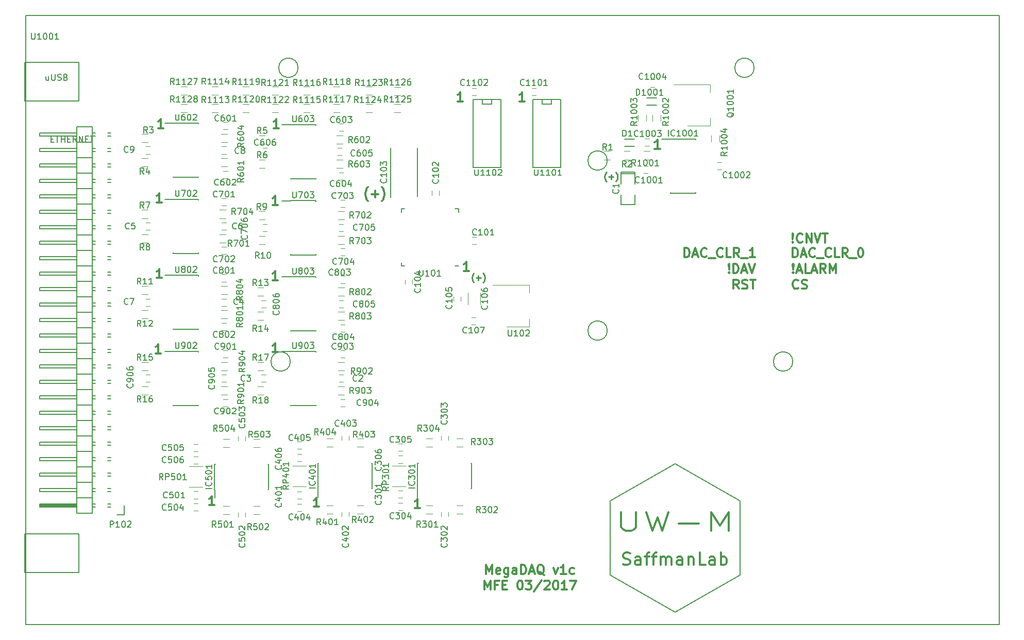
<source format=gbr>
G04 #@! TF.FileFunction,Legend,Top*
%FSLAX46Y46*%
G04 Gerber Fmt 4.6, Leading zero omitted, Abs format (unit mm)*
G04 Created by KiCad (PCBNEW 4.0.6-e0-6349~53~ubuntu16.04.1) date Sun Mar 26 23:02:30 2017*
%MOMM*%
%LPD*%
G01*
G04 APERTURE LIST*
%ADD10C,0.100000*%
%ADD11C,0.250000*%
%ADD12C,0.300000*%
%ADD13C,0.200000*%
%ADD14C,0.150000*%
%ADD15C,0.120000*%
G04 APERTURE END LIST*
D10*
D11*
X99038096Y-96233333D02*
X98990476Y-96185714D01*
X98895238Y-96042857D01*
X98847619Y-95947619D01*
X98800000Y-95804762D01*
X98752381Y-95566667D01*
X98752381Y-95376190D01*
X98800000Y-95138095D01*
X98847619Y-94995238D01*
X98895238Y-94900000D01*
X98990476Y-94757143D01*
X99038096Y-94709524D01*
X99419048Y-95471429D02*
X100180953Y-95471429D01*
X99800001Y-95852381D02*
X99800001Y-95090476D01*
X100561905Y-96233333D02*
X100609524Y-96185714D01*
X100704762Y-96042857D01*
X100752381Y-95947619D01*
X100800000Y-95804762D01*
X100847619Y-95566667D01*
X100847619Y-95376190D01*
X100800000Y-95138095D01*
X100752381Y-94995238D01*
X100704762Y-94900000D01*
X100609524Y-94757143D01*
X100561905Y-94709524D01*
X120838096Y-79633333D02*
X120790476Y-79585714D01*
X120695238Y-79442857D01*
X120647619Y-79347619D01*
X120600000Y-79204762D01*
X120552381Y-78966667D01*
X120552381Y-78776190D01*
X120600000Y-78538095D01*
X120647619Y-78395238D01*
X120695238Y-78300000D01*
X120790476Y-78157143D01*
X120838096Y-78109524D01*
X121219048Y-78871429D02*
X121980953Y-78871429D01*
X121600001Y-79252381D02*
X121600001Y-78490476D01*
X122361905Y-79633333D02*
X122409524Y-79585714D01*
X122504762Y-79442857D01*
X122552381Y-79347619D01*
X122600000Y-79204762D01*
X122647619Y-78966667D01*
X122647619Y-78776190D01*
X122600000Y-78538095D01*
X122552381Y-78395238D01*
X122504762Y-78300000D01*
X122409524Y-78157143D01*
X122361905Y-78109524D01*
D12*
X81657143Y-82850000D02*
X81585715Y-82778571D01*
X81442858Y-82564286D01*
X81371429Y-82421429D01*
X81300000Y-82207143D01*
X81228572Y-81850000D01*
X81228572Y-81564286D01*
X81300000Y-81207143D01*
X81371429Y-80992857D01*
X81442858Y-80850000D01*
X81585715Y-80635714D01*
X81657143Y-80564286D01*
X82228572Y-81707143D02*
X83371429Y-81707143D01*
X82800000Y-82278571D02*
X82800000Y-81135714D01*
X83942858Y-82850000D02*
X84014286Y-82778571D01*
X84157143Y-82564286D01*
X84228572Y-82421429D01*
X84300001Y-82207143D01*
X84371429Y-81850000D01*
X84371429Y-81564286D01*
X84300001Y-81207143D01*
X84228572Y-80992857D01*
X84157143Y-80850000D01*
X84014286Y-80635714D01*
X83942858Y-80564286D01*
X66828572Y-83478571D02*
X65971429Y-83478571D01*
X66400001Y-83478571D02*
X66400001Y-81978571D01*
X66257144Y-82192857D01*
X66114286Y-82335714D01*
X65971429Y-82407143D01*
X67028572Y-70878571D02*
X66171429Y-70878571D01*
X66600001Y-70878571D02*
X66600001Y-69378571D01*
X66457144Y-69592857D01*
X66314286Y-69735714D01*
X66171429Y-69807143D01*
X48028572Y-70878571D02*
X47171429Y-70878571D01*
X47600001Y-70878571D02*
X47600001Y-69378571D01*
X47457144Y-69592857D01*
X47314286Y-69735714D01*
X47171429Y-69807143D01*
X47828572Y-83078571D02*
X46971429Y-83078571D01*
X47400001Y-83078571D02*
X47400001Y-81578571D01*
X47257144Y-81792857D01*
X47114286Y-81935714D01*
X46971429Y-82007143D01*
X47828572Y-95478571D02*
X46971429Y-95478571D01*
X47400001Y-95478571D02*
X47400001Y-93978571D01*
X47257144Y-94192857D01*
X47114286Y-94335714D01*
X46971429Y-94407143D01*
X66828572Y-95878571D02*
X65971429Y-95878571D01*
X66400001Y-95878571D02*
X66400001Y-94378571D01*
X66257144Y-94592857D01*
X66114286Y-94735714D01*
X65971429Y-94807143D01*
X66828572Y-107678571D02*
X65971429Y-107678571D01*
X66400001Y-107678571D02*
X66400001Y-106178571D01*
X66257144Y-106392857D01*
X66114286Y-106535714D01*
X65971429Y-106607143D01*
X47628572Y-107878571D02*
X46771429Y-107878571D01*
X47200001Y-107878571D02*
X47200001Y-106378571D01*
X47057144Y-106592857D01*
X46914286Y-106735714D01*
X46771429Y-106807143D01*
X73628572Y-133078571D02*
X72771429Y-133078571D01*
X73200001Y-133078571D02*
X73200001Y-131578571D01*
X73057144Y-131792857D01*
X72914286Y-131935714D01*
X72771429Y-132007143D01*
X90228572Y-133278571D02*
X89371429Y-133278571D01*
X89800001Y-133278571D02*
X89800001Y-131778571D01*
X89657144Y-131992857D01*
X89514286Y-132135714D01*
X89371429Y-132207143D01*
X129628572Y-74278571D02*
X128771429Y-74278571D01*
X129200001Y-74278571D02*
X129200001Y-72778571D01*
X129057144Y-72992857D01*
X128914286Y-73135714D01*
X128771429Y-73207143D01*
X97228572Y-66478571D02*
X96371429Y-66478571D01*
X96800001Y-66478571D02*
X96800001Y-64978571D01*
X96657144Y-65192857D01*
X96514286Y-65335714D01*
X96371429Y-65407143D01*
X107428572Y-66478571D02*
X106571429Y-66478571D01*
X107000001Y-66478571D02*
X107000001Y-64978571D01*
X106857144Y-65192857D01*
X106714286Y-65335714D01*
X106571429Y-65407143D01*
X133650001Y-92078571D02*
X133650001Y-90578571D01*
X134007144Y-90578571D01*
X134221429Y-90650000D01*
X134364287Y-90792857D01*
X134435715Y-90935714D01*
X134507144Y-91221429D01*
X134507144Y-91435714D01*
X134435715Y-91721429D01*
X134364287Y-91864286D01*
X134221429Y-92007143D01*
X134007144Y-92078571D01*
X133650001Y-92078571D01*
X135078572Y-91650000D02*
X135792858Y-91650000D01*
X134935715Y-92078571D02*
X135435715Y-90578571D01*
X135935715Y-92078571D01*
X137292858Y-91935714D02*
X137221429Y-92007143D01*
X137007143Y-92078571D01*
X136864286Y-92078571D01*
X136650001Y-92007143D01*
X136507143Y-91864286D01*
X136435715Y-91721429D01*
X136364286Y-91435714D01*
X136364286Y-91221429D01*
X136435715Y-90935714D01*
X136507143Y-90792857D01*
X136650001Y-90650000D01*
X136864286Y-90578571D01*
X137007143Y-90578571D01*
X137221429Y-90650000D01*
X137292858Y-90721429D01*
X137578572Y-92221429D02*
X138721429Y-92221429D01*
X139935715Y-91935714D02*
X139864286Y-92007143D01*
X139650000Y-92078571D01*
X139507143Y-92078571D01*
X139292858Y-92007143D01*
X139150000Y-91864286D01*
X139078572Y-91721429D01*
X139007143Y-91435714D01*
X139007143Y-91221429D01*
X139078572Y-90935714D01*
X139150000Y-90792857D01*
X139292858Y-90650000D01*
X139507143Y-90578571D01*
X139650000Y-90578571D01*
X139864286Y-90650000D01*
X139935715Y-90721429D01*
X141292858Y-92078571D02*
X140578572Y-92078571D01*
X140578572Y-90578571D01*
X142650001Y-92078571D02*
X142150001Y-91364286D01*
X141792858Y-92078571D02*
X141792858Y-90578571D01*
X142364286Y-90578571D01*
X142507144Y-90650000D01*
X142578572Y-90721429D01*
X142650001Y-90864286D01*
X142650001Y-91078571D01*
X142578572Y-91221429D01*
X142507144Y-91292857D01*
X142364286Y-91364286D01*
X141792858Y-91364286D01*
X142935715Y-92221429D02*
X144078572Y-92221429D01*
X145221429Y-92078571D02*
X144364286Y-92078571D01*
X144792858Y-92078571D02*
X144792858Y-90578571D01*
X144650001Y-90792857D01*
X144507143Y-90935714D01*
X144364286Y-91007143D01*
X151450000Y-89535714D02*
X151521428Y-89607143D01*
X151450000Y-89678571D01*
X151378571Y-89607143D01*
X151450000Y-89535714D01*
X151450000Y-89678571D01*
X151450000Y-89107143D02*
X151378571Y-88250000D01*
X151450000Y-88178571D01*
X151521428Y-88250000D01*
X151450000Y-89107143D01*
X151450000Y-88178571D01*
X153021429Y-89535714D02*
X152950000Y-89607143D01*
X152735714Y-89678571D01*
X152592857Y-89678571D01*
X152378572Y-89607143D01*
X152235714Y-89464286D01*
X152164286Y-89321429D01*
X152092857Y-89035714D01*
X152092857Y-88821429D01*
X152164286Y-88535714D01*
X152235714Y-88392857D01*
X152378572Y-88250000D01*
X152592857Y-88178571D01*
X152735714Y-88178571D01*
X152950000Y-88250000D01*
X153021429Y-88321429D01*
X153664286Y-89678571D02*
X153664286Y-88178571D01*
X154521429Y-89678571D01*
X154521429Y-88178571D01*
X155021429Y-88178571D02*
X155521429Y-89678571D01*
X156021429Y-88178571D01*
X156307143Y-88178571D02*
X157164286Y-88178571D01*
X156735715Y-89678571D02*
X156735715Y-88178571D01*
X151450001Y-92078571D02*
X151450001Y-90578571D01*
X151807144Y-90578571D01*
X152021429Y-90650000D01*
X152164287Y-90792857D01*
X152235715Y-90935714D01*
X152307144Y-91221429D01*
X152307144Y-91435714D01*
X152235715Y-91721429D01*
X152164287Y-91864286D01*
X152021429Y-92007143D01*
X151807144Y-92078571D01*
X151450001Y-92078571D01*
X152878572Y-91650000D02*
X153592858Y-91650000D01*
X152735715Y-92078571D02*
X153235715Y-90578571D01*
X153735715Y-92078571D01*
X155092858Y-91935714D02*
X155021429Y-92007143D01*
X154807143Y-92078571D01*
X154664286Y-92078571D01*
X154450001Y-92007143D01*
X154307143Y-91864286D01*
X154235715Y-91721429D01*
X154164286Y-91435714D01*
X154164286Y-91221429D01*
X154235715Y-90935714D01*
X154307143Y-90792857D01*
X154450001Y-90650000D01*
X154664286Y-90578571D01*
X154807143Y-90578571D01*
X155021429Y-90650000D01*
X155092858Y-90721429D01*
X155378572Y-92221429D02*
X156521429Y-92221429D01*
X157735715Y-91935714D02*
X157664286Y-92007143D01*
X157450000Y-92078571D01*
X157307143Y-92078571D01*
X157092858Y-92007143D01*
X156950000Y-91864286D01*
X156878572Y-91721429D01*
X156807143Y-91435714D01*
X156807143Y-91221429D01*
X156878572Y-90935714D01*
X156950000Y-90792857D01*
X157092858Y-90650000D01*
X157307143Y-90578571D01*
X157450000Y-90578571D01*
X157664286Y-90650000D01*
X157735715Y-90721429D01*
X159092858Y-92078571D02*
X158378572Y-92078571D01*
X158378572Y-90578571D01*
X160450001Y-92078571D02*
X159950001Y-91364286D01*
X159592858Y-92078571D02*
X159592858Y-90578571D01*
X160164286Y-90578571D01*
X160307144Y-90650000D01*
X160378572Y-90721429D01*
X160450001Y-90864286D01*
X160450001Y-91078571D01*
X160378572Y-91221429D01*
X160307144Y-91292857D01*
X160164286Y-91364286D01*
X159592858Y-91364286D01*
X160735715Y-92221429D02*
X161878572Y-92221429D01*
X162521429Y-90578571D02*
X162664286Y-90578571D01*
X162807143Y-90650000D01*
X162878572Y-90721429D01*
X162950001Y-90864286D01*
X163021429Y-91150000D01*
X163021429Y-91507143D01*
X162950001Y-91792857D01*
X162878572Y-91935714D01*
X162807143Y-92007143D01*
X162664286Y-92078571D01*
X162521429Y-92078571D01*
X162378572Y-92007143D01*
X162307143Y-91935714D01*
X162235715Y-91792857D01*
X162164286Y-91507143D01*
X162164286Y-91150000D01*
X162235715Y-90864286D01*
X162307143Y-90721429D01*
X162378572Y-90650000D01*
X162521429Y-90578571D01*
X140964286Y-94535714D02*
X141035714Y-94607143D01*
X140964286Y-94678571D01*
X140892857Y-94607143D01*
X140964286Y-94535714D01*
X140964286Y-94678571D01*
X140964286Y-94107143D02*
X140892857Y-93250000D01*
X140964286Y-93178571D01*
X141035714Y-93250000D01*
X140964286Y-94107143D01*
X140964286Y-93178571D01*
X141678572Y-94678571D02*
X141678572Y-93178571D01*
X142035715Y-93178571D01*
X142250000Y-93250000D01*
X142392858Y-93392857D01*
X142464286Y-93535714D01*
X142535715Y-93821429D01*
X142535715Y-94035714D01*
X142464286Y-94321429D01*
X142392858Y-94464286D01*
X142250000Y-94607143D01*
X142035715Y-94678571D01*
X141678572Y-94678571D01*
X143107143Y-94250000D02*
X143821429Y-94250000D01*
X142964286Y-94678571D02*
X143464286Y-93178571D01*
X143964286Y-94678571D01*
X144250000Y-93178571D02*
X144750000Y-94678571D01*
X145250000Y-93178571D01*
X151500000Y-94535714D02*
X151571428Y-94607143D01*
X151500000Y-94678571D01*
X151428571Y-94607143D01*
X151500000Y-94535714D01*
X151500000Y-94678571D01*
X151500000Y-94107143D02*
X151428571Y-93250000D01*
X151500000Y-93178571D01*
X151571428Y-93250000D01*
X151500000Y-94107143D01*
X151500000Y-93178571D01*
X152142857Y-94250000D02*
X152857143Y-94250000D01*
X152000000Y-94678571D02*
X152500000Y-93178571D01*
X153000000Y-94678571D01*
X154214286Y-94678571D02*
X153500000Y-94678571D01*
X153500000Y-93178571D01*
X154642857Y-94250000D02*
X155357143Y-94250000D01*
X154500000Y-94678571D02*
X155000000Y-93178571D01*
X155500000Y-94678571D01*
X156857143Y-94678571D02*
X156357143Y-93964286D01*
X156000000Y-94678571D02*
X156000000Y-93178571D01*
X156571428Y-93178571D01*
X156714286Y-93250000D01*
X156785714Y-93321429D01*
X156857143Y-93464286D01*
X156857143Y-93678571D01*
X156785714Y-93821429D01*
X156714286Y-93892857D01*
X156571428Y-93964286D01*
X156000000Y-93964286D01*
X157500000Y-94678571D02*
X157500000Y-93178571D01*
X158000000Y-94250000D01*
X158500000Y-93178571D01*
X158500000Y-94678571D01*
X142578572Y-97278571D02*
X142078572Y-96564286D01*
X141721429Y-97278571D02*
X141721429Y-95778571D01*
X142292857Y-95778571D01*
X142435715Y-95850000D01*
X142507143Y-95921429D01*
X142578572Y-96064286D01*
X142578572Y-96278571D01*
X142507143Y-96421429D01*
X142435715Y-96492857D01*
X142292857Y-96564286D01*
X141721429Y-96564286D01*
X143150000Y-97207143D02*
X143364286Y-97278571D01*
X143721429Y-97278571D01*
X143864286Y-97207143D01*
X143935715Y-97135714D01*
X144007143Y-96992857D01*
X144007143Y-96850000D01*
X143935715Y-96707143D01*
X143864286Y-96635714D01*
X143721429Y-96564286D01*
X143435715Y-96492857D01*
X143292857Y-96421429D01*
X143221429Y-96350000D01*
X143150000Y-96207143D01*
X143150000Y-96064286D01*
X143221429Y-95921429D01*
X143292857Y-95850000D01*
X143435715Y-95778571D01*
X143792857Y-95778571D01*
X144007143Y-95850000D01*
X144435714Y-95778571D02*
X145292857Y-95778571D01*
X144864286Y-97278571D02*
X144864286Y-95778571D01*
X152350001Y-97135714D02*
X152278572Y-97207143D01*
X152064286Y-97278571D01*
X151921429Y-97278571D01*
X151707144Y-97207143D01*
X151564286Y-97064286D01*
X151492858Y-96921429D01*
X151421429Y-96635714D01*
X151421429Y-96421429D01*
X151492858Y-96135714D01*
X151564286Y-95992857D01*
X151707144Y-95850000D01*
X151921429Y-95778571D01*
X152064286Y-95778571D01*
X152278572Y-95850000D01*
X152350001Y-95921429D01*
X152921429Y-97207143D02*
X153135715Y-97278571D01*
X153492858Y-97278571D01*
X153635715Y-97207143D01*
X153707144Y-97135714D01*
X153778572Y-96992857D01*
X153778572Y-96850000D01*
X153707144Y-96707143D01*
X153635715Y-96635714D01*
X153492858Y-96564286D01*
X153207144Y-96492857D01*
X153064286Y-96421429D01*
X152992858Y-96350000D01*
X152921429Y-96207143D01*
X152921429Y-96064286D01*
X152992858Y-95921429D01*
X153064286Y-95850000D01*
X153207144Y-95778571D01*
X153564286Y-95778571D01*
X153778572Y-95850000D01*
X56430572Y-132838571D02*
X55573429Y-132838571D01*
X56002001Y-132838571D02*
X56002001Y-131338571D01*
X55859144Y-131552857D01*
X55716286Y-131695714D01*
X55573429Y-131767143D01*
X98218572Y-94341071D02*
X97361429Y-94341071D01*
X97790001Y-94341071D02*
X97790001Y-92841071D01*
X97647144Y-93055357D01*
X97504286Y-93198214D01*
X97361429Y-93269643D01*
X101071429Y-144153571D02*
X101071429Y-142653571D01*
X101571429Y-143725000D01*
X102071429Y-142653571D01*
X102071429Y-144153571D01*
X103357143Y-144082143D02*
X103214286Y-144153571D01*
X102928572Y-144153571D01*
X102785715Y-144082143D01*
X102714286Y-143939286D01*
X102714286Y-143367857D01*
X102785715Y-143225000D01*
X102928572Y-143153571D01*
X103214286Y-143153571D01*
X103357143Y-143225000D01*
X103428572Y-143367857D01*
X103428572Y-143510714D01*
X102714286Y-143653571D01*
X104714286Y-143153571D02*
X104714286Y-144367857D01*
X104642857Y-144510714D01*
X104571429Y-144582143D01*
X104428572Y-144653571D01*
X104214286Y-144653571D01*
X104071429Y-144582143D01*
X104714286Y-144082143D02*
X104571429Y-144153571D01*
X104285715Y-144153571D01*
X104142857Y-144082143D01*
X104071429Y-144010714D01*
X104000000Y-143867857D01*
X104000000Y-143439286D01*
X104071429Y-143296429D01*
X104142857Y-143225000D01*
X104285715Y-143153571D01*
X104571429Y-143153571D01*
X104714286Y-143225000D01*
X106071429Y-144153571D02*
X106071429Y-143367857D01*
X106000000Y-143225000D01*
X105857143Y-143153571D01*
X105571429Y-143153571D01*
X105428572Y-143225000D01*
X106071429Y-144082143D02*
X105928572Y-144153571D01*
X105571429Y-144153571D01*
X105428572Y-144082143D01*
X105357143Y-143939286D01*
X105357143Y-143796429D01*
X105428572Y-143653571D01*
X105571429Y-143582143D01*
X105928572Y-143582143D01*
X106071429Y-143510714D01*
X106785715Y-144153571D02*
X106785715Y-142653571D01*
X107142858Y-142653571D01*
X107357143Y-142725000D01*
X107500001Y-142867857D01*
X107571429Y-143010714D01*
X107642858Y-143296429D01*
X107642858Y-143510714D01*
X107571429Y-143796429D01*
X107500001Y-143939286D01*
X107357143Y-144082143D01*
X107142858Y-144153571D01*
X106785715Y-144153571D01*
X108214286Y-143725000D02*
X108928572Y-143725000D01*
X108071429Y-144153571D02*
X108571429Y-142653571D01*
X109071429Y-144153571D01*
X110571429Y-144296429D02*
X110428572Y-144225000D01*
X110285715Y-144082143D01*
X110071429Y-143867857D01*
X109928572Y-143796429D01*
X109785715Y-143796429D01*
X109857143Y-144153571D02*
X109714286Y-144082143D01*
X109571429Y-143939286D01*
X109500000Y-143653571D01*
X109500000Y-143153571D01*
X109571429Y-142867857D01*
X109714286Y-142725000D01*
X109857143Y-142653571D01*
X110142857Y-142653571D01*
X110285715Y-142725000D01*
X110428572Y-142867857D01*
X110500000Y-143153571D01*
X110500000Y-143653571D01*
X110428572Y-143939286D01*
X110285715Y-144082143D01*
X110142857Y-144153571D01*
X109857143Y-144153571D01*
X112142858Y-143153571D02*
X112500001Y-144153571D01*
X112857143Y-143153571D01*
X114214286Y-144153571D02*
X113357143Y-144153571D01*
X113785715Y-144153571D02*
X113785715Y-142653571D01*
X113642858Y-142867857D01*
X113500000Y-143010714D01*
X113357143Y-143082143D01*
X115500000Y-144082143D02*
X115357143Y-144153571D01*
X115071429Y-144153571D01*
X114928571Y-144082143D01*
X114857143Y-144010714D01*
X114785714Y-143867857D01*
X114785714Y-143439286D01*
X114857143Y-143296429D01*
X114928571Y-143225000D01*
X115071429Y-143153571D01*
X115357143Y-143153571D01*
X115500000Y-143225000D01*
X100785716Y-146703571D02*
X100785716Y-145203571D01*
X101285716Y-146275000D01*
X101785716Y-145203571D01*
X101785716Y-146703571D01*
X103000002Y-145917857D02*
X102500002Y-145917857D01*
X102500002Y-146703571D02*
X102500002Y-145203571D01*
X103214288Y-145203571D01*
X103785716Y-145917857D02*
X104285716Y-145917857D01*
X104500002Y-146703571D02*
X103785716Y-146703571D01*
X103785716Y-145203571D01*
X104500002Y-145203571D01*
X106571430Y-145203571D02*
X106714287Y-145203571D01*
X106857144Y-145275000D01*
X106928573Y-145346429D01*
X107000002Y-145489286D01*
X107071430Y-145775000D01*
X107071430Y-146132143D01*
X107000002Y-146417857D01*
X106928573Y-146560714D01*
X106857144Y-146632143D01*
X106714287Y-146703571D01*
X106571430Y-146703571D01*
X106428573Y-146632143D01*
X106357144Y-146560714D01*
X106285716Y-146417857D01*
X106214287Y-146132143D01*
X106214287Y-145775000D01*
X106285716Y-145489286D01*
X106357144Y-145346429D01*
X106428573Y-145275000D01*
X106571430Y-145203571D01*
X107571430Y-145203571D02*
X108500001Y-145203571D01*
X108000001Y-145775000D01*
X108214287Y-145775000D01*
X108357144Y-145846429D01*
X108428573Y-145917857D01*
X108500001Y-146060714D01*
X108500001Y-146417857D01*
X108428573Y-146560714D01*
X108357144Y-146632143D01*
X108214287Y-146703571D01*
X107785715Y-146703571D01*
X107642858Y-146632143D01*
X107571430Y-146560714D01*
X110214286Y-145132143D02*
X108928572Y-147060714D01*
X110642858Y-145346429D02*
X110714287Y-145275000D01*
X110857144Y-145203571D01*
X111214287Y-145203571D01*
X111357144Y-145275000D01*
X111428573Y-145346429D01*
X111500001Y-145489286D01*
X111500001Y-145632143D01*
X111428573Y-145846429D01*
X110571430Y-146703571D01*
X111500001Y-146703571D01*
X112428572Y-145203571D02*
X112571429Y-145203571D01*
X112714286Y-145275000D01*
X112785715Y-145346429D01*
X112857144Y-145489286D01*
X112928572Y-145775000D01*
X112928572Y-146132143D01*
X112857144Y-146417857D01*
X112785715Y-146560714D01*
X112714286Y-146632143D01*
X112571429Y-146703571D01*
X112428572Y-146703571D01*
X112285715Y-146632143D01*
X112214286Y-146560714D01*
X112142858Y-146417857D01*
X112071429Y-146132143D01*
X112071429Y-145775000D01*
X112142858Y-145489286D01*
X112214286Y-145346429D01*
X112285715Y-145275000D01*
X112428572Y-145203571D01*
X114357143Y-146703571D02*
X113500000Y-146703571D01*
X113928572Y-146703571D02*
X113928572Y-145203571D01*
X113785715Y-145417857D01*
X113642857Y-145560714D01*
X113500000Y-145632143D01*
X114857143Y-145203571D02*
X115857143Y-145203571D01*
X115214286Y-146703571D01*
X123564954Y-142554476D02*
X123855239Y-142651238D01*
X124339049Y-142651238D01*
X124532573Y-142554476D01*
X124629335Y-142457714D01*
X124726096Y-142264190D01*
X124726096Y-142070667D01*
X124629335Y-141877143D01*
X124532573Y-141780381D01*
X124339049Y-141683619D01*
X123952001Y-141586857D01*
X123758477Y-141490095D01*
X123661716Y-141393333D01*
X123564954Y-141199810D01*
X123564954Y-141006286D01*
X123661716Y-140812762D01*
X123758477Y-140716000D01*
X123952001Y-140619238D01*
X124435811Y-140619238D01*
X124726096Y-140716000D01*
X126467811Y-142651238D02*
X126467811Y-141586857D01*
X126371049Y-141393333D01*
X126177525Y-141296571D01*
X125790477Y-141296571D01*
X125596954Y-141393333D01*
X126467811Y-142554476D02*
X126274287Y-142651238D01*
X125790477Y-142651238D01*
X125596954Y-142554476D01*
X125500192Y-142360952D01*
X125500192Y-142167429D01*
X125596954Y-141973905D01*
X125790477Y-141877143D01*
X126274287Y-141877143D01*
X126467811Y-141780381D01*
X127145144Y-141296571D02*
X127919239Y-141296571D01*
X127435430Y-142651238D02*
X127435430Y-140909524D01*
X127532191Y-140716000D01*
X127725715Y-140619238D01*
X127919239Y-140619238D01*
X128306287Y-141296571D02*
X129080382Y-141296571D01*
X128596573Y-142651238D02*
X128596573Y-140909524D01*
X128693334Y-140716000D01*
X128886858Y-140619238D01*
X129080382Y-140619238D01*
X129757716Y-142651238D02*
X129757716Y-141296571D01*
X129757716Y-141490095D02*
X129854477Y-141393333D01*
X130048001Y-141296571D01*
X130338287Y-141296571D01*
X130531811Y-141393333D01*
X130628573Y-141586857D01*
X130628573Y-142651238D01*
X130628573Y-141586857D02*
X130725335Y-141393333D01*
X130918858Y-141296571D01*
X131209144Y-141296571D01*
X131402668Y-141393333D01*
X131499430Y-141586857D01*
X131499430Y-142651238D01*
X133337906Y-142651238D02*
X133337906Y-141586857D01*
X133241144Y-141393333D01*
X133047620Y-141296571D01*
X132660572Y-141296571D01*
X132467049Y-141393333D01*
X133337906Y-142554476D02*
X133144382Y-142651238D01*
X132660572Y-142651238D01*
X132467049Y-142554476D01*
X132370287Y-142360952D01*
X132370287Y-142167429D01*
X132467049Y-141973905D01*
X132660572Y-141877143D01*
X133144382Y-141877143D01*
X133337906Y-141780381D01*
X134305525Y-141296571D02*
X134305525Y-142651238D01*
X134305525Y-141490095D02*
X134402286Y-141393333D01*
X134595810Y-141296571D01*
X134886096Y-141296571D01*
X135079620Y-141393333D01*
X135176382Y-141586857D01*
X135176382Y-142651238D01*
X137111620Y-142651238D02*
X136144001Y-142651238D01*
X136144001Y-140619238D01*
X138659810Y-142651238D02*
X138659810Y-141586857D01*
X138563048Y-141393333D01*
X138369524Y-141296571D01*
X137982476Y-141296571D01*
X137788953Y-141393333D01*
X138659810Y-142554476D02*
X138466286Y-142651238D01*
X137982476Y-142651238D01*
X137788953Y-142554476D01*
X137692191Y-142360952D01*
X137692191Y-142167429D01*
X137788953Y-141973905D01*
X137982476Y-141877143D01*
X138466286Y-141877143D01*
X138659810Y-141780381D01*
X139627429Y-142651238D02*
X139627429Y-140619238D01*
X139627429Y-141393333D02*
X139820952Y-141296571D01*
X140208000Y-141296571D01*
X140401524Y-141393333D01*
X140498286Y-141490095D01*
X140595048Y-141683619D01*
X140595048Y-142264190D01*
X140498286Y-142457714D01*
X140401524Y-142554476D01*
X140208000Y-142651238D01*
X139820952Y-142651238D01*
X139627429Y-142554476D01*
X123238381Y-133966857D02*
X123238381Y-136434286D01*
X123444000Y-136724571D01*
X123649619Y-136869714D01*
X124060857Y-137014857D01*
X124883334Y-137014857D01*
X125294572Y-136869714D01*
X125500191Y-136724571D01*
X125705810Y-136434286D01*
X125705810Y-133966857D01*
X127350762Y-133966857D02*
X128378857Y-137014857D01*
X129201334Y-134837714D01*
X130023810Y-137014857D01*
X131051905Y-133966857D01*
X132696857Y-135853714D02*
X135986762Y-135853714D01*
X138042952Y-137014857D02*
X138042952Y-133966857D01*
X139482286Y-136144000D01*
X140921619Y-133966857D01*
X140921619Y-137014857D01*
D13*
X121412000Y-132080000D02*
X132080000Y-125984000D01*
X121412000Y-144272000D02*
X121412000Y-132080000D01*
X132080000Y-150368000D02*
X121412000Y-144272000D01*
X142748000Y-144272000D02*
X132080000Y-150368000D01*
X142748000Y-132080000D02*
X142748000Y-144272000D01*
X132080000Y-125984000D02*
X142748000Y-132080000D01*
D14*
X120967500Y-76200000D02*
G75*
G03X120967500Y-76200000I-1587500J0D01*
G01*
X120967500Y-104140000D02*
G75*
G03X120967500Y-104140000I-1587500J0D01*
G01*
X151447500Y-109220000D02*
G75*
G03X151447500Y-109220000I-1587500J0D01*
G01*
X68897500Y-109220000D02*
G75*
G03X68897500Y-109220000I-1587500J0D01*
G01*
X70167500Y-60960000D02*
G75*
G03X70167500Y-60960000I-1587500J0D01*
G01*
X145097500Y-60960000D02*
G75*
G03X145097500Y-60960000I-1587500J0D01*
G01*
X185400000Y-52400000D02*
X185400000Y-152400000D01*
X185400000Y-152400000D02*
X25400000Y-152400000D01*
X25400000Y-152400000D02*
X25400000Y-52400000D01*
X25400000Y-52400000D02*
X185400000Y-52400000D01*
X38938200Y-132626000D02*
X39446200Y-132626000D01*
X38938200Y-133134000D02*
X39446200Y-133134000D01*
X38938200Y-115354000D02*
X39446200Y-115354000D01*
X38938200Y-114846000D02*
X39446200Y-114846000D01*
X38938200Y-112814000D02*
X39446200Y-112814000D01*
X38938200Y-112306000D02*
X39446200Y-112306000D01*
X38938200Y-117386000D02*
X39446200Y-117386000D01*
X38938200Y-117894000D02*
X39446200Y-117894000D01*
X38938200Y-119926000D02*
X39446200Y-119926000D01*
X38938200Y-120434000D02*
X39446200Y-120434000D01*
X38938200Y-130594000D02*
X39446200Y-130594000D01*
X38938200Y-130086000D02*
X39446200Y-130086000D01*
X38938200Y-128054000D02*
X39446200Y-128054000D01*
X38938200Y-127546000D02*
X39446200Y-127546000D01*
X38938200Y-122466000D02*
X39446200Y-122466000D01*
X38938200Y-122974000D02*
X39446200Y-122974000D01*
X38938200Y-125006000D02*
X39446200Y-125006000D01*
X38938200Y-125514000D02*
X39446200Y-125514000D01*
X38938200Y-84874000D02*
X39446200Y-84874000D01*
X38938200Y-84366000D02*
X39446200Y-84366000D01*
X38938200Y-82334000D02*
X39446200Y-82334000D01*
X38938200Y-81826000D02*
X39446200Y-81826000D01*
X38938200Y-86906000D02*
X39446200Y-86906000D01*
X38938200Y-87414000D02*
X39446200Y-87414000D01*
X38938200Y-89446000D02*
X39446200Y-89446000D01*
X38938200Y-89954000D02*
X39446200Y-89954000D01*
X38938200Y-79794000D02*
X39446200Y-79794000D01*
X38938200Y-79286000D02*
X39446200Y-79286000D01*
X38938200Y-77254000D02*
X39446200Y-77254000D01*
X38938200Y-76746000D02*
X39446200Y-76746000D01*
X38938200Y-71666000D02*
X39446200Y-71666000D01*
X38938200Y-72174000D02*
X39446200Y-72174000D01*
X38938200Y-74206000D02*
X39446200Y-74206000D01*
X38938200Y-74714000D02*
X39446200Y-74714000D01*
X38938200Y-95034000D02*
X39446200Y-95034000D01*
X38938200Y-94526000D02*
X39446200Y-94526000D01*
X38938200Y-92494000D02*
X39446200Y-92494000D01*
X38938200Y-91986000D02*
X39446200Y-91986000D01*
X38938200Y-97066000D02*
X39446200Y-97066000D01*
X38938200Y-97574000D02*
X39446200Y-97574000D01*
X38938200Y-99606000D02*
X39446200Y-99606000D01*
X38938200Y-100114000D02*
X39446200Y-100114000D01*
X38938200Y-110274000D02*
X39446200Y-110274000D01*
X38938200Y-109766000D02*
X39446200Y-109766000D01*
X38938200Y-107734000D02*
X39446200Y-107734000D01*
X38938200Y-107226000D02*
X39446200Y-107226000D01*
X38938200Y-102146000D02*
X39446200Y-102146000D01*
X38938200Y-102654000D02*
X39446200Y-102654000D01*
X38938200Y-104686000D02*
X39446200Y-104686000D01*
X38938200Y-105194000D02*
X39446200Y-105194000D01*
X36398200Y-87414000D02*
X36906200Y-87414000D01*
X36398200Y-86906000D02*
X36906200Y-86906000D01*
X36398200Y-84874000D02*
X36906200Y-84874000D01*
X36398200Y-84366000D02*
X36906200Y-84366000D01*
X36398200Y-89446000D02*
X36906200Y-89446000D01*
X36398200Y-89954000D02*
X36906200Y-89954000D01*
X36398200Y-91986000D02*
X36906200Y-91986000D01*
X36398200Y-92494000D02*
X36906200Y-92494000D01*
X36398200Y-82334000D02*
X36906200Y-82334000D01*
X36398200Y-81826000D02*
X36906200Y-81826000D01*
X36398200Y-79794000D02*
X36906200Y-79794000D01*
X36398200Y-79286000D02*
X36906200Y-79286000D01*
X36398200Y-74206000D02*
X36906200Y-74206000D01*
X36398200Y-74714000D02*
X36906200Y-74714000D01*
X36398200Y-76746000D02*
X36906200Y-76746000D01*
X36398200Y-77254000D02*
X36906200Y-77254000D01*
X36398200Y-72174000D02*
X36906200Y-72174000D01*
X36398200Y-71666000D02*
X36906200Y-71666000D01*
X36398200Y-107734000D02*
X36906200Y-107734000D01*
X36398200Y-107226000D02*
X36906200Y-107226000D01*
X36398200Y-105194000D02*
X36906200Y-105194000D01*
X36398200Y-104686000D02*
X36906200Y-104686000D01*
X36398200Y-109766000D02*
X36906200Y-109766000D01*
X36398200Y-110274000D02*
X36906200Y-110274000D01*
X36398200Y-112306000D02*
X36906200Y-112306000D01*
X36398200Y-112814000D02*
X36906200Y-112814000D01*
X36398200Y-102654000D02*
X36906200Y-102654000D01*
X36398200Y-102146000D02*
X36906200Y-102146000D01*
X36398200Y-100114000D02*
X36906200Y-100114000D01*
X36398200Y-99606000D02*
X36906200Y-99606000D01*
X36398200Y-94526000D02*
X36906200Y-94526000D01*
X36398200Y-95034000D02*
X36906200Y-95034000D01*
X36398200Y-97066000D02*
X36906200Y-97066000D01*
X36398200Y-97574000D02*
X36906200Y-97574000D01*
X36398200Y-117894000D02*
X36906200Y-117894000D01*
X36398200Y-117386000D02*
X36906200Y-117386000D01*
X36398200Y-115354000D02*
X36906200Y-115354000D01*
X36398200Y-114846000D02*
X36906200Y-114846000D01*
X36398200Y-119926000D02*
X36906200Y-119926000D01*
X36398200Y-120434000D02*
X36906200Y-120434000D01*
X36398200Y-122466000D02*
X36906200Y-122466000D01*
X36398200Y-122974000D02*
X36906200Y-122974000D01*
X36398200Y-133134000D02*
X36906200Y-133134000D01*
X36398200Y-132626000D02*
X36906200Y-132626000D01*
X36398200Y-130594000D02*
X36906200Y-130594000D01*
X36398200Y-130086000D02*
X36906200Y-130086000D01*
X36398200Y-125006000D02*
X36906200Y-125006000D01*
X36398200Y-125514000D02*
X36906200Y-125514000D01*
X36398200Y-127546000D02*
X36906200Y-127546000D01*
X36398200Y-128054000D02*
X36906200Y-128054000D01*
X40462200Y-134430000D02*
X41612200Y-134430000D01*
X41612200Y-134430000D02*
X41612200Y-132880000D01*
X33858200Y-133007000D02*
X27889200Y-133007000D01*
X27889200Y-133007000D02*
X27889200Y-132753000D01*
X27889200Y-132753000D02*
X33731200Y-132753000D01*
X33731200Y-132753000D02*
X33731200Y-132880000D01*
X33731200Y-132880000D02*
X27889200Y-132880000D01*
X36398200Y-93510000D02*
X33858200Y-93510000D01*
X36398200Y-93510000D02*
X36398200Y-90970000D01*
X36398200Y-90970000D02*
X33858200Y-90970000D01*
X33858200Y-92494000D02*
X27762200Y-92494000D01*
X27762200Y-92494000D02*
X27762200Y-91986000D01*
X27762200Y-91986000D02*
X33858200Y-91986000D01*
X33858200Y-90970000D02*
X33858200Y-93510000D01*
X33858200Y-88430000D02*
X33858200Y-90970000D01*
X27762200Y-89446000D02*
X33858200Y-89446000D01*
X27762200Y-89954000D02*
X27762200Y-89446000D01*
X33858200Y-89954000D02*
X27762200Y-89954000D01*
X36398200Y-88430000D02*
X33858200Y-88430000D01*
X36398200Y-90970000D02*
X36398200Y-88430000D01*
X36398200Y-90970000D02*
X33858200Y-90970000D01*
X36398200Y-85890000D02*
X33858200Y-85890000D01*
X36398200Y-85890000D02*
X36398200Y-83350000D01*
X36398200Y-83350000D02*
X33858200Y-83350000D01*
X33858200Y-84874000D02*
X27762200Y-84874000D01*
X27762200Y-84874000D02*
X27762200Y-84366000D01*
X27762200Y-84366000D02*
X33858200Y-84366000D01*
X33858200Y-83350000D02*
X33858200Y-85890000D01*
X33858200Y-85890000D02*
X33858200Y-88430000D01*
X27762200Y-86906000D02*
X33858200Y-86906000D01*
X27762200Y-87414000D02*
X27762200Y-86906000D01*
X33858200Y-87414000D02*
X27762200Y-87414000D01*
X36398200Y-85890000D02*
X33858200Y-85890000D01*
X36398200Y-88430000D02*
X36398200Y-85890000D01*
X36398200Y-88430000D02*
X33858200Y-88430000D01*
X36398200Y-78270000D02*
X33858200Y-78270000D01*
X36398200Y-78270000D02*
X36398200Y-75730000D01*
X36398200Y-75730000D02*
X33858200Y-75730000D01*
X33858200Y-77254000D02*
X27762200Y-77254000D01*
X27762200Y-77254000D02*
X27762200Y-76746000D01*
X27762200Y-76746000D02*
X33858200Y-76746000D01*
X33858200Y-75730000D02*
X33858200Y-78270000D01*
X33858200Y-73190000D02*
X33858200Y-75730000D01*
X27762200Y-74206000D02*
X33858200Y-74206000D01*
X27762200Y-74714000D02*
X27762200Y-74206000D01*
X33858200Y-74714000D02*
X27762200Y-74714000D01*
X36398200Y-73190000D02*
X33858200Y-73190000D01*
X36398200Y-75730000D02*
X36398200Y-73190000D01*
X36398200Y-75730000D02*
X33858200Y-75730000D01*
X36398200Y-80810000D02*
X33858200Y-80810000D01*
X36398200Y-80810000D02*
X36398200Y-78270000D01*
X36398200Y-78270000D02*
X33858200Y-78270000D01*
X33858200Y-79794000D02*
X27762200Y-79794000D01*
X27762200Y-79794000D02*
X27762200Y-79286000D01*
X27762200Y-79286000D02*
X33858200Y-79286000D01*
X33858200Y-78270000D02*
X33858200Y-80810000D01*
X33858200Y-80810000D02*
X33858200Y-83350000D01*
X27762200Y-81826000D02*
X33858200Y-81826000D01*
X27762200Y-82334000D02*
X27762200Y-81826000D01*
X33858200Y-82334000D02*
X27762200Y-82334000D01*
X36398200Y-80810000D02*
X33858200Y-80810000D01*
X36398200Y-83350000D02*
X36398200Y-80810000D01*
X36398200Y-83350000D02*
X33858200Y-83350000D01*
X33858200Y-70650000D02*
X33858200Y-73190000D01*
X27762200Y-71666000D02*
X33858200Y-71666000D01*
X27762200Y-72174000D02*
X27762200Y-71666000D01*
X33858200Y-72174000D02*
X27762200Y-72174000D01*
X36398200Y-70650000D02*
X33858200Y-70650000D01*
X36398200Y-73190000D02*
X36398200Y-70650000D01*
X36398200Y-73190000D02*
X33858200Y-73190000D01*
X36398200Y-113830000D02*
X33858200Y-113830000D01*
X36398200Y-113830000D02*
X36398200Y-111290000D01*
X36398200Y-111290000D02*
X33858200Y-111290000D01*
X33858200Y-112814000D02*
X27762200Y-112814000D01*
X27762200Y-112814000D02*
X27762200Y-112306000D01*
X27762200Y-112306000D02*
X33858200Y-112306000D01*
X33858200Y-111290000D02*
X33858200Y-113830000D01*
X33858200Y-108750000D02*
X33858200Y-111290000D01*
X27762200Y-109766000D02*
X33858200Y-109766000D01*
X27762200Y-110274000D02*
X27762200Y-109766000D01*
X33858200Y-110274000D02*
X27762200Y-110274000D01*
X36398200Y-108750000D02*
X33858200Y-108750000D01*
X36398200Y-111290000D02*
X36398200Y-108750000D01*
X36398200Y-111290000D02*
X33858200Y-111290000D01*
X36398200Y-106210000D02*
X33858200Y-106210000D01*
X36398200Y-106210000D02*
X36398200Y-103670000D01*
X36398200Y-103670000D02*
X33858200Y-103670000D01*
X33858200Y-105194000D02*
X27762200Y-105194000D01*
X27762200Y-105194000D02*
X27762200Y-104686000D01*
X27762200Y-104686000D02*
X33858200Y-104686000D01*
X33858200Y-103670000D02*
X33858200Y-106210000D01*
X33858200Y-106210000D02*
X33858200Y-108750000D01*
X27762200Y-107226000D02*
X33858200Y-107226000D01*
X27762200Y-107734000D02*
X27762200Y-107226000D01*
X33858200Y-107734000D02*
X27762200Y-107734000D01*
X36398200Y-106210000D02*
X33858200Y-106210000D01*
X36398200Y-108750000D02*
X36398200Y-106210000D01*
X36398200Y-108750000D02*
X33858200Y-108750000D01*
X36398200Y-98590000D02*
X33858200Y-98590000D01*
X36398200Y-98590000D02*
X36398200Y-96050000D01*
X36398200Y-96050000D02*
X33858200Y-96050000D01*
X33858200Y-97574000D02*
X27762200Y-97574000D01*
X27762200Y-97574000D02*
X27762200Y-97066000D01*
X27762200Y-97066000D02*
X33858200Y-97066000D01*
X33858200Y-96050000D02*
X33858200Y-98590000D01*
X33858200Y-93510000D02*
X33858200Y-96050000D01*
X27762200Y-94526000D02*
X33858200Y-94526000D01*
X27762200Y-95034000D02*
X27762200Y-94526000D01*
X33858200Y-95034000D02*
X27762200Y-95034000D01*
X36398200Y-93510000D02*
X33858200Y-93510000D01*
X36398200Y-96050000D02*
X36398200Y-93510000D01*
X36398200Y-96050000D02*
X33858200Y-96050000D01*
X36398200Y-101130000D02*
X33858200Y-101130000D01*
X36398200Y-101130000D02*
X36398200Y-98590000D01*
X36398200Y-98590000D02*
X33858200Y-98590000D01*
X33858200Y-100114000D02*
X27762200Y-100114000D01*
X27762200Y-100114000D02*
X27762200Y-99606000D01*
X27762200Y-99606000D02*
X33858200Y-99606000D01*
X33858200Y-98590000D02*
X33858200Y-101130000D01*
X33858200Y-101130000D02*
X33858200Y-103670000D01*
X27762200Y-102146000D02*
X33858200Y-102146000D01*
X27762200Y-102654000D02*
X27762200Y-102146000D01*
X33858200Y-102654000D02*
X27762200Y-102654000D01*
X36398200Y-101130000D02*
X33858200Y-101130000D01*
X36398200Y-103670000D02*
X36398200Y-101130000D01*
X36398200Y-103670000D02*
X33858200Y-103670000D01*
X36398200Y-123990000D02*
X33858200Y-123990000D01*
X36398200Y-123990000D02*
X36398200Y-121450000D01*
X36398200Y-121450000D02*
X33858200Y-121450000D01*
X33858200Y-122974000D02*
X27762200Y-122974000D01*
X27762200Y-122974000D02*
X27762200Y-122466000D01*
X27762200Y-122466000D02*
X33858200Y-122466000D01*
X33858200Y-121450000D02*
X33858200Y-123990000D01*
X33858200Y-118910000D02*
X33858200Y-121450000D01*
X27762200Y-119926000D02*
X33858200Y-119926000D01*
X27762200Y-120434000D02*
X27762200Y-119926000D01*
X33858200Y-120434000D02*
X27762200Y-120434000D01*
X36398200Y-118910000D02*
X33858200Y-118910000D01*
X36398200Y-121450000D02*
X36398200Y-118910000D01*
X36398200Y-121450000D02*
X33858200Y-121450000D01*
X36398200Y-116370000D02*
X33858200Y-116370000D01*
X36398200Y-116370000D02*
X36398200Y-113830000D01*
X36398200Y-113830000D02*
X33858200Y-113830000D01*
X33858200Y-115354000D02*
X27762200Y-115354000D01*
X27762200Y-115354000D02*
X27762200Y-114846000D01*
X27762200Y-114846000D02*
X33858200Y-114846000D01*
X33858200Y-113830000D02*
X33858200Y-116370000D01*
X33858200Y-116370000D02*
X33858200Y-118910000D01*
X27762200Y-117386000D02*
X33858200Y-117386000D01*
X27762200Y-117894000D02*
X27762200Y-117386000D01*
X33858200Y-117894000D02*
X27762200Y-117894000D01*
X36398200Y-116370000D02*
X33858200Y-116370000D01*
X36398200Y-118910000D02*
X36398200Y-116370000D01*
X36398200Y-118910000D02*
X33858200Y-118910000D01*
X36398200Y-129070000D02*
X33858200Y-129070000D01*
X36398200Y-129070000D02*
X36398200Y-126530000D01*
X36398200Y-126530000D02*
X33858200Y-126530000D01*
X33858200Y-128054000D02*
X27762200Y-128054000D01*
X27762200Y-128054000D02*
X27762200Y-127546000D01*
X27762200Y-127546000D02*
X33858200Y-127546000D01*
X33858200Y-126530000D02*
X33858200Y-129070000D01*
X33858200Y-123990000D02*
X33858200Y-126530000D01*
X27762200Y-125006000D02*
X33858200Y-125006000D01*
X27762200Y-125514000D02*
X27762200Y-125006000D01*
X33858200Y-125514000D02*
X27762200Y-125514000D01*
X36398200Y-123990000D02*
X33858200Y-123990000D01*
X36398200Y-126530000D02*
X36398200Y-123990000D01*
X36398200Y-126530000D02*
X33858200Y-126530000D01*
X36398200Y-131610000D02*
X33858200Y-131610000D01*
X36398200Y-131610000D02*
X36398200Y-129070000D01*
X36398200Y-129070000D02*
X33858200Y-129070000D01*
X33858200Y-130594000D02*
X27762200Y-130594000D01*
X27762200Y-130594000D02*
X27762200Y-130086000D01*
X27762200Y-130086000D02*
X33858200Y-130086000D01*
X33858200Y-129070000D02*
X33858200Y-131610000D01*
X33858200Y-131610000D02*
X33858200Y-134150000D01*
X27762200Y-132626000D02*
X33858200Y-132626000D01*
X27762200Y-133134000D02*
X27762200Y-132626000D01*
X33858200Y-133134000D02*
X27762200Y-133134000D01*
X36398200Y-131610000D02*
X33858200Y-131610000D01*
X36398200Y-134150000D02*
X36398200Y-131610000D01*
X36398200Y-134150000D02*
X33858200Y-134150000D01*
X89766500Y-82114500D02*
X89766500Y-74114500D01*
X85366500Y-74114500D02*
X85366500Y-82214500D01*
X123850000Y-73850000D02*
X125400000Y-73850000D01*
X123850000Y-72650000D02*
X125400000Y-72650000D01*
X127500000Y-67100000D02*
X129050000Y-67100000D01*
X127500000Y-65900000D02*
X129050000Y-65900000D01*
D15*
X51900000Y-68280000D02*
X50900000Y-68280000D01*
X50900000Y-66920000D02*
X51900000Y-66920000D01*
X51900000Y-65380000D02*
X50900000Y-65380000D01*
X50900000Y-64020000D02*
X51900000Y-64020000D01*
X87000000Y-65480000D02*
X86000000Y-65480000D01*
X86000000Y-64120000D02*
X87000000Y-64120000D01*
X87000000Y-68280000D02*
X86000000Y-68280000D01*
X86000000Y-66920000D02*
X87000000Y-66920000D01*
X81300000Y-66920000D02*
X82300000Y-66920000D01*
X82300000Y-68280000D02*
X81300000Y-68280000D01*
X81300000Y-64020000D02*
X82300000Y-64020000D01*
X82300000Y-65380000D02*
X81300000Y-65380000D01*
X65900000Y-66920000D02*
X66900000Y-66920000D01*
X66900000Y-68280000D02*
X65900000Y-68280000D01*
X65900000Y-64020000D02*
X66900000Y-64020000D01*
X66900000Y-65380000D02*
X65900000Y-65380000D01*
X62100000Y-68280000D02*
X61100000Y-68280000D01*
X61100000Y-66920000D02*
X62100000Y-66920000D01*
X62100000Y-65380000D02*
X61100000Y-65380000D01*
X61100000Y-64020000D02*
X62100000Y-64020000D01*
X77000000Y-65380000D02*
X76000000Y-65380000D01*
X76000000Y-64020000D02*
X77000000Y-64020000D01*
X77000000Y-68280000D02*
X76000000Y-68280000D01*
X76000000Y-66920000D02*
X77000000Y-66920000D01*
X71100000Y-64020000D02*
X72100000Y-64020000D01*
X72100000Y-65380000D02*
X71100000Y-65380000D01*
X71100000Y-66920000D02*
X72100000Y-66920000D01*
X72100000Y-68280000D02*
X71100000Y-68280000D01*
X56000000Y-64020000D02*
X57000000Y-64020000D01*
X57000000Y-65380000D02*
X56000000Y-65380000D01*
X56000000Y-66920000D02*
X57000000Y-66920000D01*
X57000000Y-68280000D02*
X56000000Y-68280000D01*
D14*
X101961999Y-66157000D02*
X101961999Y-66919000D01*
X101961999Y-66919000D02*
X100437999Y-66919000D01*
X100437999Y-66919000D02*
X100437999Y-66157000D01*
X103485999Y-77333000D02*
X98913999Y-77333000D01*
X98913999Y-77333000D02*
X98913999Y-66157000D01*
X98913999Y-66157000D02*
X103485999Y-66157000D01*
X103485999Y-66157000D02*
X103485999Y-77333000D01*
X111812000Y-66162000D02*
X111812000Y-66924000D01*
X111812000Y-66924000D02*
X110288000Y-66924000D01*
X110288000Y-66924000D02*
X110288000Y-66162000D01*
X113336000Y-77338000D02*
X108764000Y-77338000D01*
X108764000Y-77338000D02*
X108764000Y-66162000D01*
X108764000Y-66162000D02*
X113336000Y-66162000D01*
X113336000Y-66162000D02*
X113336000Y-77338000D01*
D15*
X137910000Y-70510000D02*
X137910000Y-69250000D01*
X137910000Y-63690000D02*
X137910000Y-64950000D01*
X134150000Y-70510000D02*
X137910000Y-70510000D01*
X131900000Y-63690000D02*
X137910000Y-63690000D01*
D14*
X131325000Y-72650000D02*
X131325000Y-72675000D01*
X135475000Y-72650000D02*
X135475000Y-72765000D01*
X135475000Y-81550000D02*
X135475000Y-81435000D01*
X131325000Y-81550000D02*
X131325000Y-81435000D01*
X131325000Y-72650000D02*
X135475000Y-72650000D01*
X131325000Y-81550000D02*
X135475000Y-81550000D01*
X131325000Y-72675000D02*
X129950000Y-72675000D01*
D15*
X98750000Y-64300000D02*
X99450000Y-64300000D01*
X99450000Y-65500000D02*
X98750000Y-65500000D01*
X108550000Y-64300000D02*
X109250000Y-64300000D01*
X109250000Y-65500000D02*
X108550000Y-65500000D01*
D14*
X125543000Y-78360000D02*
X125543000Y-78106000D01*
X125543000Y-78106000D02*
X123257000Y-78106000D01*
X123257000Y-78106000D02*
X123257000Y-78360000D01*
X125543000Y-78360000D02*
X123257000Y-78360000D01*
X123257000Y-78360000D02*
X123257000Y-80011000D01*
X125543000Y-81789000D02*
X125543000Y-83440000D01*
X125543000Y-83440000D02*
X123257000Y-83440000D01*
X123257000Y-83440000D02*
X123257000Y-81789000D01*
X125543000Y-80011000D02*
X125543000Y-78360000D01*
D15*
X123700000Y-74670000D02*
X124700000Y-74670000D01*
X124700000Y-76030000D02*
X123700000Y-76030000D01*
X58500000Y-110680000D02*
X57500000Y-110680000D01*
X57500000Y-109320000D02*
X58500000Y-109320000D01*
X77750000Y-114680000D02*
X76750000Y-114680000D01*
X76750000Y-113320000D02*
X77750000Y-113320000D01*
X77750000Y-110680000D02*
X76750000Y-110680000D01*
X76750000Y-109320000D02*
X77750000Y-109320000D01*
X58500000Y-114680000D02*
X57500000Y-114680000D01*
X57500000Y-113320000D02*
X58500000Y-113320000D01*
X58500000Y-98180000D02*
X57500000Y-98180000D01*
X57500000Y-96820000D02*
X58500000Y-96820000D01*
X77750000Y-102430000D02*
X76750000Y-102430000D01*
X76750000Y-101070000D02*
X77750000Y-101070000D01*
X77750000Y-98430000D02*
X76750000Y-98430000D01*
X76750000Y-97070000D02*
X77750000Y-97070000D01*
X58500000Y-102180000D02*
X57500000Y-102180000D01*
X57500000Y-100820000D02*
X58500000Y-100820000D01*
X58250000Y-85680000D02*
X57250000Y-85680000D01*
X57250000Y-84320000D02*
X58250000Y-84320000D01*
X77750000Y-89930000D02*
X76750000Y-89930000D01*
X76750000Y-88570000D02*
X77750000Y-88570000D01*
X77750000Y-85930000D02*
X76750000Y-85930000D01*
X76750000Y-84570000D02*
X77750000Y-84570000D01*
X58250000Y-89680000D02*
X57250000Y-89680000D01*
X57250000Y-88320000D02*
X58250000Y-88320000D01*
X58500000Y-73180000D02*
X57500000Y-73180000D01*
X57500000Y-71820000D02*
X58500000Y-71820000D01*
X77500000Y-77430000D02*
X76500000Y-77430000D01*
X76500000Y-76070000D02*
X77500000Y-76070000D01*
X77500000Y-73430000D02*
X76500000Y-73430000D01*
X76500000Y-72070000D02*
X77500000Y-72070000D01*
X58500000Y-77180000D02*
X57500000Y-77180000D01*
X57500000Y-75820000D02*
X58500000Y-75820000D01*
X45150000Y-73900000D02*
X45850000Y-73900000D01*
X45850000Y-75100000D02*
X45150000Y-75100000D01*
X57650000Y-73900000D02*
X58350000Y-73900000D01*
X58350000Y-75100000D02*
X57650000Y-75100000D01*
X45150000Y-98900000D02*
X45850000Y-98900000D01*
X45850000Y-100100000D02*
X45150000Y-100100000D01*
X57650000Y-86400000D02*
X58350000Y-86400000D01*
X58350000Y-87600000D02*
X57650000Y-87600000D01*
X45150000Y-86400000D02*
X45850000Y-86400000D01*
X45850000Y-87600000D02*
X45150000Y-87600000D01*
X57650000Y-98900000D02*
X58350000Y-98900000D01*
X58350000Y-100100000D02*
X57650000Y-100100000D01*
X64150000Y-111400000D02*
X64850000Y-111400000D01*
X64850000Y-112600000D02*
X64150000Y-112600000D01*
X76900000Y-111400000D02*
X77600000Y-111400000D01*
X77600000Y-112600000D02*
X76900000Y-112600000D01*
X64500000Y-114680000D02*
X63500000Y-114680000D01*
X63500000Y-113320000D02*
X64500000Y-113320000D01*
X64500000Y-110680000D02*
X63500000Y-110680000D01*
X63500000Y-109320000D02*
X64500000Y-109320000D01*
X45500000Y-114680000D02*
X44500000Y-114680000D01*
X44500000Y-113320000D02*
X45500000Y-113320000D01*
X45500000Y-110680000D02*
X44500000Y-110680000D01*
X44500000Y-109320000D02*
X45500000Y-109320000D01*
X64500000Y-102430000D02*
X63500000Y-102430000D01*
X63500000Y-101070000D02*
X64500000Y-101070000D01*
X64500000Y-98430000D02*
X63500000Y-98430000D01*
X63500000Y-97070000D02*
X64500000Y-97070000D01*
X45500000Y-102180000D02*
X44500000Y-102180000D01*
X44500000Y-100820000D02*
X45500000Y-100820000D01*
X45500000Y-98180000D02*
X44500000Y-98180000D01*
X44500000Y-96820000D02*
X45500000Y-96820000D01*
X64750000Y-89930000D02*
X63750000Y-89930000D01*
X63750000Y-88570000D02*
X64750000Y-88570000D01*
X64750000Y-85930000D02*
X63750000Y-85930000D01*
X63750000Y-84570000D02*
X64750000Y-84570000D01*
X44500000Y-88320000D02*
X45500000Y-88320000D01*
X45500000Y-89680000D02*
X44500000Y-89680000D01*
X45500000Y-85680000D02*
X44500000Y-85680000D01*
X44500000Y-84320000D02*
X45500000Y-84320000D01*
X64750000Y-77430000D02*
X63750000Y-77430000D01*
X63750000Y-76070000D02*
X64750000Y-76070000D01*
X64750000Y-73430000D02*
X63750000Y-73430000D01*
X63750000Y-72070000D02*
X64750000Y-72070000D01*
X44500000Y-75820000D02*
X45500000Y-75820000D01*
X45500000Y-77180000D02*
X44500000Y-77180000D01*
X45500000Y-73180000D02*
X44500000Y-73180000D01*
X44500000Y-71820000D02*
X45500000Y-71820000D01*
X139380000Y-72100000D02*
X139380000Y-73100000D01*
X138020000Y-73100000D02*
X138020000Y-72100000D01*
X126020000Y-69700000D02*
X126020000Y-68700000D01*
X127380000Y-68700000D02*
X127380000Y-69700000D01*
X128420000Y-69700000D02*
X128420000Y-68700000D01*
X129780000Y-68700000D02*
X129780000Y-69700000D01*
X126950000Y-74670000D02*
X127950000Y-74670000D01*
X127950000Y-76030000D02*
X126950000Y-76030000D01*
X120450000Y-74670000D02*
X121450000Y-74670000D01*
X121450000Y-76030000D02*
X120450000Y-76030000D01*
X128050000Y-62900000D02*
X128750000Y-62900000D01*
X128750000Y-64100000D02*
X128050000Y-64100000D01*
X127850000Y-73800000D02*
X127150000Y-73800000D01*
X127150000Y-72600000D02*
X127850000Y-72600000D01*
X139750000Y-77700000D02*
X139050000Y-77700000D01*
X139050000Y-76500000D02*
X139750000Y-76500000D01*
X126950000Y-77100000D02*
X127650000Y-77100000D01*
X127650000Y-78300000D02*
X126950000Y-78300000D01*
D14*
X68925000Y-107550000D02*
X68925000Y-107575000D01*
X73075000Y-107550000D02*
X73075000Y-107665000D01*
X73075000Y-116450000D02*
X73075000Y-116335000D01*
X68925000Y-116450000D02*
X68925000Y-116335000D01*
X68925000Y-107550000D02*
X73075000Y-107550000D01*
X68925000Y-116450000D02*
X73075000Y-116450000D01*
X68925000Y-107575000D02*
X67550000Y-107575000D01*
X49675000Y-107550000D02*
X49675000Y-107575000D01*
X53825000Y-107550000D02*
X53825000Y-107665000D01*
X53825000Y-116450000D02*
X53825000Y-116335000D01*
X49675000Y-116450000D02*
X49675000Y-116335000D01*
X49675000Y-107550000D02*
X53825000Y-107550000D01*
X49675000Y-116450000D02*
X53825000Y-116450000D01*
X49675000Y-107575000D02*
X48300000Y-107575000D01*
D15*
X45150000Y-111400000D02*
X45850000Y-111400000D01*
X45850000Y-112600000D02*
X45150000Y-112600000D01*
X57650000Y-111400000D02*
X58350000Y-111400000D01*
X58350000Y-112600000D02*
X57650000Y-112600000D01*
X77150000Y-115400000D02*
X77850000Y-115400000D01*
X77850000Y-116600000D02*
X77150000Y-116600000D01*
X77150000Y-107400000D02*
X77850000Y-107400000D01*
X77850000Y-108600000D02*
X77150000Y-108600000D01*
X57900000Y-115400000D02*
X58600000Y-115400000D01*
X58600000Y-116600000D02*
X57900000Y-116600000D01*
X57900000Y-107400000D02*
X58600000Y-107400000D01*
X58600000Y-108600000D02*
X57900000Y-108600000D01*
X53050000Y-124800000D02*
X53750000Y-124800000D01*
X53750000Y-126000000D02*
X53050000Y-126000000D01*
X53050000Y-122800000D02*
X53750000Y-122800000D01*
X53750000Y-124000000D02*
X53050000Y-124000000D01*
X61500000Y-121550000D02*
X61500000Y-122250000D01*
X60300000Y-122250000D02*
X60300000Y-121550000D01*
X61500000Y-134050000D02*
X61500000Y-134750000D01*
X60300000Y-134750000D02*
X60300000Y-134050000D01*
X70050000Y-124400000D02*
X70750000Y-124400000D01*
X70750000Y-125600000D02*
X70050000Y-125600000D01*
X70050000Y-122400000D02*
X70750000Y-122400000D01*
X70750000Y-123600000D02*
X70050000Y-123600000D01*
X78500000Y-121450000D02*
X78500000Y-122150000D01*
X77300000Y-122150000D02*
X77300000Y-121450000D01*
X78500000Y-133950000D02*
X78500000Y-134650000D01*
X77300000Y-134650000D02*
X77300000Y-133950000D01*
X86650000Y-124700000D02*
X87350000Y-124700000D01*
X87350000Y-125900000D02*
X86650000Y-125900000D01*
X86650000Y-122700000D02*
X87350000Y-122700000D01*
X87350000Y-123900000D02*
X86650000Y-123900000D01*
X94850000Y-121450000D02*
X94850000Y-122150000D01*
X93650000Y-122150000D02*
X93650000Y-121450000D01*
X94850000Y-133950000D02*
X94850000Y-134650000D01*
X93650000Y-134650000D02*
X93650000Y-133950000D01*
D14*
X68925000Y-95300000D02*
X68925000Y-95325000D01*
X73075000Y-95300000D02*
X73075000Y-95415000D01*
X73075000Y-104200000D02*
X73075000Y-104085000D01*
X68925000Y-104200000D02*
X68925000Y-104085000D01*
X68925000Y-95300000D02*
X73075000Y-95300000D01*
X68925000Y-104200000D02*
X73075000Y-104200000D01*
X68925000Y-95325000D02*
X67550000Y-95325000D01*
X49675000Y-95050000D02*
X49675000Y-95075000D01*
X53825000Y-95050000D02*
X53825000Y-95165000D01*
X53825000Y-103950000D02*
X53825000Y-103835000D01*
X49675000Y-103950000D02*
X49675000Y-103835000D01*
X49675000Y-95050000D02*
X53825000Y-95050000D01*
X49675000Y-103950000D02*
X53825000Y-103950000D01*
X49675000Y-95075000D02*
X48300000Y-95075000D01*
X68925000Y-82800000D02*
X68925000Y-82825000D01*
X73075000Y-82800000D02*
X73075000Y-82915000D01*
X73075000Y-91700000D02*
X73075000Y-91585000D01*
X68925000Y-91700000D02*
X68925000Y-91585000D01*
X68925000Y-82800000D02*
X73075000Y-82800000D01*
X68925000Y-91700000D02*
X73075000Y-91700000D01*
X68925000Y-82825000D02*
X67550000Y-82825000D01*
X49675000Y-82550000D02*
X49675000Y-82575000D01*
X53825000Y-82550000D02*
X53825000Y-82665000D01*
X53825000Y-91450000D02*
X53825000Y-91335000D01*
X49675000Y-91450000D02*
X49675000Y-91335000D01*
X49675000Y-82550000D02*
X53825000Y-82550000D01*
X49675000Y-91450000D02*
X53825000Y-91450000D01*
X49675000Y-82575000D02*
X48300000Y-82575000D01*
X68925000Y-70300000D02*
X68925000Y-70325000D01*
X73075000Y-70300000D02*
X73075000Y-70415000D01*
X73075000Y-79200000D02*
X73075000Y-79085000D01*
X68925000Y-79200000D02*
X68925000Y-79085000D01*
X68925000Y-70300000D02*
X73075000Y-70300000D01*
X68925000Y-79200000D02*
X73075000Y-79200000D01*
X68925000Y-70325000D02*
X67550000Y-70325000D01*
X49675000Y-70050000D02*
X49675000Y-70075000D01*
X53825000Y-70050000D02*
X53825000Y-70165000D01*
X53825000Y-78950000D02*
X53825000Y-78835000D01*
X49675000Y-78950000D02*
X49675000Y-78835000D01*
X49675000Y-70050000D02*
X53825000Y-70050000D01*
X49675000Y-78950000D02*
X53825000Y-78950000D01*
X49675000Y-70075000D02*
X48300000Y-70075000D01*
D15*
X69300000Y-126350000D02*
X71500000Y-126350000D01*
X69300000Y-129750000D02*
X71500000Y-129750000D01*
X85650000Y-126350000D02*
X87850000Y-126350000D01*
X85650000Y-129750000D02*
X87850000Y-129750000D01*
D14*
X25285000Y-66425000D02*
X25285000Y-60075000D01*
X25285000Y-60075000D02*
X34175000Y-60075000D01*
X34175000Y-60075000D02*
X34175000Y-66425000D01*
X34175000Y-66425000D02*
X25285000Y-66425000D01*
D15*
X100120000Y-99900000D02*
X100120000Y-97900000D01*
X98080000Y-97900000D02*
X98080000Y-99900000D01*
X96900000Y-98550000D02*
X96900000Y-99250000D01*
X95700000Y-99250000D02*
X95700000Y-98550000D01*
X99350000Y-103200000D02*
X98650000Y-103200000D01*
X98650000Y-102000000D02*
X99350000Y-102000000D01*
X52300000Y-126450000D02*
X54500000Y-126450000D01*
X52300000Y-129850000D02*
X54500000Y-129850000D01*
X62900000Y-121970000D02*
X63900000Y-121970000D01*
X63900000Y-123330000D02*
X62900000Y-123330000D01*
X58900000Y-123330000D02*
X57900000Y-123330000D01*
X57900000Y-121970000D02*
X58900000Y-121970000D01*
X62900000Y-132970000D02*
X63900000Y-132970000D01*
X63900000Y-134330000D02*
X62900000Y-134330000D01*
X58900000Y-134330000D02*
X57900000Y-134330000D01*
X57900000Y-132970000D02*
X58900000Y-132970000D01*
X64150000Y-99150000D02*
X64850000Y-99150000D01*
X64850000Y-100350000D02*
X64150000Y-100350000D01*
X76900000Y-99150000D02*
X77600000Y-99150000D01*
X77600000Y-100350000D02*
X76900000Y-100350000D01*
X64400000Y-86650000D02*
X65100000Y-86650000D01*
X65100000Y-87850000D02*
X64400000Y-87850000D01*
X76900000Y-86650000D02*
X77600000Y-86650000D01*
X77600000Y-87850000D02*
X76900000Y-87850000D01*
X64400000Y-74150000D02*
X65100000Y-74150000D01*
X65100000Y-75350000D02*
X64400000Y-75350000D01*
X76650000Y-74150000D02*
X77350000Y-74150000D01*
X77350000Y-75350000D02*
X76650000Y-75350000D01*
X75900000Y-123230000D02*
X74900000Y-123230000D01*
X74900000Y-121870000D02*
X75900000Y-121870000D01*
X79900000Y-121870000D02*
X80900000Y-121870000D01*
X80900000Y-123230000D02*
X79900000Y-123230000D01*
X79900000Y-132870000D02*
X80900000Y-132870000D01*
X80900000Y-134230000D02*
X79900000Y-134230000D01*
X75900000Y-134230000D02*
X74900000Y-134230000D01*
X74900000Y-132870000D02*
X75900000Y-132870000D01*
X92250000Y-123230000D02*
X91250000Y-123230000D01*
X91250000Y-121870000D02*
X92250000Y-121870000D01*
X96250000Y-121870000D02*
X97250000Y-121870000D01*
X97250000Y-123230000D02*
X96250000Y-123230000D01*
X96250000Y-132870000D02*
X97250000Y-132870000D01*
X97250000Y-134230000D02*
X96250000Y-134230000D01*
X92250000Y-134230000D02*
X91250000Y-134230000D01*
X91250000Y-132870000D02*
X92250000Y-132870000D01*
X108151000Y-103494000D02*
X108151000Y-102234000D01*
X108151000Y-96674000D02*
X108151000Y-97934000D01*
X104391000Y-103494000D02*
X108151000Y-103494000D01*
X102141000Y-96674000D02*
X108151000Y-96674000D01*
D14*
X87121000Y-93536500D02*
X87121000Y-92961500D01*
X96521000Y-84136500D02*
X96521000Y-84711500D01*
X87121000Y-84136500D02*
X87121000Y-84711500D01*
X96521000Y-93536500D02*
X95946000Y-93536500D01*
X96521000Y-84136500D02*
X95946000Y-84136500D01*
X87121000Y-84136500D02*
X87696000Y-84136500D01*
X87121000Y-93536500D02*
X87696000Y-93536500D01*
X56450000Y-130225000D02*
X56475000Y-130225000D01*
X56450000Y-126075000D02*
X56565000Y-126075000D01*
X65350000Y-126075000D02*
X65235000Y-126075000D01*
X65350000Y-130225000D02*
X65235000Y-130225000D01*
X56450000Y-130225000D02*
X56450000Y-126075000D01*
X65350000Y-130225000D02*
X65350000Y-126075000D01*
X56475000Y-130225000D02*
X56475000Y-131600000D01*
X73450000Y-130125000D02*
X73475000Y-130125000D01*
X73450000Y-125975000D02*
X73565000Y-125975000D01*
X82350000Y-125975000D02*
X82235000Y-125975000D01*
X82350000Y-130125000D02*
X82235000Y-130125000D01*
X73450000Y-130125000D02*
X73450000Y-125975000D01*
X82350000Y-130125000D02*
X82350000Y-125975000D01*
X73475000Y-130125000D02*
X73475000Y-131500000D01*
X89800000Y-130125000D02*
X89825000Y-130125000D01*
X89800000Y-125975000D02*
X89915000Y-125975000D01*
X98700000Y-125975000D02*
X98585000Y-125975000D01*
X98700000Y-130125000D02*
X98585000Y-130125000D01*
X89800000Y-130125000D02*
X89800000Y-125975000D01*
X98700000Y-130125000D02*
X98700000Y-125975000D01*
X89825000Y-130125000D02*
X89825000Y-131500000D01*
D15*
X77150000Y-103150000D02*
X77850000Y-103150000D01*
X77850000Y-104350000D02*
X77150000Y-104350000D01*
X77150000Y-95150000D02*
X77850000Y-95150000D01*
X77850000Y-96350000D02*
X77150000Y-96350000D01*
X57650000Y-102900000D02*
X58350000Y-102900000D01*
X58350000Y-104100000D02*
X57650000Y-104100000D01*
X57650000Y-94900000D02*
X58350000Y-94900000D01*
X58350000Y-96100000D02*
X57650000Y-96100000D01*
X77150000Y-90650000D02*
X77850000Y-90650000D01*
X77850000Y-91850000D02*
X77150000Y-91850000D01*
X77150000Y-82650000D02*
X77850000Y-82650000D01*
X77850000Y-83850000D02*
X77150000Y-83850000D01*
X57650000Y-90400000D02*
X58350000Y-90400000D01*
X58350000Y-91600000D02*
X57650000Y-91600000D01*
X57650000Y-82400000D02*
X58350000Y-82400000D01*
X58350000Y-83600000D02*
X57650000Y-83600000D01*
X76900000Y-78150000D02*
X77600000Y-78150000D01*
X77600000Y-79350000D02*
X76900000Y-79350000D01*
X76900000Y-70150000D02*
X77600000Y-70150000D01*
X77600000Y-71350000D02*
X76900000Y-71350000D01*
X57900000Y-77900000D02*
X58600000Y-77900000D01*
X58600000Y-79100000D02*
X57900000Y-79100000D01*
X57900000Y-69900000D02*
X58600000Y-69900000D01*
X58600000Y-71100000D02*
X57900000Y-71100000D01*
X53050000Y-132550000D02*
X53750000Y-132550000D01*
X53750000Y-133750000D02*
X53050000Y-133750000D01*
X53050000Y-130550000D02*
X53750000Y-130550000D01*
X53750000Y-131750000D02*
X53050000Y-131750000D01*
X70050000Y-132600000D02*
X70750000Y-132600000D01*
X70750000Y-133800000D02*
X70050000Y-133800000D01*
X70050000Y-130600000D02*
X70750000Y-130600000D01*
X70750000Y-131800000D02*
X70050000Y-131800000D01*
X86650000Y-132450000D02*
X87350000Y-132450000D01*
X87350000Y-133650000D02*
X86650000Y-133650000D01*
X86650000Y-130450000D02*
X87350000Y-130450000D01*
X87350000Y-131650000D02*
X86650000Y-131650000D01*
X88928500Y-95789000D02*
X88928500Y-96489000D01*
X87728500Y-96489000D02*
X87728500Y-95789000D01*
X92173500Y-81884000D02*
X92173500Y-81184000D01*
X93373500Y-81184000D02*
X93373500Y-81884000D01*
X98773500Y-88744500D02*
X99473500Y-88744500D01*
X99473500Y-89944500D02*
X98773500Y-89944500D01*
D14*
X25285000Y-143925000D02*
X25285000Y-137575000D01*
X25285000Y-137575000D02*
X34175000Y-137575000D01*
X34175000Y-137575000D02*
X34175000Y-143925000D01*
X34175000Y-143925000D02*
X25285000Y-143925000D01*
X26384524Y-55281381D02*
X26384524Y-56090905D01*
X26432143Y-56186143D01*
X26479762Y-56233762D01*
X26575000Y-56281381D01*
X26765477Y-56281381D01*
X26860715Y-56233762D01*
X26908334Y-56186143D01*
X26955953Y-56090905D01*
X26955953Y-55281381D01*
X27955953Y-56281381D02*
X27384524Y-56281381D01*
X27670238Y-56281381D02*
X27670238Y-55281381D01*
X27575000Y-55424238D01*
X27479762Y-55519476D01*
X27384524Y-55567095D01*
X28575000Y-55281381D02*
X28670239Y-55281381D01*
X28765477Y-55329000D01*
X28813096Y-55376619D01*
X28860715Y-55471857D01*
X28908334Y-55662333D01*
X28908334Y-55900429D01*
X28860715Y-56090905D01*
X28813096Y-56186143D01*
X28765477Y-56233762D01*
X28670239Y-56281381D01*
X28575000Y-56281381D01*
X28479762Y-56233762D01*
X28432143Y-56186143D01*
X28384524Y-56090905D01*
X28336905Y-55900429D01*
X28336905Y-55662333D01*
X28384524Y-55471857D01*
X28432143Y-55376619D01*
X28479762Y-55329000D01*
X28575000Y-55281381D01*
X29527381Y-55281381D02*
X29622620Y-55281381D01*
X29717858Y-55329000D01*
X29765477Y-55376619D01*
X29813096Y-55471857D01*
X29860715Y-55662333D01*
X29860715Y-55900429D01*
X29813096Y-56090905D01*
X29765477Y-56186143D01*
X29717858Y-56233762D01*
X29622620Y-56281381D01*
X29527381Y-56281381D01*
X29432143Y-56233762D01*
X29384524Y-56186143D01*
X29336905Y-56090905D01*
X29289286Y-55900429D01*
X29289286Y-55662333D01*
X29336905Y-55471857D01*
X29384524Y-55376619D01*
X29432143Y-55329000D01*
X29527381Y-55281381D01*
X30813096Y-56281381D02*
X30241667Y-56281381D01*
X30527381Y-56281381D02*
X30527381Y-55281381D01*
X30432143Y-55424238D01*
X30336905Y-55519476D01*
X30241667Y-55567095D01*
X29194286Y-62345714D02*
X29194286Y-63012381D01*
X28765714Y-62345714D02*
X28765714Y-62869524D01*
X28813333Y-62964762D01*
X28908571Y-63012381D01*
X29051429Y-63012381D01*
X29146667Y-62964762D01*
X29194286Y-62917143D01*
X29670476Y-62012381D02*
X29670476Y-62821905D01*
X29718095Y-62917143D01*
X29765714Y-62964762D01*
X29860952Y-63012381D01*
X30051429Y-63012381D01*
X30146667Y-62964762D01*
X30194286Y-62917143D01*
X30241905Y-62821905D01*
X30241905Y-62012381D01*
X30670476Y-62964762D02*
X30813333Y-63012381D01*
X31051429Y-63012381D01*
X31146667Y-62964762D01*
X31194286Y-62917143D01*
X31241905Y-62821905D01*
X31241905Y-62726667D01*
X31194286Y-62631429D01*
X31146667Y-62583810D01*
X31051429Y-62536190D01*
X30860952Y-62488571D01*
X30765714Y-62440952D01*
X30718095Y-62393333D01*
X30670476Y-62298095D01*
X30670476Y-62202857D01*
X30718095Y-62107619D01*
X30765714Y-62060000D01*
X30860952Y-62012381D01*
X31099048Y-62012381D01*
X31241905Y-62060000D01*
X32003810Y-62488571D02*
X32146667Y-62536190D01*
X32194286Y-62583810D01*
X32241905Y-62679048D01*
X32241905Y-62821905D01*
X32194286Y-62917143D01*
X32146667Y-62964762D01*
X32051429Y-63012381D01*
X31670476Y-63012381D01*
X31670476Y-62012381D01*
X32003810Y-62012381D01*
X32099048Y-62060000D01*
X32146667Y-62107619D01*
X32194286Y-62202857D01*
X32194286Y-62298095D01*
X32146667Y-62393333D01*
X32099048Y-62440952D01*
X32003810Y-62488571D01*
X31670476Y-62488571D01*
X29591428Y-72648571D02*
X29924762Y-72648571D01*
X30067619Y-73172381D02*
X29591428Y-73172381D01*
X29591428Y-72172381D01*
X30067619Y-72172381D01*
X30353333Y-72172381D02*
X30924762Y-72172381D01*
X30639047Y-73172381D02*
X30639047Y-72172381D01*
X31258095Y-73172381D02*
X31258095Y-72172381D01*
X31258095Y-72648571D02*
X31829524Y-72648571D01*
X31829524Y-73172381D02*
X31829524Y-72172381D01*
X32305714Y-72648571D02*
X32639048Y-72648571D01*
X32781905Y-73172381D02*
X32305714Y-73172381D01*
X32305714Y-72172381D01*
X32781905Y-72172381D01*
X33781905Y-73172381D02*
X33448571Y-72696190D01*
X33210476Y-73172381D02*
X33210476Y-72172381D01*
X33591429Y-72172381D01*
X33686667Y-72220000D01*
X33734286Y-72267619D01*
X33781905Y-72362857D01*
X33781905Y-72505714D01*
X33734286Y-72600952D01*
X33686667Y-72648571D01*
X33591429Y-72696190D01*
X33210476Y-72696190D01*
X34210476Y-73172381D02*
X34210476Y-72172381D01*
X34781905Y-73172381D01*
X34781905Y-72172381D01*
X35258095Y-72648571D02*
X35591429Y-72648571D01*
X35734286Y-73172381D02*
X35258095Y-73172381D01*
X35258095Y-72172381D01*
X35734286Y-72172381D01*
X36020000Y-72172381D02*
X36591429Y-72172381D01*
X36305714Y-73172381D02*
X36305714Y-72172381D01*
X39309524Y-136452381D02*
X39309524Y-135452381D01*
X39690477Y-135452381D01*
X39785715Y-135500000D01*
X39833334Y-135547619D01*
X39880953Y-135642857D01*
X39880953Y-135785714D01*
X39833334Y-135880952D01*
X39785715Y-135928571D01*
X39690477Y-135976190D01*
X39309524Y-135976190D01*
X40833334Y-136452381D02*
X40261905Y-136452381D01*
X40547619Y-136452381D02*
X40547619Y-135452381D01*
X40452381Y-135595238D01*
X40357143Y-135690476D01*
X40261905Y-135738095D01*
X41452381Y-135452381D02*
X41547620Y-135452381D01*
X41642858Y-135500000D01*
X41690477Y-135547619D01*
X41738096Y-135642857D01*
X41785715Y-135833333D01*
X41785715Y-136071429D01*
X41738096Y-136261905D01*
X41690477Y-136357143D01*
X41642858Y-136404762D01*
X41547620Y-136452381D01*
X41452381Y-136452381D01*
X41357143Y-136404762D01*
X41309524Y-136357143D01*
X41261905Y-136261905D01*
X41214286Y-136071429D01*
X41214286Y-135833333D01*
X41261905Y-135642857D01*
X41309524Y-135547619D01*
X41357143Y-135500000D01*
X41452381Y-135452381D01*
X42166667Y-135547619D02*
X42214286Y-135500000D01*
X42309524Y-135452381D01*
X42547620Y-135452381D01*
X42642858Y-135500000D01*
X42690477Y-135547619D01*
X42738096Y-135642857D01*
X42738096Y-135738095D01*
X42690477Y-135880952D01*
X42119048Y-136452381D01*
X42738096Y-136452381D01*
X84624183Y-79234207D02*
X84671802Y-79281826D01*
X84719421Y-79424683D01*
X84719421Y-79519921D01*
X84671802Y-79662779D01*
X84576564Y-79758017D01*
X84481326Y-79805636D01*
X84290850Y-79853255D01*
X84147992Y-79853255D01*
X83957516Y-79805636D01*
X83862278Y-79758017D01*
X83767040Y-79662779D01*
X83719421Y-79519921D01*
X83719421Y-79424683D01*
X83767040Y-79281826D01*
X83814659Y-79234207D01*
X84719421Y-78281826D02*
X84719421Y-78853255D01*
X84719421Y-78567541D02*
X83719421Y-78567541D01*
X83862278Y-78662779D01*
X83957516Y-78758017D01*
X84005135Y-78853255D01*
X83719421Y-77662779D02*
X83719421Y-77567540D01*
X83767040Y-77472302D01*
X83814659Y-77424683D01*
X83909897Y-77377064D01*
X84100373Y-77329445D01*
X84338469Y-77329445D01*
X84528945Y-77377064D01*
X84624183Y-77424683D01*
X84671802Y-77472302D01*
X84719421Y-77567540D01*
X84719421Y-77662779D01*
X84671802Y-77758017D01*
X84624183Y-77805636D01*
X84528945Y-77853255D01*
X84338469Y-77900874D01*
X84100373Y-77900874D01*
X83909897Y-77853255D01*
X83814659Y-77805636D01*
X83767040Y-77758017D01*
X83719421Y-77662779D01*
X83719421Y-76996112D02*
X83719421Y-76377064D01*
X84100373Y-76710398D01*
X84100373Y-76567540D01*
X84147992Y-76472302D01*
X84195611Y-76424683D01*
X84290850Y-76377064D01*
X84528945Y-76377064D01*
X84624183Y-76424683D01*
X84671802Y-76472302D01*
X84719421Y-76567540D01*
X84719421Y-76853255D01*
X84671802Y-76948493D01*
X84624183Y-76996112D01*
X123511905Y-72202381D02*
X123511905Y-71202381D01*
X123750000Y-71202381D01*
X123892858Y-71250000D01*
X123988096Y-71345238D01*
X124035715Y-71440476D01*
X124083334Y-71630952D01*
X124083334Y-71773810D01*
X124035715Y-71964286D01*
X123988096Y-72059524D01*
X123892858Y-72154762D01*
X123750000Y-72202381D01*
X123511905Y-72202381D01*
X125035715Y-72202381D02*
X124464286Y-72202381D01*
X124750000Y-72202381D02*
X124750000Y-71202381D01*
X124654762Y-71345238D01*
X124559524Y-71440476D01*
X124464286Y-71488095D01*
X125733333Y-65452381D02*
X125733333Y-64452381D01*
X125971428Y-64452381D01*
X126114286Y-64500000D01*
X126209524Y-64595238D01*
X126257143Y-64690476D01*
X126304762Y-64880952D01*
X126304762Y-65023810D01*
X126257143Y-65214286D01*
X126209524Y-65309524D01*
X126114286Y-65404762D01*
X125971428Y-65452381D01*
X125733333Y-65452381D01*
X127257143Y-65452381D02*
X126685714Y-65452381D01*
X126971428Y-65452381D02*
X126971428Y-64452381D01*
X126876190Y-64595238D01*
X126780952Y-64690476D01*
X126685714Y-64738095D01*
X127876190Y-64452381D02*
X127971429Y-64452381D01*
X128066667Y-64500000D01*
X128114286Y-64547619D01*
X128161905Y-64642857D01*
X128209524Y-64833333D01*
X128209524Y-65071429D01*
X128161905Y-65261905D01*
X128114286Y-65357143D01*
X128066667Y-65404762D01*
X127971429Y-65452381D01*
X127876190Y-65452381D01*
X127780952Y-65404762D01*
X127733333Y-65357143D01*
X127685714Y-65261905D01*
X127638095Y-65071429D01*
X127638095Y-64833333D01*
X127685714Y-64642857D01*
X127733333Y-64547619D01*
X127780952Y-64500000D01*
X127876190Y-64452381D01*
X128828571Y-64452381D02*
X128923810Y-64452381D01*
X129019048Y-64500000D01*
X129066667Y-64547619D01*
X129114286Y-64642857D01*
X129161905Y-64833333D01*
X129161905Y-65071429D01*
X129114286Y-65261905D01*
X129066667Y-65357143D01*
X129019048Y-65404762D01*
X128923810Y-65452381D01*
X128828571Y-65452381D01*
X128733333Y-65404762D01*
X128685714Y-65357143D01*
X128638095Y-65261905D01*
X128590476Y-65071429D01*
X128590476Y-64833333D01*
X128638095Y-64642857D01*
X128685714Y-64547619D01*
X128733333Y-64500000D01*
X128828571Y-64452381D01*
X130114286Y-65452381D02*
X129542857Y-65452381D01*
X129828571Y-65452381D02*
X129828571Y-64452381D01*
X129733333Y-64595238D01*
X129638095Y-64690476D01*
X129542857Y-64738095D01*
X49804762Y-66602381D02*
X49471428Y-66126190D01*
X49233333Y-66602381D02*
X49233333Y-65602381D01*
X49614286Y-65602381D01*
X49709524Y-65650000D01*
X49757143Y-65697619D01*
X49804762Y-65792857D01*
X49804762Y-65935714D01*
X49757143Y-66030952D01*
X49709524Y-66078571D01*
X49614286Y-66126190D01*
X49233333Y-66126190D01*
X50757143Y-66602381D02*
X50185714Y-66602381D01*
X50471428Y-66602381D02*
X50471428Y-65602381D01*
X50376190Y-65745238D01*
X50280952Y-65840476D01*
X50185714Y-65888095D01*
X51709524Y-66602381D02*
X51138095Y-66602381D01*
X51423809Y-66602381D02*
X51423809Y-65602381D01*
X51328571Y-65745238D01*
X51233333Y-65840476D01*
X51138095Y-65888095D01*
X52090476Y-65697619D02*
X52138095Y-65650000D01*
X52233333Y-65602381D01*
X52471429Y-65602381D01*
X52566667Y-65650000D01*
X52614286Y-65697619D01*
X52661905Y-65792857D01*
X52661905Y-65888095D01*
X52614286Y-66030952D01*
X52042857Y-66602381D01*
X52661905Y-66602381D01*
X53233333Y-66030952D02*
X53138095Y-65983333D01*
X53090476Y-65935714D01*
X53042857Y-65840476D01*
X53042857Y-65792857D01*
X53090476Y-65697619D01*
X53138095Y-65650000D01*
X53233333Y-65602381D01*
X53423810Y-65602381D01*
X53519048Y-65650000D01*
X53566667Y-65697619D01*
X53614286Y-65792857D01*
X53614286Y-65840476D01*
X53566667Y-65935714D01*
X53519048Y-65983333D01*
X53423810Y-66030952D01*
X53233333Y-66030952D01*
X53138095Y-66078571D01*
X53090476Y-66126190D01*
X53042857Y-66221429D01*
X53042857Y-66411905D01*
X53090476Y-66507143D01*
X53138095Y-66554762D01*
X53233333Y-66602381D01*
X53423810Y-66602381D01*
X53519048Y-66554762D01*
X53566667Y-66507143D01*
X53614286Y-66411905D01*
X53614286Y-66221429D01*
X53566667Y-66126190D01*
X53519048Y-66078571D01*
X53423810Y-66030952D01*
X49804762Y-63702381D02*
X49471428Y-63226190D01*
X49233333Y-63702381D02*
X49233333Y-62702381D01*
X49614286Y-62702381D01*
X49709524Y-62750000D01*
X49757143Y-62797619D01*
X49804762Y-62892857D01*
X49804762Y-63035714D01*
X49757143Y-63130952D01*
X49709524Y-63178571D01*
X49614286Y-63226190D01*
X49233333Y-63226190D01*
X50757143Y-63702381D02*
X50185714Y-63702381D01*
X50471428Y-63702381D02*
X50471428Y-62702381D01*
X50376190Y-62845238D01*
X50280952Y-62940476D01*
X50185714Y-62988095D01*
X51709524Y-63702381D02*
X51138095Y-63702381D01*
X51423809Y-63702381D02*
X51423809Y-62702381D01*
X51328571Y-62845238D01*
X51233333Y-62940476D01*
X51138095Y-62988095D01*
X52090476Y-62797619D02*
X52138095Y-62750000D01*
X52233333Y-62702381D01*
X52471429Y-62702381D01*
X52566667Y-62750000D01*
X52614286Y-62797619D01*
X52661905Y-62892857D01*
X52661905Y-62988095D01*
X52614286Y-63130952D01*
X52042857Y-63702381D01*
X52661905Y-63702381D01*
X52995238Y-62702381D02*
X53661905Y-62702381D01*
X53233333Y-63702381D01*
X84904762Y-63802381D02*
X84571428Y-63326190D01*
X84333333Y-63802381D02*
X84333333Y-62802381D01*
X84714286Y-62802381D01*
X84809524Y-62850000D01*
X84857143Y-62897619D01*
X84904762Y-62992857D01*
X84904762Y-63135714D01*
X84857143Y-63230952D01*
X84809524Y-63278571D01*
X84714286Y-63326190D01*
X84333333Y-63326190D01*
X85857143Y-63802381D02*
X85285714Y-63802381D01*
X85571428Y-63802381D02*
X85571428Y-62802381D01*
X85476190Y-62945238D01*
X85380952Y-63040476D01*
X85285714Y-63088095D01*
X86809524Y-63802381D02*
X86238095Y-63802381D01*
X86523809Y-63802381D02*
X86523809Y-62802381D01*
X86428571Y-62945238D01*
X86333333Y-63040476D01*
X86238095Y-63088095D01*
X87190476Y-62897619D02*
X87238095Y-62850000D01*
X87333333Y-62802381D01*
X87571429Y-62802381D01*
X87666667Y-62850000D01*
X87714286Y-62897619D01*
X87761905Y-62992857D01*
X87761905Y-63088095D01*
X87714286Y-63230952D01*
X87142857Y-63802381D01*
X87761905Y-63802381D01*
X88619048Y-62802381D02*
X88428571Y-62802381D01*
X88333333Y-62850000D01*
X88285714Y-62897619D01*
X88190476Y-63040476D01*
X88142857Y-63230952D01*
X88142857Y-63611905D01*
X88190476Y-63707143D01*
X88238095Y-63754762D01*
X88333333Y-63802381D01*
X88523810Y-63802381D01*
X88619048Y-63754762D01*
X88666667Y-63707143D01*
X88714286Y-63611905D01*
X88714286Y-63373810D01*
X88666667Y-63278571D01*
X88619048Y-63230952D01*
X88523810Y-63183333D01*
X88333333Y-63183333D01*
X88238095Y-63230952D01*
X88190476Y-63278571D01*
X88142857Y-63373810D01*
X84904762Y-66602381D02*
X84571428Y-66126190D01*
X84333333Y-66602381D02*
X84333333Y-65602381D01*
X84714286Y-65602381D01*
X84809524Y-65650000D01*
X84857143Y-65697619D01*
X84904762Y-65792857D01*
X84904762Y-65935714D01*
X84857143Y-66030952D01*
X84809524Y-66078571D01*
X84714286Y-66126190D01*
X84333333Y-66126190D01*
X85857143Y-66602381D02*
X85285714Y-66602381D01*
X85571428Y-66602381D02*
X85571428Y-65602381D01*
X85476190Y-65745238D01*
X85380952Y-65840476D01*
X85285714Y-65888095D01*
X86809524Y-66602381D02*
X86238095Y-66602381D01*
X86523809Y-66602381D02*
X86523809Y-65602381D01*
X86428571Y-65745238D01*
X86333333Y-65840476D01*
X86238095Y-65888095D01*
X87190476Y-65697619D02*
X87238095Y-65650000D01*
X87333333Y-65602381D01*
X87571429Y-65602381D01*
X87666667Y-65650000D01*
X87714286Y-65697619D01*
X87761905Y-65792857D01*
X87761905Y-65888095D01*
X87714286Y-66030952D01*
X87142857Y-66602381D01*
X87761905Y-66602381D01*
X88666667Y-65602381D02*
X88190476Y-65602381D01*
X88142857Y-66078571D01*
X88190476Y-66030952D01*
X88285714Y-65983333D01*
X88523810Y-65983333D01*
X88619048Y-66030952D01*
X88666667Y-66078571D01*
X88714286Y-66173810D01*
X88714286Y-66411905D01*
X88666667Y-66507143D01*
X88619048Y-66554762D01*
X88523810Y-66602381D01*
X88285714Y-66602381D01*
X88190476Y-66554762D01*
X88142857Y-66507143D01*
X80004762Y-66652381D02*
X79671428Y-66176190D01*
X79433333Y-66652381D02*
X79433333Y-65652381D01*
X79814286Y-65652381D01*
X79909524Y-65700000D01*
X79957143Y-65747619D01*
X80004762Y-65842857D01*
X80004762Y-65985714D01*
X79957143Y-66080952D01*
X79909524Y-66128571D01*
X79814286Y-66176190D01*
X79433333Y-66176190D01*
X80957143Y-66652381D02*
X80385714Y-66652381D01*
X80671428Y-66652381D02*
X80671428Y-65652381D01*
X80576190Y-65795238D01*
X80480952Y-65890476D01*
X80385714Y-65938095D01*
X81909524Y-66652381D02*
X81338095Y-66652381D01*
X81623809Y-66652381D02*
X81623809Y-65652381D01*
X81528571Y-65795238D01*
X81433333Y-65890476D01*
X81338095Y-65938095D01*
X82290476Y-65747619D02*
X82338095Y-65700000D01*
X82433333Y-65652381D01*
X82671429Y-65652381D01*
X82766667Y-65700000D01*
X82814286Y-65747619D01*
X82861905Y-65842857D01*
X82861905Y-65938095D01*
X82814286Y-66080952D01*
X82242857Y-66652381D01*
X82861905Y-66652381D01*
X83719048Y-65985714D02*
X83719048Y-66652381D01*
X83480952Y-65604762D02*
X83242857Y-66319048D01*
X83861905Y-66319048D01*
X80204762Y-63852381D02*
X79871428Y-63376190D01*
X79633333Y-63852381D02*
X79633333Y-62852381D01*
X80014286Y-62852381D01*
X80109524Y-62900000D01*
X80157143Y-62947619D01*
X80204762Y-63042857D01*
X80204762Y-63185714D01*
X80157143Y-63280952D01*
X80109524Y-63328571D01*
X80014286Y-63376190D01*
X79633333Y-63376190D01*
X81157143Y-63852381D02*
X80585714Y-63852381D01*
X80871428Y-63852381D02*
X80871428Y-62852381D01*
X80776190Y-62995238D01*
X80680952Y-63090476D01*
X80585714Y-63138095D01*
X82109524Y-63852381D02*
X81538095Y-63852381D01*
X81823809Y-63852381D02*
X81823809Y-62852381D01*
X81728571Y-62995238D01*
X81633333Y-63090476D01*
X81538095Y-63138095D01*
X82490476Y-62947619D02*
X82538095Y-62900000D01*
X82633333Y-62852381D01*
X82871429Y-62852381D01*
X82966667Y-62900000D01*
X83014286Y-62947619D01*
X83061905Y-63042857D01*
X83061905Y-63138095D01*
X83014286Y-63280952D01*
X82442857Y-63852381D01*
X83061905Y-63852381D01*
X83395238Y-62852381D02*
X84014286Y-62852381D01*
X83680952Y-63233333D01*
X83823810Y-63233333D01*
X83919048Y-63280952D01*
X83966667Y-63328571D01*
X84014286Y-63423810D01*
X84014286Y-63661905D01*
X83966667Y-63757143D01*
X83919048Y-63804762D01*
X83823810Y-63852381D01*
X83538095Y-63852381D01*
X83442857Y-63804762D01*
X83395238Y-63757143D01*
X64804762Y-66652381D02*
X64471428Y-66176190D01*
X64233333Y-66652381D02*
X64233333Y-65652381D01*
X64614286Y-65652381D01*
X64709524Y-65700000D01*
X64757143Y-65747619D01*
X64804762Y-65842857D01*
X64804762Y-65985714D01*
X64757143Y-66080952D01*
X64709524Y-66128571D01*
X64614286Y-66176190D01*
X64233333Y-66176190D01*
X65757143Y-66652381D02*
X65185714Y-66652381D01*
X65471428Y-66652381D02*
X65471428Y-65652381D01*
X65376190Y-65795238D01*
X65280952Y-65890476D01*
X65185714Y-65938095D01*
X66709524Y-66652381D02*
X66138095Y-66652381D01*
X66423809Y-66652381D02*
X66423809Y-65652381D01*
X66328571Y-65795238D01*
X66233333Y-65890476D01*
X66138095Y-65938095D01*
X67090476Y-65747619D02*
X67138095Y-65700000D01*
X67233333Y-65652381D01*
X67471429Y-65652381D01*
X67566667Y-65700000D01*
X67614286Y-65747619D01*
X67661905Y-65842857D01*
X67661905Y-65938095D01*
X67614286Y-66080952D01*
X67042857Y-66652381D01*
X67661905Y-66652381D01*
X68042857Y-65747619D02*
X68090476Y-65700000D01*
X68185714Y-65652381D01*
X68423810Y-65652381D01*
X68519048Y-65700000D01*
X68566667Y-65747619D01*
X68614286Y-65842857D01*
X68614286Y-65938095D01*
X68566667Y-66080952D01*
X67995238Y-66652381D01*
X68614286Y-66652381D01*
X64804762Y-63852381D02*
X64471428Y-63376190D01*
X64233333Y-63852381D02*
X64233333Y-62852381D01*
X64614286Y-62852381D01*
X64709524Y-62900000D01*
X64757143Y-62947619D01*
X64804762Y-63042857D01*
X64804762Y-63185714D01*
X64757143Y-63280952D01*
X64709524Y-63328571D01*
X64614286Y-63376190D01*
X64233333Y-63376190D01*
X65757143Y-63852381D02*
X65185714Y-63852381D01*
X65471428Y-63852381D02*
X65471428Y-62852381D01*
X65376190Y-62995238D01*
X65280952Y-63090476D01*
X65185714Y-63138095D01*
X66709524Y-63852381D02*
X66138095Y-63852381D01*
X66423809Y-63852381D02*
X66423809Y-62852381D01*
X66328571Y-62995238D01*
X66233333Y-63090476D01*
X66138095Y-63138095D01*
X67090476Y-62947619D02*
X67138095Y-62900000D01*
X67233333Y-62852381D01*
X67471429Y-62852381D01*
X67566667Y-62900000D01*
X67614286Y-62947619D01*
X67661905Y-63042857D01*
X67661905Y-63138095D01*
X67614286Y-63280952D01*
X67042857Y-63852381D01*
X67661905Y-63852381D01*
X68614286Y-63852381D02*
X68042857Y-63852381D01*
X68328571Y-63852381D02*
X68328571Y-62852381D01*
X68233333Y-62995238D01*
X68138095Y-63090476D01*
X68042857Y-63138095D01*
X60004762Y-66602381D02*
X59671428Y-66126190D01*
X59433333Y-66602381D02*
X59433333Y-65602381D01*
X59814286Y-65602381D01*
X59909524Y-65650000D01*
X59957143Y-65697619D01*
X60004762Y-65792857D01*
X60004762Y-65935714D01*
X59957143Y-66030952D01*
X59909524Y-66078571D01*
X59814286Y-66126190D01*
X59433333Y-66126190D01*
X60957143Y-66602381D02*
X60385714Y-66602381D01*
X60671428Y-66602381D02*
X60671428Y-65602381D01*
X60576190Y-65745238D01*
X60480952Y-65840476D01*
X60385714Y-65888095D01*
X61909524Y-66602381D02*
X61338095Y-66602381D01*
X61623809Y-66602381D02*
X61623809Y-65602381D01*
X61528571Y-65745238D01*
X61433333Y-65840476D01*
X61338095Y-65888095D01*
X62290476Y-65697619D02*
X62338095Y-65650000D01*
X62433333Y-65602381D01*
X62671429Y-65602381D01*
X62766667Y-65650000D01*
X62814286Y-65697619D01*
X62861905Y-65792857D01*
X62861905Y-65888095D01*
X62814286Y-66030952D01*
X62242857Y-66602381D01*
X62861905Y-66602381D01*
X63480952Y-65602381D02*
X63576191Y-65602381D01*
X63671429Y-65650000D01*
X63719048Y-65697619D01*
X63766667Y-65792857D01*
X63814286Y-65983333D01*
X63814286Y-66221429D01*
X63766667Y-66411905D01*
X63719048Y-66507143D01*
X63671429Y-66554762D01*
X63576191Y-66602381D01*
X63480952Y-66602381D01*
X63385714Y-66554762D01*
X63338095Y-66507143D01*
X63290476Y-66411905D01*
X63242857Y-66221429D01*
X63242857Y-65983333D01*
X63290476Y-65792857D01*
X63338095Y-65697619D01*
X63385714Y-65650000D01*
X63480952Y-65602381D01*
X60004762Y-63702381D02*
X59671428Y-63226190D01*
X59433333Y-63702381D02*
X59433333Y-62702381D01*
X59814286Y-62702381D01*
X59909524Y-62750000D01*
X59957143Y-62797619D01*
X60004762Y-62892857D01*
X60004762Y-63035714D01*
X59957143Y-63130952D01*
X59909524Y-63178571D01*
X59814286Y-63226190D01*
X59433333Y-63226190D01*
X60957143Y-63702381D02*
X60385714Y-63702381D01*
X60671428Y-63702381D02*
X60671428Y-62702381D01*
X60576190Y-62845238D01*
X60480952Y-62940476D01*
X60385714Y-62988095D01*
X61909524Y-63702381D02*
X61338095Y-63702381D01*
X61623809Y-63702381D02*
X61623809Y-62702381D01*
X61528571Y-62845238D01*
X61433333Y-62940476D01*
X61338095Y-62988095D01*
X62861905Y-63702381D02*
X62290476Y-63702381D01*
X62576190Y-63702381D02*
X62576190Y-62702381D01*
X62480952Y-62845238D01*
X62385714Y-62940476D01*
X62290476Y-62988095D01*
X63338095Y-63702381D02*
X63528571Y-63702381D01*
X63623810Y-63654762D01*
X63671429Y-63607143D01*
X63766667Y-63464286D01*
X63814286Y-63273810D01*
X63814286Y-62892857D01*
X63766667Y-62797619D01*
X63719048Y-62750000D01*
X63623810Y-62702381D01*
X63433333Y-62702381D01*
X63338095Y-62750000D01*
X63290476Y-62797619D01*
X63242857Y-62892857D01*
X63242857Y-63130952D01*
X63290476Y-63226190D01*
X63338095Y-63273810D01*
X63433333Y-63321429D01*
X63623810Y-63321429D01*
X63719048Y-63273810D01*
X63766667Y-63226190D01*
X63814286Y-63130952D01*
X74904762Y-63702381D02*
X74571428Y-63226190D01*
X74333333Y-63702381D02*
X74333333Y-62702381D01*
X74714286Y-62702381D01*
X74809524Y-62750000D01*
X74857143Y-62797619D01*
X74904762Y-62892857D01*
X74904762Y-63035714D01*
X74857143Y-63130952D01*
X74809524Y-63178571D01*
X74714286Y-63226190D01*
X74333333Y-63226190D01*
X75857143Y-63702381D02*
X75285714Y-63702381D01*
X75571428Y-63702381D02*
X75571428Y-62702381D01*
X75476190Y-62845238D01*
X75380952Y-62940476D01*
X75285714Y-62988095D01*
X76809524Y-63702381D02*
X76238095Y-63702381D01*
X76523809Y-63702381D02*
X76523809Y-62702381D01*
X76428571Y-62845238D01*
X76333333Y-62940476D01*
X76238095Y-62988095D01*
X77761905Y-63702381D02*
X77190476Y-63702381D01*
X77476190Y-63702381D02*
X77476190Y-62702381D01*
X77380952Y-62845238D01*
X77285714Y-62940476D01*
X77190476Y-62988095D01*
X78333333Y-63130952D02*
X78238095Y-63083333D01*
X78190476Y-63035714D01*
X78142857Y-62940476D01*
X78142857Y-62892857D01*
X78190476Y-62797619D01*
X78238095Y-62750000D01*
X78333333Y-62702381D01*
X78523810Y-62702381D01*
X78619048Y-62750000D01*
X78666667Y-62797619D01*
X78714286Y-62892857D01*
X78714286Y-62940476D01*
X78666667Y-63035714D01*
X78619048Y-63083333D01*
X78523810Y-63130952D01*
X78333333Y-63130952D01*
X78238095Y-63178571D01*
X78190476Y-63226190D01*
X78142857Y-63321429D01*
X78142857Y-63511905D01*
X78190476Y-63607143D01*
X78238095Y-63654762D01*
X78333333Y-63702381D01*
X78523810Y-63702381D01*
X78619048Y-63654762D01*
X78666667Y-63607143D01*
X78714286Y-63511905D01*
X78714286Y-63321429D01*
X78666667Y-63226190D01*
X78619048Y-63178571D01*
X78523810Y-63130952D01*
X74904762Y-66602381D02*
X74571428Y-66126190D01*
X74333333Y-66602381D02*
X74333333Y-65602381D01*
X74714286Y-65602381D01*
X74809524Y-65650000D01*
X74857143Y-65697619D01*
X74904762Y-65792857D01*
X74904762Y-65935714D01*
X74857143Y-66030952D01*
X74809524Y-66078571D01*
X74714286Y-66126190D01*
X74333333Y-66126190D01*
X75857143Y-66602381D02*
X75285714Y-66602381D01*
X75571428Y-66602381D02*
X75571428Y-65602381D01*
X75476190Y-65745238D01*
X75380952Y-65840476D01*
X75285714Y-65888095D01*
X76809524Y-66602381D02*
X76238095Y-66602381D01*
X76523809Y-66602381D02*
X76523809Y-65602381D01*
X76428571Y-65745238D01*
X76333333Y-65840476D01*
X76238095Y-65888095D01*
X77761905Y-66602381D02*
X77190476Y-66602381D01*
X77476190Y-66602381D02*
X77476190Y-65602381D01*
X77380952Y-65745238D01*
X77285714Y-65840476D01*
X77190476Y-65888095D01*
X78095238Y-65602381D02*
X78761905Y-65602381D01*
X78333333Y-66602381D01*
X70004762Y-63852381D02*
X69671428Y-63376190D01*
X69433333Y-63852381D02*
X69433333Y-62852381D01*
X69814286Y-62852381D01*
X69909524Y-62900000D01*
X69957143Y-62947619D01*
X70004762Y-63042857D01*
X70004762Y-63185714D01*
X69957143Y-63280952D01*
X69909524Y-63328571D01*
X69814286Y-63376190D01*
X69433333Y-63376190D01*
X70957143Y-63852381D02*
X70385714Y-63852381D01*
X70671428Y-63852381D02*
X70671428Y-62852381D01*
X70576190Y-62995238D01*
X70480952Y-63090476D01*
X70385714Y-63138095D01*
X71909524Y-63852381D02*
X71338095Y-63852381D01*
X71623809Y-63852381D02*
X71623809Y-62852381D01*
X71528571Y-62995238D01*
X71433333Y-63090476D01*
X71338095Y-63138095D01*
X72861905Y-63852381D02*
X72290476Y-63852381D01*
X72576190Y-63852381D02*
X72576190Y-62852381D01*
X72480952Y-62995238D01*
X72385714Y-63090476D01*
X72290476Y-63138095D01*
X73719048Y-62852381D02*
X73528571Y-62852381D01*
X73433333Y-62900000D01*
X73385714Y-62947619D01*
X73290476Y-63090476D01*
X73242857Y-63280952D01*
X73242857Y-63661905D01*
X73290476Y-63757143D01*
X73338095Y-63804762D01*
X73433333Y-63852381D01*
X73623810Y-63852381D01*
X73719048Y-63804762D01*
X73766667Y-63757143D01*
X73814286Y-63661905D01*
X73814286Y-63423810D01*
X73766667Y-63328571D01*
X73719048Y-63280952D01*
X73623810Y-63233333D01*
X73433333Y-63233333D01*
X73338095Y-63280952D01*
X73290476Y-63328571D01*
X73242857Y-63423810D01*
X70004762Y-66652381D02*
X69671428Y-66176190D01*
X69433333Y-66652381D02*
X69433333Y-65652381D01*
X69814286Y-65652381D01*
X69909524Y-65700000D01*
X69957143Y-65747619D01*
X70004762Y-65842857D01*
X70004762Y-65985714D01*
X69957143Y-66080952D01*
X69909524Y-66128571D01*
X69814286Y-66176190D01*
X69433333Y-66176190D01*
X70957143Y-66652381D02*
X70385714Y-66652381D01*
X70671428Y-66652381D02*
X70671428Y-65652381D01*
X70576190Y-65795238D01*
X70480952Y-65890476D01*
X70385714Y-65938095D01*
X71909524Y-66652381D02*
X71338095Y-66652381D01*
X71623809Y-66652381D02*
X71623809Y-65652381D01*
X71528571Y-65795238D01*
X71433333Y-65890476D01*
X71338095Y-65938095D01*
X72861905Y-66652381D02*
X72290476Y-66652381D01*
X72576190Y-66652381D02*
X72576190Y-65652381D01*
X72480952Y-65795238D01*
X72385714Y-65890476D01*
X72290476Y-65938095D01*
X73766667Y-65652381D02*
X73290476Y-65652381D01*
X73242857Y-66128571D01*
X73290476Y-66080952D01*
X73385714Y-66033333D01*
X73623810Y-66033333D01*
X73719048Y-66080952D01*
X73766667Y-66128571D01*
X73814286Y-66223810D01*
X73814286Y-66461905D01*
X73766667Y-66557143D01*
X73719048Y-66604762D01*
X73623810Y-66652381D01*
X73385714Y-66652381D01*
X73290476Y-66604762D01*
X73242857Y-66557143D01*
X55004762Y-63652381D02*
X54671428Y-63176190D01*
X54433333Y-63652381D02*
X54433333Y-62652381D01*
X54814286Y-62652381D01*
X54909524Y-62700000D01*
X54957143Y-62747619D01*
X55004762Y-62842857D01*
X55004762Y-62985714D01*
X54957143Y-63080952D01*
X54909524Y-63128571D01*
X54814286Y-63176190D01*
X54433333Y-63176190D01*
X55957143Y-63652381D02*
X55385714Y-63652381D01*
X55671428Y-63652381D02*
X55671428Y-62652381D01*
X55576190Y-62795238D01*
X55480952Y-62890476D01*
X55385714Y-62938095D01*
X56909524Y-63652381D02*
X56338095Y-63652381D01*
X56623809Y-63652381D02*
X56623809Y-62652381D01*
X56528571Y-62795238D01*
X56433333Y-62890476D01*
X56338095Y-62938095D01*
X57861905Y-63652381D02*
X57290476Y-63652381D01*
X57576190Y-63652381D02*
X57576190Y-62652381D01*
X57480952Y-62795238D01*
X57385714Y-62890476D01*
X57290476Y-62938095D01*
X58719048Y-62985714D02*
X58719048Y-63652381D01*
X58480952Y-62604762D02*
X58242857Y-63319048D01*
X58861905Y-63319048D01*
X55004762Y-66652381D02*
X54671428Y-66176190D01*
X54433333Y-66652381D02*
X54433333Y-65652381D01*
X54814286Y-65652381D01*
X54909524Y-65700000D01*
X54957143Y-65747619D01*
X55004762Y-65842857D01*
X55004762Y-65985714D01*
X54957143Y-66080952D01*
X54909524Y-66128571D01*
X54814286Y-66176190D01*
X54433333Y-66176190D01*
X55957143Y-66652381D02*
X55385714Y-66652381D01*
X55671428Y-66652381D02*
X55671428Y-65652381D01*
X55576190Y-65795238D01*
X55480952Y-65890476D01*
X55385714Y-65938095D01*
X56909524Y-66652381D02*
X56338095Y-66652381D01*
X56623809Y-66652381D02*
X56623809Y-65652381D01*
X56528571Y-65795238D01*
X56433333Y-65890476D01*
X56338095Y-65938095D01*
X57861905Y-66652381D02*
X57290476Y-66652381D01*
X57576190Y-66652381D02*
X57576190Y-65652381D01*
X57480952Y-65795238D01*
X57385714Y-65890476D01*
X57290476Y-65938095D01*
X58195238Y-65652381D02*
X58814286Y-65652381D01*
X58480952Y-66033333D01*
X58623810Y-66033333D01*
X58719048Y-66080952D01*
X58766667Y-66128571D01*
X58814286Y-66223810D01*
X58814286Y-66461905D01*
X58766667Y-66557143D01*
X58719048Y-66604762D01*
X58623810Y-66652381D01*
X58338095Y-66652381D01*
X58242857Y-66604762D01*
X58195238Y-66557143D01*
X99209524Y-77652381D02*
X99209524Y-78461905D01*
X99257143Y-78557143D01*
X99304762Y-78604762D01*
X99400000Y-78652381D01*
X99590477Y-78652381D01*
X99685715Y-78604762D01*
X99733334Y-78557143D01*
X99780953Y-78461905D01*
X99780953Y-77652381D01*
X100780953Y-78652381D02*
X100209524Y-78652381D01*
X100495238Y-78652381D02*
X100495238Y-77652381D01*
X100400000Y-77795238D01*
X100304762Y-77890476D01*
X100209524Y-77938095D01*
X101733334Y-78652381D02*
X101161905Y-78652381D01*
X101447619Y-78652381D02*
X101447619Y-77652381D01*
X101352381Y-77795238D01*
X101257143Y-77890476D01*
X101161905Y-77938095D01*
X102352381Y-77652381D02*
X102447620Y-77652381D01*
X102542858Y-77700000D01*
X102590477Y-77747619D01*
X102638096Y-77842857D01*
X102685715Y-78033333D01*
X102685715Y-78271429D01*
X102638096Y-78461905D01*
X102590477Y-78557143D01*
X102542858Y-78604762D01*
X102447620Y-78652381D01*
X102352381Y-78652381D01*
X102257143Y-78604762D01*
X102209524Y-78557143D01*
X102161905Y-78461905D01*
X102114286Y-78271429D01*
X102114286Y-78033333D01*
X102161905Y-77842857D01*
X102209524Y-77747619D01*
X102257143Y-77700000D01*
X102352381Y-77652381D01*
X103066667Y-77747619D02*
X103114286Y-77700000D01*
X103209524Y-77652381D01*
X103447620Y-77652381D01*
X103542858Y-77700000D01*
X103590477Y-77747619D01*
X103638096Y-77842857D01*
X103638096Y-77938095D01*
X103590477Y-78080952D01*
X103019048Y-78652381D01*
X103638096Y-78652381D01*
X109009524Y-77652381D02*
X109009524Y-78461905D01*
X109057143Y-78557143D01*
X109104762Y-78604762D01*
X109200000Y-78652381D01*
X109390477Y-78652381D01*
X109485715Y-78604762D01*
X109533334Y-78557143D01*
X109580953Y-78461905D01*
X109580953Y-77652381D01*
X110580953Y-78652381D02*
X110009524Y-78652381D01*
X110295238Y-78652381D02*
X110295238Y-77652381D01*
X110200000Y-77795238D01*
X110104762Y-77890476D01*
X110009524Y-77938095D01*
X111533334Y-78652381D02*
X110961905Y-78652381D01*
X111247619Y-78652381D02*
X111247619Y-77652381D01*
X111152381Y-77795238D01*
X111057143Y-77890476D01*
X110961905Y-77938095D01*
X112152381Y-77652381D02*
X112247620Y-77652381D01*
X112342858Y-77700000D01*
X112390477Y-77747619D01*
X112438096Y-77842857D01*
X112485715Y-78033333D01*
X112485715Y-78271429D01*
X112438096Y-78461905D01*
X112390477Y-78557143D01*
X112342858Y-78604762D01*
X112247620Y-78652381D01*
X112152381Y-78652381D01*
X112057143Y-78604762D01*
X112009524Y-78557143D01*
X111961905Y-78461905D01*
X111914286Y-78271429D01*
X111914286Y-78033333D01*
X111961905Y-77842857D01*
X112009524Y-77747619D01*
X112057143Y-77700000D01*
X112152381Y-77652381D01*
X113438096Y-78652381D02*
X112866667Y-78652381D01*
X113152381Y-78652381D02*
X113152381Y-77652381D01*
X113057143Y-77795238D01*
X112961905Y-77890476D01*
X112866667Y-77938095D01*
X141747619Y-68323809D02*
X141700000Y-68419047D01*
X141604762Y-68514285D01*
X141461905Y-68657142D01*
X141414286Y-68752381D01*
X141414286Y-68847619D01*
X141652381Y-68800000D02*
X141604762Y-68895238D01*
X141509524Y-68990476D01*
X141319048Y-69038095D01*
X140985714Y-69038095D01*
X140795238Y-68990476D01*
X140700000Y-68895238D01*
X140652381Y-68800000D01*
X140652381Y-68609523D01*
X140700000Y-68514285D01*
X140795238Y-68419047D01*
X140985714Y-68371428D01*
X141319048Y-68371428D01*
X141509524Y-68419047D01*
X141604762Y-68514285D01*
X141652381Y-68609523D01*
X141652381Y-68800000D01*
X141652381Y-67419047D02*
X141652381Y-67990476D01*
X141652381Y-67704762D02*
X140652381Y-67704762D01*
X140795238Y-67800000D01*
X140890476Y-67895238D01*
X140938095Y-67990476D01*
X140652381Y-66800000D02*
X140652381Y-66704761D01*
X140700000Y-66609523D01*
X140747619Y-66561904D01*
X140842857Y-66514285D01*
X141033333Y-66466666D01*
X141271429Y-66466666D01*
X141461905Y-66514285D01*
X141557143Y-66561904D01*
X141604762Y-66609523D01*
X141652381Y-66704761D01*
X141652381Y-66800000D01*
X141604762Y-66895238D01*
X141557143Y-66942857D01*
X141461905Y-66990476D01*
X141271429Y-67038095D01*
X141033333Y-67038095D01*
X140842857Y-66990476D01*
X140747619Y-66942857D01*
X140700000Y-66895238D01*
X140652381Y-66800000D01*
X140652381Y-65847619D02*
X140652381Y-65752380D01*
X140700000Y-65657142D01*
X140747619Y-65609523D01*
X140842857Y-65561904D01*
X141033333Y-65514285D01*
X141271429Y-65514285D01*
X141461905Y-65561904D01*
X141557143Y-65609523D01*
X141604762Y-65657142D01*
X141652381Y-65752380D01*
X141652381Y-65847619D01*
X141604762Y-65942857D01*
X141557143Y-65990476D01*
X141461905Y-66038095D01*
X141271429Y-66085714D01*
X141033333Y-66085714D01*
X140842857Y-66038095D01*
X140747619Y-65990476D01*
X140700000Y-65942857D01*
X140652381Y-65847619D01*
X141652381Y-64561904D02*
X141652381Y-65133333D01*
X141652381Y-64847619D02*
X140652381Y-64847619D01*
X140795238Y-64942857D01*
X140890476Y-65038095D01*
X140938095Y-65133333D01*
X130995238Y-72177381D02*
X130995238Y-71177381D01*
X132042857Y-72082143D02*
X131995238Y-72129762D01*
X131852381Y-72177381D01*
X131757143Y-72177381D01*
X131614285Y-72129762D01*
X131519047Y-72034524D01*
X131471428Y-71939286D01*
X131423809Y-71748810D01*
X131423809Y-71605952D01*
X131471428Y-71415476D01*
X131519047Y-71320238D01*
X131614285Y-71225000D01*
X131757143Y-71177381D01*
X131852381Y-71177381D01*
X131995238Y-71225000D01*
X132042857Y-71272619D01*
X132995238Y-72177381D02*
X132423809Y-72177381D01*
X132709523Y-72177381D02*
X132709523Y-71177381D01*
X132614285Y-71320238D01*
X132519047Y-71415476D01*
X132423809Y-71463095D01*
X133614285Y-71177381D02*
X133709524Y-71177381D01*
X133804762Y-71225000D01*
X133852381Y-71272619D01*
X133900000Y-71367857D01*
X133947619Y-71558333D01*
X133947619Y-71796429D01*
X133900000Y-71986905D01*
X133852381Y-72082143D01*
X133804762Y-72129762D01*
X133709524Y-72177381D01*
X133614285Y-72177381D01*
X133519047Y-72129762D01*
X133471428Y-72082143D01*
X133423809Y-71986905D01*
X133376190Y-71796429D01*
X133376190Y-71558333D01*
X133423809Y-71367857D01*
X133471428Y-71272619D01*
X133519047Y-71225000D01*
X133614285Y-71177381D01*
X134566666Y-71177381D02*
X134661905Y-71177381D01*
X134757143Y-71225000D01*
X134804762Y-71272619D01*
X134852381Y-71367857D01*
X134900000Y-71558333D01*
X134900000Y-71796429D01*
X134852381Y-71986905D01*
X134804762Y-72082143D01*
X134757143Y-72129762D01*
X134661905Y-72177381D01*
X134566666Y-72177381D01*
X134471428Y-72129762D01*
X134423809Y-72082143D01*
X134376190Y-71986905D01*
X134328571Y-71796429D01*
X134328571Y-71558333D01*
X134376190Y-71367857D01*
X134423809Y-71272619D01*
X134471428Y-71225000D01*
X134566666Y-71177381D01*
X135852381Y-72177381D02*
X135280952Y-72177381D01*
X135566666Y-72177381D02*
X135566666Y-71177381D01*
X135471428Y-71320238D01*
X135376190Y-71415476D01*
X135280952Y-71463095D01*
X97504762Y-63757143D02*
X97457143Y-63804762D01*
X97314286Y-63852381D01*
X97219048Y-63852381D01*
X97076190Y-63804762D01*
X96980952Y-63709524D01*
X96933333Y-63614286D01*
X96885714Y-63423810D01*
X96885714Y-63280952D01*
X96933333Y-63090476D01*
X96980952Y-62995238D01*
X97076190Y-62900000D01*
X97219048Y-62852381D01*
X97314286Y-62852381D01*
X97457143Y-62900000D01*
X97504762Y-62947619D01*
X98457143Y-63852381D02*
X97885714Y-63852381D01*
X98171428Y-63852381D02*
X98171428Y-62852381D01*
X98076190Y-62995238D01*
X97980952Y-63090476D01*
X97885714Y-63138095D01*
X99409524Y-63852381D02*
X98838095Y-63852381D01*
X99123809Y-63852381D02*
X99123809Y-62852381D01*
X99028571Y-62995238D01*
X98933333Y-63090476D01*
X98838095Y-63138095D01*
X100028571Y-62852381D02*
X100123810Y-62852381D01*
X100219048Y-62900000D01*
X100266667Y-62947619D01*
X100314286Y-63042857D01*
X100361905Y-63233333D01*
X100361905Y-63471429D01*
X100314286Y-63661905D01*
X100266667Y-63757143D01*
X100219048Y-63804762D01*
X100123810Y-63852381D01*
X100028571Y-63852381D01*
X99933333Y-63804762D01*
X99885714Y-63757143D01*
X99838095Y-63661905D01*
X99790476Y-63471429D01*
X99790476Y-63233333D01*
X99838095Y-63042857D01*
X99885714Y-62947619D01*
X99933333Y-62900000D01*
X100028571Y-62852381D01*
X100742857Y-62947619D02*
X100790476Y-62900000D01*
X100885714Y-62852381D01*
X101123810Y-62852381D01*
X101219048Y-62900000D01*
X101266667Y-62947619D01*
X101314286Y-63042857D01*
X101314286Y-63138095D01*
X101266667Y-63280952D01*
X100695238Y-63852381D01*
X101314286Y-63852381D01*
X107304762Y-63757143D02*
X107257143Y-63804762D01*
X107114286Y-63852381D01*
X107019048Y-63852381D01*
X106876190Y-63804762D01*
X106780952Y-63709524D01*
X106733333Y-63614286D01*
X106685714Y-63423810D01*
X106685714Y-63280952D01*
X106733333Y-63090476D01*
X106780952Y-62995238D01*
X106876190Y-62900000D01*
X107019048Y-62852381D01*
X107114286Y-62852381D01*
X107257143Y-62900000D01*
X107304762Y-62947619D01*
X108257143Y-63852381D02*
X107685714Y-63852381D01*
X107971428Y-63852381D02*
X107971428Y-62852381D01*
X107876190Y-62995238D01*
X107780952Y-63090476D01*
X107685714Y-63138095D01*
X109209524Y-63852381D02*
X108638095Y-63852381D01*
X108923809Y-63852381D02*
X108923809Y-62852381D01*
X108828571Y-62995238D01*
X108733333Y-63090476D01*
X108638095Y-63138095D01*
X109828571Y-62852381D02*
X109923810Y-62852381D01*
X110019048Y-62900000D01*
X110066667Y-62947619D01*
X110114286Y-63042857D01*
X110161905Y-63233333D01*
X110161905Y-63471429D01*
X110114286Y-63661905D01*
X110066667Y-63757143D01*
X110019048Y-63804762D01*
X109923810Y-63852381D01*
X109828571Y-63852381D01*
X109733333Y-63804762D01*
X109685714Y-63757143D01*
X109638095Y-63661905D01*
X109590476Y-63471429D01*
X109590476Y-63233333D01*
X109638095Y-63042857D01*
X109685714Y-62947619D01*
X109733333Y-62900000D01*
X109828571Y-62852381D01*
X111114286Y-63852381D02*
X110542857Y-63852381D01*
X110828571Y-63852381D02*
X110828571Y-62852381D01*
X110733333Y-62995238D01*
X110638095Y-63090476D01*
X110542857Y-63138095D01*
X122757143Y-80966666D02*
X122804762Y-81014285D01*
X122852381Y-81157142D01*
X122852381Y-81252380D01*
X122804762Y-81395238D01*
X122709524Y-81490476D01*
X122614286Y-81538095D01*
X122423810Y-81585714D01*
X122280952Y-81585714D01*
X122090476Y-81538095D01*
X121995238Y-81490476D01*
X121900000Y-81395238D01*
X121852381Y-81252380D01*
X121852381Y-81157142D01*
X121900000Y-81014285D01*
X121947619Y-80966666D01*
X122852381Y-80014285D02*
X122852381Y-80585714D01*
X122852381Y-80300000D02*
X121852381Y-80300000D01*
X121995238Y-80395238D01*
X122090476Y-80490476D01*
X122138095Y-80585714D01*
X124033334Y-77252381D02*
X123700000Y-76776190D01*
X123461905Y-77252381D02*
X123461905Y-76252381D01*
X123842858Y-76252381D01*
X123938096Y-76300000D01*
X123985715Y-76347619D01*
X124033334Y-76442857D01*
X124033334Y-76585714D01*
X123985715Y-76680952D01*
X123938096Y-76728571D01*
X123842858Y-76776190D01*
X123461905Y-76776190D01*
X124414286Y-76347619D02*
X124461905Y-76300000D01*
X124557143Y-76252381D01*
X124795239Y-76252381D01*
X124890477Y-76300000D01*
X124938096Y-76347619D01*
X124985715Y-76442857D01*
X124985715Y-76538095D01*
X124938096Y-76680952D01*
X124366667Y-77252381D01*
X124985715Y-77252381D01*
X61452381Y-110319047D02*
X60976190Y-110652381D01*
X61452381Y-110890476D02*
X60452381Y-110890476D01*
X60452381Y-110509523D01*
X60500000Y-110414285D01*
X60547619Y-110366666D01*
X60642857Y-110319047D01*
X60785714Y-110319047D01*
X60880952Y-110366666D01*
X60928571Y-110414285D01*
X60976190Y-110509523D01*
X60976190Y-110890476D01*
X61452381Y-109842857D02*
X61452381Y-109652381D01*
X61404762Y-109557142D01*
X61357143Y-109509523D01*
X61214286Y-109414285D01*
X61023810Y-109366666D01*
X60642857Y-109366666D01*
X60547619Y-109414285D01*
X60500000Y-109461904D01*
X60452381Y-109557142D01*
X60452381Y-109747619D01*
X60500000Y-109842857D01*
X60547619Y-109890476D01*
X60642857Y-109938095D01*
X60880952Y-109938095D01*
X60976190Y-109890476D01*
X61023810Y-109842857D01*
X61071429Y-109747619D01*
X61071429Y-109557142D01*
X61023810Y-109461904D01*
X60976190Y-109414285D01*
X60880952Y-109366666D01*
X60452381Y-108747619D02*
X60452381Y-108652380D01*
X60500000Y-108557142D01*
X60547619Y-108509523D01*
X60642857Y-108461904D01*
X60833333Y-108414285D01*
X61071429Y-108414285D01*
X61261905Y-108461904D01*
X61357143Y-108509523D01*
X61404762Y-108557142D01*
X61452381Y-108652380D01*
X61452381Y-108747619D01*
X61404762Y-108842857D01*
X61357143Y-108890476D01*
X61261905Y-108938095D01*
X61071429Y-108985714D01*
X60833333Y-108985714D01*
X60642857Y-108938095D01*
X60547619Y-108890476D01*
X60500000Y-108842857D01*
X60452381Y-108747619D01*
X60785714Y-107557142D02*
X61452381Y-107557142D01*
X60404762Y-107795238D02*
X61119048Y-108033333D01*
X61119048Y-107414285D01*
X79280953Y-114452381D02*
X78947619Y-113976190D01*
X78709524Y-114452381D02*
X78709524Y-113452381D01*
X79090477Y-113452381D01*
X79185715Y-113500000D01*
X79233334Y-113547619D01*
X79280953Y-113642857D01*
X79280953Y-113785714D01*
X79233334Y-113880952D01*
X79185715Y-113928571D01*
X79090477Y-113976190D01*
X78709524Y-113976190D01*
X79757143Y-114452381D02*
X79947619Y-114452381D01*
X80042858Y-114404762D01*
X80090477Y-114357143D01*
X80185715Y-114214286D01*
X80233334Y-114023810D01*
X80233334Y-113642857D01*
X80185715Y-113547619D01*
X80138096Y-113500000D01*
X80042858Y-113452381D01*
X79852381Y-113452381D01*
X79757143Y-113500000D01*
X79709524Y-113547619D01*
X79661905Y-113642857D01*
X79661905Y-113880952D01*
X79709524Y-113976190D01*
X79757143Y-114023810D01*
X79852381Y-114071429D01*
X80042858Y-114071429D01*
X80138096Y-114023810D01*
X80185715Y-113976190D01*
X80233334Y-113880952D01*
X80852381Y-113452381D02*
X80947620Y-113452381D01*
X81042858Y-113500000D01*
X81090477Y-113547619D01*
X81138096Y-113642857D01*
X81185715Y-113833333D01*
X81185715Y-114071429D01*
X81138096Y-114261905D01*
X81090477Y-114357143D01*
X81042858Y-114404762D01*
X80947620Y-114452381D01*
X80852381Y-114452381D01*
X80757143Y-114404762D01*
X80709524Y-114357143D01*
X80661905Y-114261905D01*
X80614286Y-114071429D01*
X80614286Y-113833333D01*
X80661905Y-113642857D01*
X80709524Y-113547619D01*
X80757143Y-113500000D01*
X80852381Y-113452381D01*
X81519048Y-113452381D02*
X82138096Y-113452381D01*
X81804762Y-113833333D01*
X81947620Y-113833333D01*
X82042858Y-113880952D01*
X82090477Y-113928571D01*
X82138096Y-114023810D01*
X82138096Y-114261905D01*
X82090477Y-114357143D01*
X82042858Y-114404762D01*
X81947620Y-114452381D01*
X81661905Y-114452381D01*
X81566667Y-114404762D01*
X81519048Y-114357143D01*
X79480953Y-111252381D02*
X79147619Y-110776190D01*
X78909524Y-111252381D02*
X78909524Y-110252381D01*
X79290477Y-110252381D01*
X79385715Y-110300000D01*
X79433334Y-110347619D01*
X79480953Y-110442857D01*
X79480953Y-110585714D01*
X79433334Y-110680952D01*
X79385715Y-110728571D01*
X79290477Y-110776190D01*
X78909524Y-110776190D01*
X79957143Y-111252381D02*
X80147619Y-111252381D01*
X80242858Y-111204762D01*
X80290477Y-111157143D01*
X80385715Y-111014286D01*
X80433334Y-110823810D01*
X80433334Y-110442857D01*
X80385715Y-110347619D01*
X80338096Y-110300000D01*
X80242858Y-110252381D01*
X80052381Y-110252381D01*
X79957143Y-110300000D01*
X79909524Y-110347619D01*
X79861905Y-110442857D01*
X79861905Y-110680952D01*
X79909524Y-110776190D01*
X79957143Y-110823810D01*
X80052381Y-110871429D01*
X80242858Y-110871429D01*
X80338096Y-110823810D01*
X80385715Y-110776190D01*
X80433334Y-110680952D01*
X81052381Y-110252381D02*
X81147620Y-110252381D01*
X81242858Y-110300000D01*
X81290477Y-110347619D01*
X81338096Y-110442857D01*
X81385715Y-110633333D01*
X81385715Y-110871429D01*
X81338096Y-111061905D01*
X81290477Y-111157143D01*
X81242858Y-111204762D01*
X81147620Y-111252381D01*
X81052381Y-111252381D01*
X80957143Y-111204762D01*
X80909524Y-111157143D01*
X80861905Y-111061905D01*
X80814286Y-110871429D01*
X80814286Y-110633333D01*
X80861905Y-110442857D01*
X80909524Y-110347619D01*
X80957143Y-110300000D01*
X81052381Y-110252381D01*
X81766667Y-110347619D02*
X81814286Y-110300000D01*
X81909524Y-110252381D01*
X82147620Y-110252381D01*
X82242858Y-110300000D01*
X82290477Y-110347619D01*
X82338096Y-110442857D01*
X82338096Y-110538095D01*
X82290477Y-110680952D01*
X81719048Y-111252381D01*
X82338096Y-111252381D01*
X61252381Y-115519047D02*
X60776190Y-115852381D01*
X61252381Y-116090476D02*
X60252381Y-116090476D01*
X60252381Y-115709523D01*
X60300000Y-115614285D01*
X60347619Y-115566666D01*
X60442857Y-115519047D01*
X60585714Y-115519047D01*
X60680952Y-115566666D01*
X60728571Y-115614285D01*
X60776190Y-115709523D01*
X60776190Y-116090476D01*
X61252381Y-115042857D02*
X61252381Y-114852381D01*
X61204762Y-114757142D01*
X61157143Y-114709523D01*
X61014286Y-114614285D01*
X60823810Y-114566666D01*
X60442857Y-114566666D01*
X60347619Y-114614285D01*
X60300000Y-114661904D01*
X60252381Y-114757142D01*
X60252381Y-114947619D01*
X60300000Y-115042857D01*
X60347619Y-115090476D01*
X60442857Y-115138095D01*
X60680952Y-115138095D01*
X60776190Y-115090476D01*
X60823810Y-115042857D01*
X60871429Y-114947619D01*
X60871429Y-114757142D01*
X60823810Y-114661904D01*
X60776190Y-114614285D01*
X60680952Y-114566666D01*
X60252381Y-113947619D02*
X60252381Y-113852380D01*
X60300000Y-113757142D01*
X60347619Y-113709523D01*
X60442857Y-113661904D01*
X60633333Y-113614285D01*
X60871429Y-113614285D01*
X61061905Y-113661904D01*
X61157143Y-113709523D01*
X61204762Y-113757142D01*
X61252381Y-113852380D01*
X61252381Y-113947619D01*
X61204762Y-114042857D01*
X61157143Y-114090476D01*
X61061905Y-114138095D01*
X60871429Y-114185714D01*
X60633333Y-114185714D01*
X60442857Y-114138095D01*
X60347619Y-114090476D01*
X60300000Y-114042857D01*
X60252381Y-113947619D01*
X61252381Y-112661904D02*
X61252381Y-113233333D01*
X61252381Y-112947619D02*
X60252381Y-112947619D01*
X60395238Y-113042857D01*
X60490476Y-113138095D01*
X60538095Y-113233333D01*
X61052381Y-98519047D02*
X60576190Y-98852381D01*
X61052381Y-99090476D02*
X60052381Y-99090476D01*
X60052381Y-98709523D01*
X60100000Y-98614285D01*
X60147619Y-98566666D01*
X60242857Y-98519047D01*
X60385714Y-98519047D01*
X60480952Y-98566666D01*
X60528571Y-98614285D01*
X60576190Y-98709523D01*
X60576190Y-99090476D01*
X60480952Y-97947619D02*
X60433333Y-98042857D01*
X60385714Y-98090476D01*
X60290476Y-98138095D01*
X60242857Y-98138095D01*
X60147619Y-98090476D01*
X60100000Y-98042857D01*
X60052381Y-97947619D01*
X60052381Y-97757142D01*
X60100000Y-97661904D01*
X60147619Y-97614285D01*
X60242857Y-97566666D01*
X60290476Y-97566666D01*
X60385714Y-97614285D01*
X60433333Y-97661904D01*
X60480952Y-97757142D01*
X60480952Y-97947619D01*
X60528571Y-98042857D01*
X60576190Y-98090476D01*
X60671429Y-98138095D01*
X60861905Y-98138095D01*
X60957143Y-98090476D01*
X61004762Y-98042857D01*
X61052381Y-97947619D01*
X61052381Y-97757142D01*
X61004762Y-97661904D01*
X60957143Y-97614285D01*
X60861905Y-97566666D01*
X60671429Y-97566666D01*
X60576190Y-97614285D01*
X60528571Y-97661904D01*
X60480952Y-97757142D01*
X60052381Y-96947619D02*
X60052381Y-96852380D01*
X60100000Y-96757142D01*
X60147619Y-96709523D01*
X60242857Y-96661904D01*
X60433333Y-96614285D01*
X60671429Y-96614285D01*
X60861905Y-96661904D01*
X60957143Y-96709523D01*
X61004762Y-96757142D01*
X61052381Y-96852380D01*
X61052381Y-96947619D01*
X61004762Y-97042857D01*
X60957143Y-97090476D01*
X60861905Y-97138095D01*
X60671429Y-97185714D01*
X60433333Y-97185714D01*
X60242857Y-97138095D01*
X60147619Y-97090476D01*
X60100000Y-97042857D01*
X60052381Y-96947619D01*
X60385714Y-95757142D02*
X61052381Y-95757142D01*
X60004762Y-95995238D02*
X60719048Y-96233333D01*
X60719048Y-95614285D01*
X79280953Y-102252381D02*
X78947619Y-101776190D01*
X78709524Y-102252381D02*
X78709524Y-101252381D01*
X79090477Y-101252381D01*
X79185715Y-101300000D01*
X79233334Y-101347619D01*
X79280953Y-101442857D01*
X79280953Y-101585714D01*
X79233334Y-101680952D01*
X79185715Y-101728571D01*
X79090477Y-101776190D01*
X78709524Y-101776190D01*
X79852381Y-101680952D02*
X79757143Y-101633333D01*
X79709524Y-101585714D01*
X79661905Y-101490476D01*
X79661905Y-101442857D01*
X79709524Y-101347619D01*
X79757143Y-101300000D01*
X79852381Y-101252381D01*
X80042858Y-101252381D01*
X80138096Y-101300000D01*
X80185715Y-101347619D01*
X80233334Y-101442857D01*
X80233334Y-101490476D01*
X80185715Y-101585714D01*
X80138096Y-101633333D01*
X80042858Y-101680952D01*
X79852381Y-101680952D01*
X79757143Y-101728571D01*
X79709524Y-101776190D01*
X79661905Y-101871429D01*
X79661905Y-102061905D01*
X79709524Y-102157143D01*
X79757143Y-102204762D01*
X79852381Y-102252381D01*
X80042858Y-102252381D01*
X80138096Y-102204762D01*
X80185715Y-102157143D01*
X80233334Y-102061905D01*
X80233334Y-101871429D01*
X80185715Y-101776190D01*
X80138096Y-101728571D01*
X80042858Y-101680952D01*
X80852381Y-101252381D02*
X80947620Y-101252381D01*
X81042858Y-101300000D01*
X81090477Y-101347619D01*
X81138096Y-101442857D01*
X81185715Y-101633333D01*
X81185715Y-101871429D01*
X81138096Y-102061905D01*
X81090477Y-102157143D01*
X81042858Y-102204762D01*
X80947620Y-102252381D01*
X80852381Y-102252381D01*
X80757143Y-102204762D01*
X80709524Y-102157143D01*
X80661905Y-102061905D01*
X80614286Y-101871429D01*
X80614286Y-101633333D01*
X80661905Y-101442857D01*
X80709524Y-101347619D01*
X80757143Y-101300000D01*
X80852381Y-101252381D01*
X81519048Y-101252381D02*
X82138096Y-101252381D01*
X81804762Y-101633333D01*
X81947620Y-101633333D01*
X82042858Y-101680952D01*
X82090477Y-101728571D01*
X82138096Y-101823810D01*
X82138096Y-102061905D01*
X82090477Y-102157143D01*
X82042858Y-102204762D01*
X81947620Y-102252381D01*
X81661905Y-102252381D01*
X81566667Y-102204762D01*
X81519048Y-102157143D01*
X79280953Y-98252381D02*
X78947619Y-97776190D01*
X78709524Y-98252381D02*
X78709524Y-97252381D01*
X79090477Y-97252381D01*
X79185715Y-97300000D01*
X79233334Y-97347619D01*
X79280953Y-97442857D01*
X79280953Y-97585714D01*
X79233334Y-97680952D01*
X79185715Y-97728571D01*
X79090477Y-97776190D01*
X78709524Y-97776190D01*
X79852381Y-97680952D02*
X79757143Y-97633333D01*
X79709524Y-97585714D01*
X79661905Y-97490476D01*
X79661905Y-97442857D01*
X79709524Y-97347619D01*
X79757143Y-97300000D01*
X79852381Y-97252381D01*
X80042858Y-97252381D01*
X80138096Y-97300000D01*
X80185715Y-97347619D01*
X80233334Y-97442857D01*
X80233334Y-97490476D01*
X80185715Y-97585714D01*
X80138096Y-97633333D01*
X80042858Y-97680952D01*
X79852381Y-97680952D01*
X79757143Y-97728571D01*
X79709524Y-97776190D01*
X79661905Y-97871429D01*
X79661905Y-98061905D01*
X79709524Y-98157143D01*
X79757143Y-98204762D01*
X79852381Y-98252381D01*
X80042858Y-98252381D01*
X80138096Y-98204762D01*
X80185715Y-98157143D01*
X80233334Y-98061905D01*
X80233334Y-97871429D01*
X80185715Y-97776190D01*
X80138096Y-97728571D01*
X80042858Y-97680952D01*
X80852381Y-97252381D02*
X80947620Y-97252381D01*
X81042858Y-97300000D01*
X81090477Y-97347619D01*
X81138096Y-97442857D01*
X81185715Y-97633333D01*
X81185715Y-97871429D01*
X81138096Y-98061905D01*
X81090477Y-98157143D01*
X81042858Y-98204762D01*
X80947620Y-98252381D01*
X80852381Y-98252381D01*
X80757143Y-98204762D01*
X80709524Y-98157143D01*
X80661905Y-98061905D01*
X80614286Y-97871429D01*
X80614286Y-97633333D01*
X80661905Y-97442857D01*
X80709524Y-97347619D01*
X80757143Y-97300000D01*
X80852381Y-97252381D01*
X81566667Y-97347619D02*
X81614286Y-97300000D01*
X81709524Y-97252381D01*
X81947620Y-97252381D01*
X82042858Y-97300000D01*
X82090477Y-97347619D01*
X82138096Y-97442857D01*
X82138096Y-97538095D01*
X82090477Y-97680952D01*
X81519048Y-98252381D01*
X82138096Y-98252381D01*
X61052381Y-102919047D02*
X60576190Y-103252381D01*
X61052381Y-103490476D02*
X60052381Y-103490476D01*
X60052381Y-103109523D01*
X60100000Y-103014285D01*
X60147619Y-102966666D01*
X60242857Y-102919047D01*
X60385714Y-102919047D01*
X60480952Y-102966666D01*
X60528571Y-103014285D01*
X60576190Y-103109523D01*
X60576190Y-103490476D01*
X60480952Y-102347619D02*
X60433333Y-102442857D01*
X60385714Y-102490476D01*
X60290476Y-102538095D01*
X60242857Y-102538095D01*
X60147619Y-102490476D01*
X60100000Y-102442857D01*
X60052381Y-102347619D01*
X60052381Y-102157142D01*
X60100000Y-102061904D01*
X60147619Y-102014285D01*
X60242857Y-101966666D01*
X60290476Y-101966666D01*
X60385714Y-102014285D01*
X60433333Y-102061904D01*
X60480952Y-102157142D01*
X60480952Y-102347619D01*
X60528571Y-102442857D01*
X60576190Y-102490476D01*
X60671429Y-102538095D01*
X60861905Y-102538095D01*
X60957143Y-102490476D01*
X61004762Y-102442857D01*
X61052381Y-102347619D01*
X61052381Y-102157142D01*
X61004762Y-102061904D01*
X60957143Y-102014285D01*
X60861905Y-101966666D01*
X60671429Y-101966666D01*
X60576190Y-102014285D01*
X60528571Y-102061904D01*
X60480952Y-102157142D01*
X60052381Y-101347619D02*
X60052381Y-101252380D01*
X60100000Y-101157142D01*
X60147619Y-101109523D01*
X60242857Y-101061904D01*
X60433333Y-101014285D01*
X60671429Y-101014285D01*
X60861905Y-101061904D01*
X60957143Y-101109523D01*
X61004762Y-101157142D01*
X61052381Y-101252380D01*
X61052381Y-101347619D01*
X61004762Y-101442857D01*
X60957143Y-101490476D01*
X60861905Y-101538095D01*
X60671429Y-101585714D01*
X60433333Y-101585714D01*
X60242857Y-101538095D01*
X60147619Y-101490476D01*
X60100000Y-101442857D01*
X60052381Y-101347619D01*
X61052381Y-100061904D02*
X61052381Y-100633333D01*
X61052381Y-100347619D02*
X60052381Y-100347619D01*
X60195238Y-100442857D01*
X60290476Y-100538095D01*
X60338095Y-100633333D01*
X59880953Y-85052381D02*
X59547619Y-84576190D01*
X59309524Y-85052381D02*
X59309524Y-84052381D01*
X59690477Y-84052381D01*
X59785715Y-84100000D01*
X59833334Y-84147619D01*
X59880953Y-84242857D01*
X59880953Y-84385714D01*
X59833334Y-84480952D01*
X59785715Y-84528571D01*
X59690477Y-84576190D01*
X59309524Y-84576190D01*
X60214286Y-84052381D02*
X60880953Y-84052381D01*
X60452381Y-85052381D01*
X61452381Y-84052381D02*
X61547620Y-84052381D01*
X61642858Y-84100000D01*
X61690477Y-84147619D01*
X61738096Y-84242857D01*
X61785715Y-84433333D01*
X61785715Y-84671429D01*
X61738096Y-84861905D01*
X61690477Y-84957143D01*
X61642858Y-85004762D01*
X61547620Y-85052381D01*
X61452381Y-85052381D01*
X61357143Y-85004762D01*
X61309524Y-84957143D01*
X61261905Y-84861905D01*
X61214286Y-84671429D01*
X61214286Y-84433333D01*
X61261905Y-84242857D01*
X61309524Y-84147619D01*
X61357143Y-84100000D01*
X61452381Y-84052381D01*
X62642858Y-84385714D02*
X62642858Y-85052381D01*
X62404762Y-84004762D02*
X62166667Y-84719048D01*
X62785715Y-84719048D01*
X79280953Y-89852381D02*
X78947619Y-89376190D01*
X78709524Y-89852381D02*
X78709524Y-88852381D01*
X79090477Y-88852381D01*
X79185715Y-88900000D01*
X79233334Y-88947619D01*
X79280953Y-89042857D01*
X79280953Y-89185714D01*
X79233334Y-89280952D01*
X79185715Y-89328571D01*
X79090477Y-89376190D01*
X78709524Y-89376190D01*
X79614286Y-88852381D02*
X80280953Y-88852381D01*
X79852381Y-89852381D01*
X80852381Y-88852381D02*
X80947620Y-88852381D01*
X81042858Y-88900000D01*
X81090477Y-88947619D01*
X81138096Y-89042857D01*
X81185715Y-89233333D01*
X81185715Y-89471429D01*
X81138096Y-89661905D01*
X81090477Y-89757143D01*
X81042858Y-89804762D01*
X80947620Y-89852381D01*
X80852381Y-89852381D01*
X80757143Y-89804762D01*
X80709524Y-89757143D01*
X80661905Y-89661905D01*
X80614286Y-89471429D01*
X80614286Y-89233333D01*
X80661905Y-89042857D01*
X80709524Y-88947619D01*
X80757143Y-88900000D01*
X80852381Y-88852381D01*
X81519048Y-88852381D02*
X82138096Y-88852381D01*
X81804762Y-89233333D01*
X81947620Y-89233333D01*
X82042858Y-89280952D01*
X82090477Y-89328571D01*
X82138096Y-89423810D01*
X82138096Y-89661905D01*
X82090477Y-89757143D01*
X82042858Y-89804762D01*
X81947620Y-89852381D01*
X81661905Y-89852381D01*
X81566667Y-89804762D01*
X81519048Y-89757143D01*
X79280953Y-85652381D02*
X78947619Y-85176190D01*
X78709524Y-85652381D02*
X78709524Y-84652381D01*
X79090477Y-84652381D01*
X79185715Y-84700000D01*
X79233334Y-84747619D01*
X79280953Y-84842857D01*
X79280953Y-84985714D01*
X79233334Y-85080952D01*
X79185715Y-85128571D01*
X79090477Y-85176190D01*
X78709524Y-85176190D01*
X79614286Y-84652381D02*
X80280953Y-84652381D01*
X79852381Y-85652381D01*
X80852381Y-84652381D02*
X80947620Y-84652381D01*
X81042858Y-84700000D01*
X81090477Y-84747619D01*
X81138096Y-84842857D01*
X81185715Y-85033333D01*
X81185715Y-85271429D01*
X81138096Y-85461905D01*
X81090477Y-85557143D01*
X81042858Y-85604762D01*
X80947620Y-85652381D01*
X80852381Y-85652381D01*
X80757143Y-85604762D01*
X80709524Y-85557143D01*
X80661905Y-85461905D01*
X80614286Y-85271429D01*
X80614286Y-85033333D01*
X80661905Y-84842857D01*
X80709524Y-84747619D01*
X80757143Y-84700000D01*
X80852381Y-84652381D01*
X81566667Y-84747619D02*
X81614286Y-84700000D01*
X81709524Y-84652381D01*
X81947620Y-84652381D01*
X82042858Y-84700000D01*
X82090477Y-84747619D01*
X82138096Y-84842857D01*
X82138096Y-84938095D01*
X82090477Y-85080952D01*
X81519048Y-85652381D01*
X82138096Y-85652381D01*
X59280953Y-90252381D02*
X58947619Y-89776190D01*
X58709524Y-90252381D02*
X58709524Y-89252381D01*
X59090477Y-89252381D01*
X59185715Y-89300000D01*
X59233334Y-89347619D01*
X59280953Y-89442857D01*
X59280953Y-89585714D01*
X59233334Y-89680952D01*
X59185715Y-89728571D01*
X59090477Y-89776190D01*
X58709524Y-89776190D01*
X59614286Y-89252381D02*
X60280953Y-89252381D01*
X59852381Y-90252381D01*
X60852381Y-89252381D02*
X60947620Y-89252381D01*
X61042858Y-89300000D01*
X61090477Y-89347619D01*
X61138096Y-89442857D01*
X61185715Y-89633333D01*
X61185715Y-89871429D01*
X61138096Y-90061905D01*
X61090477Y-90157143D01*
X61042858Y-90204762D01*
X60947620Y-90252381D01*
X60852381Y-90252381D01*
X60757143Y-90204762D01*
X60709524Y-90157143D01*
X60661905Y-90061905D01*
X60614286Y-89871429D01*
X60614286Y-89633333D01*
X60661905Y-89442857D01*
X60709524Y-89347619D01*
X60757143Y-89300000D01*
X60852381Y-89252381D01*
X62138096Y-90252381D02*
X61566667Y-90252381D01*
X61852381Y-90252381D02*
X61852381Y-89252381D01*
X61757143Y-89395238D01*
X61661905Y-89490476D01*
X61566667Y-89538095D01*
X61252381Y-73319047D02*
X60776190Y-73652381D01*
X61252381Y-73890476D02*
X60252381Y-73890476D01*
X60252381Y-73509523D01*
X60300000Y-73414285D01*
X60347619Y-73366666D01*
X60442857Y-73319047D01*
X60585714Y-73319047D01*
X60680952Y-73366666D01*
X60728571Y-73414285D01*
X60776190Y-73509523D01*
X60776190Y-73890476D01*
X60252381Y-72461904D02*
X60252381Y-72652381D01*
X60300000Y-72747619D01*
X60347619Y-72795238D01*
X60490476Y-72890476D01*
X60680952Y-72938095D01*
X61061905Y-72938095D01*
X61157143Y-72890476D01*
X61204762Y-72842857D01*
X61252381Y-72747619D01*
X61252381Y-72557142D01*
X61204762Y-72461904D01*
X61157143Y-72414285D01*
X61061905Y-72366666D01*
X60823810Y-72366666D01*
X60728571Y-72414285D01*
X60680952Y-72461904D01*
X60633333Y-72557142D01*
X60633333Y-72747619D01*
X60680952Y-72842857D01*
X60728571Y-72890476D01*
X60823810Y-72938095D01*
X60252381Y-71747619D02*
X60252381Y-71652380D01*
X60300000Y-71557142D01*
X60347619Y-71509523D01*
X60442857Y-71461904D01*
X60633333Y-71414285D01*
X60871429Y-71414285D01*
X61061905Y-71461904D01*
X61157143Y-71509523D01*
X61204762Y-71557142D01*
X61252381Y-71652380D01*
X61252381Y-71747619D01*
X61204762Y-71842857D01*
X61157143Y-71890476D01*
X61061905Y-71938095D01*
X60871429Y-71985714D01*
X60633333Y-71985714D01*
X60442857Y-71938095D01*
X60347619Y-71890476D01*
X60300000Y-71842857D01*
X60252381Y-71747619D01*
X60585714Y-70557142D02*
X61252381Y-70557142D01*
X60204762Y-70795238D02*
X60919048Y-71033333D01*
X60919048Y-70414285D01*
X79080953Y-77252381D02*
X78747619Y-76776190D01*
X78509524Y-77252381D02*
X78509524Y-76252381D01*
X78890477Y-76252381D01*
X78985715Y-76300000D01*
X79033334Y-76347619D01*
X79080953Y-76442857D01*
X79080953Y-76585714D01*
X79033334Y-76680952D01*
X78985715Y-76728571D01*
X78890477Y-76776190D01*
X78509524Y-76776190D01*
X79938096Y-76252381D02*
X79747619Y-76252381D01*
X79652381Y-76300000D01*
X79604762Y-76347619D01*
X79509524Y-76490476D01*
X79461905Y-76680952D01*
X79461905Y-77061905D01*
X79509524Y-77157143D01*
X79557143Y-77204762D01*
X79652381Y-77252381D01*
X79842858Y-77252381D01*
X79938096Y-77204762D01*
X79985715Y-77157143D01*
X80033334Y-77061905D01*
X80033334Y-76823810D01*
X79985715Y-76728571D01*
X79938096Y-76680952D01*
X79842858Y-76633333D01*
X79652381Y-76633333D01*
X79557143Y-76680952D01*
X79509524Y-76728571D01*
X79461905Y-76823810D01*
X80652381Y-76252381D02*
X80747620Y-76252381D01*
X80842858Y-76300000D01*
X80890477Y-76347619D01*
X80938096Y-76442857D01*
X80985715Y-76633333D01*
X80985715Y-76871429D01*
X80938096Y-77061905D01*
X80890477Y-77157143D01*
X80842858Y-77204762D01*
X80747620Y-77252381D01*
X80652381Y-77252381D01*
X80557143Y-77204762D01*
X80509524Y-77157143D01*
X80461905Y-77061905D01*
X80414286Y-76871429D01*
X80414286Y-76633333D01*
X80461905Y-76442857D01*
X80509524Y-76347619D01*
X80557143Y-76300000D01*
X80652381Y-76252381D01*
X81319048Y-76252381D02*
X81938096Y-76252381D01*
X81604762Y-76633333D01*
X81747620Y-76633333D01*
X81842858Y-76680952D01*
X81890477Y-76728571D01*
X81938096Y-76823810D01*
X81938096Y-77061905D01*
X81890477Y-77157143D01*
X81842858Y-77204762D01*
X81747620Y-77252381D01*
X81461905Y-77252381D01*
X81366667Y-77204762D01*
X81319048Y-77157143D01*
X79080953Y-73252381D02*
X78747619Y-72776190D01*
X78509524Y-73252381D02*
X78509524Y-72252381D01*
X78890477Y-72252381D01*
X78985715Y-72300000D01*
X79033334Y-72347619D01*
X79080953Y-72442857D01*
X79080953Y-72585714D01*
X79033334Y-72680952D01*
X78985715Y-72728571D01*
X78890477Y-72776190D01*
X78509524Y-72776190D01*
X79938096Y-72252381D02*
X79747619Y-72252381D01*
X79652381Y-72300000D01*
X79604762Y-72347619D01*
X79509524Y-72490476D01*
X79461905Y-72680952D01*
X79461905Y-73061905D01*
X79509524Y-73157143D01*
X79557143Y-73204762D01*
X79652381Y-73252381D01*
X79842858Y-73252381D01*
X79938096Y-73204762D01*
X79985715Y-73157143D01*
X80033334Y-73061905D01*
X80033334Y-72823810D01*
X79985715Y-72728571D01*
X79938096Y-72680952D01*
X79842858Y-72633333D01*
X79652381Y-72633333D01*
X79557143Y-72680952D01*
X79509524Y-72728571D01*
X79461905Y-72823810D01*
X80652381Y-72252381D02*
X80747620Y-72252381D01*
X80842858Y-72300000D01*
X80890477Y-72347619D01*
X80938096Y-72442857D01*
X80985715Y-72633333D01*
X80985715Y-72871429D01*
X80938096Y-73061905D01*
X80890477Y-73157143D01*
X80842858Y-73204762D01*
X80747620Y-73252381D01*
X80652381Y-73252381D01*
X80557143Y-73204762D01*
X80509524Y-73157143D01*
X80461905Y-73061905D01*
X80414286Y-72871429D01*
X80414286Y-72633333D01*
X80461905Y-72442857D01*
X80509524Y-72347619D01*
X80557143Y-72300000D01*
X80652381Y-72252381D01*
X81366667Y-72347619D02*
X81414286Y-72300000D01*
X81509524Y-72252381D01*
X81747620Y-72252381D01*
X81842858Y-72300000D01*
X81890477Y-72347619D01*
X81938096Y-72442857D01*
X81938096Y-72538095D01*
X81890477Y-72680952D01*
X81319048Y-73252381D01*
X81938096Y-73252381D01*
X61252381Y-79119047D02*
X60776190Y-79452381D01*
X61252381Y-79690476D02*
X60252381Y-79690476D01*
X60252381Y-79309523D01*
X60300000Y-79214285D01*
X60347619Y-79166666D01*
X60442857Y-79119047D01*
X60585714Y-79119047D01*
X60680952Y-79166666D01*
X60728571Y-79214285D01*
X60776190Y-79309523D01*
X60776190Y-79690476D01*
X60252381Y-78261904D02*
X60252381Y-78452381D01*
X60300000Y-78547619D01*
X60347619Y-78595238D01*
X60490476Y-78690476D01*
X60680952Y-78738095D01*
X61061905Y-78738095D01*
X61157143Y-78690476D01*
X61204762Y-78642857D01*
X61252381Y-78547619D01*
X61252381Y-78357142D01*
X61204762Y-78261904D01*
X61157143Y-78214285D01*
X61061905Y-78166666D01*
X60823810Y-78166666D01*
X60728571Y-78214285D01*
X60680952Y-78261904D01*
X60633333Y-78357142D01*
X60633333Y-78547619D01*
X60680952Y-78642857D01*
X60728571Y-78690476D01*
X60823810Y-78738095D01*
X60252381Y-77547619D02*
X60252381Y-77452380D01*
X60300000Y-77357142D01*
X60347619Y-77309523D01*
X60442857Y-77261904D01*
X60633333Y-77214285D01*
X60871429Y-77214285D01*
X61061905Y-77261904D01*
X61157143Y-77309523D01*
X61204762Y-77357142D01*
X61252381Y-77452380D01*
X61252381Y-77547619D01*
X61204762Y-77642857D01*
X61157143Y-77690476D01*
X61061905Y-77738095D01*
X60871429Y-77785714D01*
X60633333Y-77785714D01*
X60442857Y-77738095D01*
X60347619Y-77690476D01*
X60300000Y-77642857D01*
X60252381Y-77547619D01*
X61252381Y-76261904D02*
X61252381Y-76833333D01*
X61252381Y-76547619D02*
X60252381Y-76547619D01*
X60395238Y-76642857D01*
X60490476Y-76738095D01*
X60538095Y-76833333D01*
X42233334Y-74757143D02*
X42185715Y-74804762D01*
X42042858Y-74852381D01*
X41947620Y-74852381D01*
X41804762Y-74804762D01*
X41709524Y-74709524D01*
X41661905Y-74614286D01*
X41614286Y-74423810D01*
X41614286Y-74280952D01*
X41661905Y-74090476D01*
X41709524Y-73995238D01*
X41804762Y-73900000D01*
X41947620Y-73852381D01*
X42042858Y-73852381D01*
X42185715Y-73900000D01*
X42233334Y-73947619D01*
X42709524Y-74852381D02*
X42900000Y-74852381D01*
X42995239Y-74804762D01*
X43042858Y-74757143D01*
X43138096Y-74614286D01*
X43185715Y-74423810D01*
X43185715Y-74042857D01*
X43138096Y-73947619D01*
X43090477Y-73900000D01*
X42995239Y-73852381D01*
X42804762Y-73852381D01*
X42709524Y-73900000D01*
X42661905Y-73947619D01*
X42614286Y-74042857D01*
X42614286Y-74280952D01*
X42661905Y-74376190D01*
X42709524Y-74423810D01*
X42804762Y-74471429D01*
X42995239Y-74471429D01*
X43090477Y-74423810D01*
X43138096Y-74376190D01*
X43185715Y-74280952D01*
X60433334Y-74957143D02*
X60385715Y-75004762D01*
X60242858Y-75052381D01*
X60147620Y-75052381D01*
X60004762Y-75004762D01*
X59909524Y-74909524D01*
X59861905Y-74814286D01*
X59814286Y-74623810D01*
X59814286Y-74480952D01*
X59861905Y-74290476D01*
X59909524Y-74195238D01*
X60004762Y-74100000D01*
X60147620Y-74052381D01*
X60242858Y-74052381D01*
X60385715Y-74100000D01*
X60433334Y-74147619D01*
X61004762Y-74480952D02*
X60909524Y-74433333D01*
X60861905Y-74385714D01*
X60814286Y-74290476D01*
X60814286Y-74242857D01*
X60861905Y-74147619D01*
X60909524Y-74100000D01*
X61004762Y-74052381D01*
X61195239Y-74052381D01*
X61290477Y-74100000D01*
X61338096Y-74147619D01*
X61385715Y-74242857D01*
X61385715Y-74290476D01*
X61338096Y-74385714D01*
X61290477Y-74433333D01*
X61195239Y-74480952D01*
X61004762Y-74480952D01*
X60909524Y-74528571D01*
X60861905Y-74576190D01*
X60814286Y-74671429D01*
X60814286Y-74861905D01*
X60861905Y-74957143D01*
X60909524Y-75004762D01*
X61004762Y-75052381D01*
X61195239Y-75052381D01*
X61290477Y-75004762D01*
X61338096Y-74957143D01*
X61385715Y-74861905D01*
X61385715Y-74671429D01*
X61338096Y-74576190D01*
X61290477Y-74528571D01*
X61195239Y-74480952D01*
X42233334Y-99757143D02*
X42185715Y-99804762D01*
X42042858Y-99852381D01*
X41947620Y-99852381D01*
X41804762Y-99804762D01*
X41709524Y-99709524D01*
X41661905Y-99614286D01*
X41614286Y-99423810D01*
X41614286Y-99280952D01*
X41661905Y-99090476D01*
X41709524Y-98995238D01*
X41804762Y-98900000D01*
X41947620Y-98852381D01*
X42042858Y-98852381D01*
X42185715Y-98900000D01*
X42233334Y-98947619D01*
X42566667Y-98852381D02*
X43233334Y-98852381D01*
X42804762Y-99852381D01*
X60033334Y-87357143D02*
X59985715Y-87404762D01*
X59842858Y-87452381D01*
X59747620Y-87452381D01*
X59604762Y-87404762D01*
X59509524Y-87309524D01*
X59461905Y-87214286D01*
X59414286Y-87023810D01*
X59414286Y-86880952D01*
X59461905Y-86690476D01*
X59509524Y-86595238D01*
X59604762Y-86500000D01*
X59747620Y-86452381D01*
X59842858Y-86452381D01*
X59985715Y-86500000D01*
X60033334Y-86547619D01*
X60890477Y-86452381D02*
X60700000Y-86452381D01*
X60604762Y-86500000D01*
X60557143Y-86547619D01*
X60461905Y-86690476D01*
X60414286Y-86880952D01*
X60414286Y-87261905D01*
X60461905Y-87357143D01*
X60509524Y-87404762D01*
X60604762Y-87452381D01*
X60795239Y-87452381D01*
X60890477Y-87404762D01*
X60938096Y-87357143D01*
X60985715Y-87261905D01*
X60985715Y-87023810D01*
X60938096Y-86928571D01*
X60890477Y-86880952D01*
X60795239Y-86833333D01*
X60604762Y-86833333D01*
X60509524Y-86880952D01*
X60461905Y-86928571D01*
X60414286Y-87023810D01*
X42433334Y-87357143D02*
X42385715Y-87404762D01*
X42242858Y-87452381D01*
X42147620Y-87452381D01*
X42004762Y-87404762D01*
X41909524Y-87309524D01*
X41861905Y-87214286D01*
X41814286Y-87023810D01*
X41814286Y-86880952D01*
X41861905Y-86690476D01*
X41909524Y-86595238D01*
X42004762Y-86500000D01*
X42147620Y-86452381D01*
X42242858Y-86452381D01*
X42385715Y-86500000D01*
X42433334Y-86547619D01*
X43338096Y-86452381D02*
X42861905Y-86452381D01*
X42814286Y-86928571D01*
X42861905Y-86880952D01*
X42957143Y-86833333D01*
X43195239Y-86833333D01*
X43290477Y-86880952D01*
X43338096Y-86928571D01*
X43385715Y-87023810D01*
X43385715Y-87261905D01*
X43338096Y-87357143D01*
X43290477Y-87404762D01*
X43195239Y-87452381D01*
X42957143Y-87452381D01*
X42861905Y-87404762D01*
X42814286Y-87357143D01*
X60233334Y-99757143D02*
X60185715Y-99804762D01*
X60042858Y-99852381D01*
X59947620Y-99852381D01*
X59804762Y-99804762D01*
X59709524Y-99709524D01*
X59661905Y-99614286D01*
X59614286Y-99423810D01*
X59614286Y-99280952D01*
X59661905Y-99090476D01*
X59709524Y-98995238D01*
X59804762Y-98900000D01*
X59947620Y-98852381D01*
X60042858Y-98852381D01*
X60185715Y-98900000D01*
X60233334Y-98947619D01*
X61090477Y-99185714D02*
X61090477Y-99852381D01*
X60852381Y-98804762D02*
X60614286Y-99519048D01*
X61233334Y-99519048D01*
X61433334Y-112357143D02*
X61385715Y-112404762D01*
X61242858Y-112452381D01*
X61147620Y-112452381D01*
X61004762Y-112404762D01*
X60909524Y-112309524D01*
X60861905Y-112214286D01*
X60814286Y-112023810D01*
X60814286Y-111880952D01*
X60861905Y-111690476D01*
X60909524Y-111595238D01*
X61004762Y-111500000D01*
X61147620Y-111452381D01*
X61242858Y-111452381D01*
X61385715Y-111500000D01*
X61433334Y-111547619D01*
X61766667Y-111452381D02*
X62385715Y-111452381D01*
X62052381Y-111833333D01*
X62195239Y-111833333D01*
X62290477Y-111880952D01*
X62338096Y-111928571D01*
X62385715Y-112023810D01*
X62385715Y-112261905D01*
X62338096Y-112357143D01*
X62290477Y-112404762D01*
X62195239Y-112452381D01*
X61909524Y-112452381D01*
X61814286Y-112404762D01*
X61766667Y-112357143D01*
X79833334Y-112357143D02*
X79785715Y-112404762D01*
X79642858Y-112452381D01*
X79547620Y-112452381D01*
X79404762Y-112404762D01*
X79309524Y-112309524D01*
X79261905Y-112214286D01*
X79214286Y-112023810D01*
X79214286Y-111880952D01*
X79261905Y-111690476D01*
X79309524Y-111595238D01*
X79404762Y-111500000D01*
X79547620Y-111452381D01*
X79642858Y-111452381D01*
X79785715Y-111500000D01*
X79833334Y-111547619D01*
X80214286Y-111547619D02*
X80261905Y-111500000D01*
X80357143Y-111452381D01*
X80595239Y-111452381D01*
X80690477Y-111500000D01*
X80738096Y-111547619D01*
X80785715Y-111642857D01*
X80785715Y-111738095D01*
X80738096Y-111880952D01*
X80166667Y-112452381D01*
X80785715Y-112452381D01*
X63357143Y-116052381D02*
X63023809Y-115576190D01*
X62785714Y-116052381D02*
X62785714Y-115052381D01*
X63166667Y-115052381D01*
X63261905Y-115100000D01*
X63309524Y-115147619D01*
X63357143Y-115242857D01*
X63357143Y-115385714D01*
X63309524Y-115480952D01*
X63261905Y-115528571D01*
X63166667Y-115576190D01*
X62785714Y-115576190D01*
X64309524Y-116052381D02*
X63738095Y-116052381D01*
X64023809Y-116052381D02*
X64023809Y-115052381D01*
X63928571Y-115195238D01*
X63833333Y-115290476D01*
X63738095Y-115338095D01*
X64880952Y-115480952D02*
X64785714Y-115433333D01*
X64738095Y-115385714D01*
X64690476Y-115290476D01*
X64690476Y-115242857D01*
X64738095Y-115147619D01*
X64785714Y-115100000D01*
X64880952Y-115052381D01*
X65071429Y-115052381D01*
X65166667Y-115100000D01*
X65214286Y-115147619D01*
X65261905Y-115242857D01*
X65261905Y-115290476D01*
X65214286Y-115385714D01*
X65166667Y-115433333D01*
X65071429Y-115480952D01*
X64880952Y-115480952D01*
X64785714Y-115528571D01*
X64738095Y-115576190D01*
X64690476Y-115671429D01*
X64690476Y-115861905D01*
X64738095Y-115957143D01*
X64785714Y-116004762D01*
X64880952Y-116052381D01*
X65071429Y-116052381D01*
X65166667Y-116004762D01*
X65214286Y-115957143D01*
X65261905Y-115861905D01*
X65261905Y-115671429D01*
X65214286Y-115576190D01*
X65166667Y-115528571D01*
X65071429Y-115480952D01*
X63357143Y-109002381D02*
X63023809Y-108526190D01*
X62785714Y-109002381D02*
X62785714Y-108002381D01*
X63166667Y-108002381D01*
X63261905Y-108050000D01*
X63309524Y-108097619D01*
X63357143Y-108192857D01*
X63357143Y-108335714D01*
X63309524Y-108430952D01*
X63261905Y-108478571D01*
X63166667Y-108526190D01*
X62785714Y-108526190D01*
X64309524Y-109002381D02*
X63738095Y-109002381D01*
X64023809Y-109002381D02*
X64023809Y-108002381D01*
X63928571Y-108145238D01*
X63833333Y-108240476D01*
X63738095Y-108288095D01*
X64642857Y-108002381D02*
X65309524Y-108002381D01*
X64880952Y-109002381D01*
X44357143Y-115852381D02*
X44023809Y-115376190D01*
X43785714Y-115852381D02*
X43785714Y-114852381D01*
X44166667Y-114852381D01*
X44261905Y-114900000D01*
X44309524Y-114947619D01*
X44357143Y-115042857D01*
X44357143Y-115185714D01*
X44309524Y-115280952D01*
X44261905Y-115328571D01*
X44166667Y-115376190D01*
X43785714Y-115376190D01*
X45309524Y-115852381D02*
X44738095Y-115852381D01*
X45023809Y-115852381D02*
X45023809Y-114852381D01*
X44928571Y-114995238D01*
X44833333Y-115090476D01*
X44738095Y-115138095D01*
X46166667Y-114852381D02*
X45976190Y-114852381D01*
X45880952Y-114900000D01*
X45833333Y-114947619D01*
X45738095Y-115090476D01*
X45690476Y-115280952D01*
X45690476Y-115661905D01*
X45738095Y-115757143D01*
X45785714Y-115804762D01*
X45880952Y-115852381D01*
X46071429Y-115852381D01*
X46166667Y-115804762D01*
X46214286Y-115757143D01*
X46261905Y-115661905D01*
X46261905Y-115423810D01*
X46214286Y-115328571D01*
X46166667Y-115280952D01*
X46071429Y-115233333D01*
X45880952Y-115233333D01*
X45785714Y-115280952D01*
X45738095Y-115328571D01*
X45690476Y-115423810D01*
X44357143Y-109002381D02*
X44023809Y-108526190D01*
X43785714Y-109002381D02*
X43785714Y-108002381D01*
X44166667Y-108002381D01*
X44261905Y-108050000D01*
X44309524Y-108097619D01*
X44357143Y-108192857D01*
X44357143Y-108335714D01*
X44309524Y-108430952D01*
X44261905Y-108478571D01*
X44166667Y-108526190D01*
X43785714Y-108526190D01*
X45309524Y-109002381D02*
X44738095Y-109002381D01*
X45023809Y-109002381D02*
X45023809Y-108002381D01*
X44928571Y-108145238D01*
X44833333Y-108240476D01*
X44738095Y-108288095D01*
X46214286Y-108002381D02*
X45738095Y-108002381D01*
X45690476Y-108478571D01*
X45738095Y-108430952D01*
X45833333Y-108383333D01*
X46071429Y-108383333D01*
X46166667Y-108430952D01*
X46214286Y-108478571D01*
X46261905Y-108573810D01*
X46261905Y-108811905D01*
X46214286Y-108907143D01*
X46166667Y-108954762D01*
X46071429Y-109002381D01*
X45833333Y-109002381D01*
X45738095Y-108954762D01*
X45690476Y-108907143D01*
X63357143Y-104252381D02*
X63023809Y-103776190D01*
X62785714Y-104252381D02*
X62785714Y-103252381D01*
X63166667Y-103252381D01*
X63261905Y-103300000D01*
X63309524Y-103347619D01*
X63357143Y-103442857D01*
X63357143Y-103585714D01*
X63309524Y-103680952D01*
X63261905Y-103728571D01*
X63166667Y-103776190D01*
X62785714Y-103776190D01*
X64309524Y-104252381D02*
X63738095Y-104252381D01*
X64023809Y-104252381D02*
X64023809Y-103252381D01*
X63928571Y-103395238D01*
X63833333Y-103490476D01*
X63738095Y-103538095D01*
X65166667Y-103585714D02*
X65166667Y-104252381D01*
X64928571Y-103204762D02*
X64690476Y-103919048D01*
X65309524Y-103919048D01*
X63357143Y-96752381D02*
X63023809Y-96276190D01*
X62785714Y-96752381D02*
X62785714Y-95752381D01*
X63166667Y-95752381D01*
X63261905Y-95800000D01*
X63309524Y-95847619D01*
X63357143Y-95942857D01*
X63357143Y-96085714D01*
X63309524Y-96180952D01*
X63261905Y-96228571D01*
X63166667Y-96276190D01*
X62785714Y-96276190D01*
X64309524Y-96752381D02*
X63738095Y-96752381D01*
X64023809Y-96752381D02*
X64023809Y-95752381D01*
X63928571Y-95895238D01*
X63833333Y-95990476D01*
X63738095Y-96038095D01*
X64642857Y-95752381D02*
X65261905Y-95752381D01*
X64928571Y-96133333D01*
X65071429Y-96133333D01*
X65166667Y-96180952D01*
X65214286Y-96228571D01*
X65261905Y-96323810D01*
X65261905Y-96561905D01*
X65214286Y-96657143D01*
X65166667Y-96704762D01*
X65071429Y-96752381D01*
X64785714Y-96752381D01*
X64690476Y-96704762D01*
X64642857Y-96657143D01*
X44357143Y-103452381D02*
X44023809Y-102976190D01*
X43785714Y-103452381D02*
X43785714Y-102452381D01*
X44166667Y-102452381D01*
X44261905Y-102500000D01*
X44309524Y-102547619D01*
X44357143Y-102642857D01*
X44357143Y-102785714D01*
X44309524Y-102880952D01*
X44261905Y-102928571D01*
X44166667Y-102976190D01*
X43785714Y-102976190D01*
X45309524Y-103452381D02*
X44738095Y-103452381D01*
X45023809Y-103452381D02*
X45023809Y-102452381D01*
X44928571Y-102595238D01*
X44833333Y-102690476D01*
X44738095Y-102738095D01*
X45690476Y-102547619D02*
X45738095Y-102500000D01*
X45833333Y-102452381D01*
X46071429Y-102452381D01*
X46166667Y-102500000D01*
X46214286Y-102547619D01*
X46261905Y-102642857D01*
X46261905Y-102738095D01*
X46214286Y-102880952D01*
X45642857Y-103452381D01*
X46261905Y-103452381D01*
X44357143Y-96502381D02*
X44023809Y-96026190D01*
X43785714Y-96502381D02*
X43785714Y-95502381D01*
X44166667Y-95502381D01*
X44261905Y-95550000D01*
X44309524Y-95597619D01*
X44357143Y-95692857D01*
X44357143Y-95835714D01*
X44309524Y-95930952D01*
X44261905Y-95978571D01*
X44166667Y-96026190D01*
X43785714Y-96026190D01*
X45309524Y-96502381D02*
X44738095Y-96502381D01*
X45023809Y-96502381D02*
X45023809Y-95502381D01*
X44928571Y-95645238D01*
X44833333Y-95740476D01*
X44738095Y-95788095D01*
X46261905Y-96502381D02*
X45690476Y-96502381D01*
X45976190Y-96502381D02*
X45976190Y-95502381D01*
X45880952Y-95645238D01*
X45785714Y-95740476D01*
X45690476Y-95788095D01*
X63757143Y-92252381D02*
X63423809Y-91776190D01*
X63185714Y-92252381D02*
X63185714Y-91252381D01*
X63566667Y-91252381D01*
X63661905Y-91300000D01*
X63709524Y-91347619D01*
X63757143Y-91442857D01*
X63757143Y-91585714D01*
X63709524Y-91680952D01*
X63661905Y-91728571D01*
X63566667Y-91776190D01*
X63185714Y-91776190D01*
X64709524Y-92252381D02*
X64138095Y-92252381D01*
X64423809Y-92252381D02*
X64423809Y-91252381D01*
X64328571Y-91395238D01*
X64233333Y-91490476D01*
X64138095Y-91538095D01*
X65328571Y-91252381D02*
X65423810Y-91252381D01*
X65519048Y-91300000D01*
X65566667Y-91347619D01*
X65614286Y-91442857D01*
X65661905Y-91633333D01*
X65661905Y-91871429D01*
X65614286Y-92061905D01*
X65566667Y-92157143D01*
X65519048Y-92204762D01*
X65423810Y-92252381D01*
X65328571Y-92252381D01*
X65233333Y-92204762D01*
X65185714Y-92157143D01*
X65138095Y-92061905D01*
X65090476Y-91871429D01*
X65090476Y-91633333D01*
X65138095Y-91442857D01*
X65185714Y-91347619D01*
X65233333Y-91300000D01*
X65328571Y-91252381D01*
X64033334Y-84252381D02*
X63700000Y-83776190D01*
X63461905Y-84252381D02*
X63461905Y-83252381D01*
X63842858Y-83252381D01*
X63938096Y-83300000D01*
X63985715Y-83347619D01*
X64033334Y-83442857D01*
X64033334Y-83585714D01*
X63985715Y-83680952D01*
X63938096Y-83728571D01*
X63842858Y-83776190D01*
X63461905Y-83776190D01*
X64509524Y-84252381D02*
X64700000Y-84252381D01*
X64795239Y-84204762D01*
X64842858Y-84157143D01*
X64938096Y-84014286D01*
X64985715Y-83823810D01*
X64985715Y-83442857D01*
X64938096Y-83347619D01*
X64890477Y-83300000D01*
X64795239Y-83252381D01*
X64604762Y-83252381D01*
X64509524Y-83300000D01*
X64461905Y-83347619D01*
X64414286Y-83442857D01*
X64414286Y-83680952D01*
X64461905Y-83776190D01*
X64509524Y-83823810D01*
X64604762Y-83871429D01*
X64795239Y-83871429D01*
X64890477Y-83823810D01*
X64938096Y-83776190D01*
X64985715Y-83680952D01*
X44833334Y-90902381D02*
X44500000Y-90426190D01*
X44261905Y-90902381D02*
X44261905Y-89902381D01*
X44642858Y-89902381D01*
X44738096Y-89950000D01*
X44785715Y-89997619D01*
X44833334Y-90092857D01*
X44833334Y-90235714D01*
X44785715Y-90330952D01*
X44738096Y-90378571D01*
X44642858Y-90426190D01*
X44261905Y-90426190D01*
X45404762Y-90330952D02*
X45309524Y-90283333D01*
X45261905Y-90235714D01*
X45214286Y-90140476D01*
X45214286Y-90092857D01*
X45261905Y-89997619D01*
X45309524Y-89950000D01*
X45404762Y-89902381D01*
X45595239Y-89902381D01*
X45690477Y-89950000D01*
X45738096Y-89997619D01*
X45785715Y-90092857D01*
X45785715Y-90140476D01*
X45738096Y-90235714D01*
X45690477Y-90283333D01*
X45595239Y-90330952D01*
X45404762Y-90330952D01*
X45309524Y-90378571D01*
X45261905Y-90426190D01*
X45214286Y-90521429D01*
X45214286Y-90711905D01*
X45261905Y-90807143D01*
X45309524Y-90854762D01*
X45404762Y-90902381D01*
X45595239Y-90902381D01*
X45690477Y-90854762D01*
X45738096Y-90807143D01*
X45785715Y-90711905D01*
X45785715Y-90521429D01*
X45738096Y-90426190D01*
X45690477Y-90378571D01*
X45595239Y-90330952D01*
X44833334Y-84002381D02*
X44500000Y-83526190D01*
X44261905Y-84002381D02*
X44261905Y-83002381D01*
X44642858Y-83002381D01*
X44738096Y-83050000D01*
X44785715Y-83097619D01*
X44833334Y-83192857D01*
X44833334Y-83335714D01*
X44785715Y-83430952D01*
X44738096Y-83478571D01*
X44642858Y-83526190D01*
X44261905Y-83526190D01*
X45166667Y-83002381D02*
X45833334Y-83002381D01*
X45404762Y-84002381D01*
X64083334Y-75752381D02*
X63750000Y-75276190D01*
X63511905Y-75752381D02*
X63511905Y-74752381D01*
X63892858Y-74752381D01*
X63988096Y-74800000D01*
X64035715Y-74847619D01*
X64083334Y-74942857D01*
X64083334Y-75085714D01*
X64035715Y-75180952D01*
X63988096Y-75228571D01*
X63892858Y-75276190D01*
X63511905Y-75276190D01*
X64940477Y-74752381D02*
X64750000Y-74752381D01*
X64654762Y-74800000D01*
X64607143Y-74847619D01*
X64511905Y-74990476D01*
X64464286Y-75180952D01*
X64464286Y-75561905D01*
X64511905Y-75657143D01*
X64559524Y-75704762D01*
X64654762Y-75752381D01*
X64845239Y-75752381D01*
X64940477Y-75704762D01*
X64988096Y-75657143D01*
X65035715Y-75561905D01*
X65035715Y-75323810D01*
X64988096Y-75228571D01*
X64940477Y-75180952D01*
X64845239Y-75133333D01*
X64654762Y-75133333D01*
X64559524Y-75180952D01*
X64511905Y-75228571D01*
X64464286Y-75323810D01*
X64083334Y-71752381D02*
X63750000Y-71276190D01*
X63511905Y-71752381D02*
X63511905Y-70752381D01*
X63892858Y-70752381D01*
X63988096Y-70800000D01*
X64035715Y-70847619D01*
X64083334Y-70942857D01*
X64083334Y-71085714D01*
X64035715Y-71180952D01*
X63988096Y-71228571D01*
X63892858Y-71276190D01*
X63511905Y-71276190D01*
X64988096Y-70752381D02*
X64511905Y-70752381D01*
X64464286Y-71228571D01*
X64511905Y-71180952D01*
X64607143Y-71133333D01*
X64845239Y-71133333D01*
X64940477Y-71180952D01*
X64988096Y-71228571D01*
X65035715Y-71323810D01*
X65035715Y-71561905D01*
X64988096Y-71657143D01*
X64940477Y-71704762D01*
X64845239Y-71752381D01*
X64607143Y-71752381D01*
X64511905Y-71704762D01*
X64464286Y-71657143D01*
X44833334Y-78402381D02*
X44500000Y-77926190D01*
X44261905Y-78402381D02*
X44261905Y-77402381D01*
X44642858Y-77402381D01*
X44738096Y-77450000D01*
X44785715Y-77497619D01*
X44833334Y-77592857D01*
X44833334Y-77735714D01*
X44785715Y-77830952D01*
X44738096Y-77878571D01*
X44642858Y-77926190D01*
X44261905Y-77926190D01*
X45690477Y-77735714D02*
X45690477Y-78402381D01*
X45452381Y-77354762D02*
X45214286Y-78069048D01*
X45833334Y-78069048D01*
X45433334Y-71652381D02*
X45100000Y-71176190D01*
X44861905Y-71652381D02*
X44861905Y-70652381D01*
X45242858Y-70652381D01*
X45338096Y-70700000D01*
X45385715Y-70747619D01*
X45433334Y-70842857D01*
X45433334Y-70985714D01*
X45385715Y-71080952D01*
X45338096Y-71128571D01*
X45242858Y-71176190D01*
X44861905Y-71176190D01*
X45766667Y-70652381D02*
X46385715Y-70652381D01*
X46052381Y-71033333D01*
X46195239Y-71033333D01*
X46290477Y-71080952D01*
X46338096Y-71128571D01*
X46385715Y-71223810D01*
X46385715Y-71461905D01*
X46338096Y-71557143D01*
X46290477Y-71604762D01*
X46195239Y-71652381D01*
X45909524Y-71652381D01*
X45814286Y-71604762D01*
X45766667Y-71557143D01*
X140652381Y-74795238D02*
X140176190Y-75128572D01*
X140652381Y-75366667D02*
X139652381Y-75366667D01*
X139652381Y-74985714D01*
X139700000Y-74890476D01*
X139747619Y-74842857D01*
X139842857Y-74795238D01*
X139985714Y-74795238D01*
X140080952Y-74842857D01*
X140128571Y-74890476D01*
X140176190Y-74985714D01*
X140176190Y-75366667D01*
X140652381Y-73842857D02*
X140652381Y-74414286D01*
X140652381Y-74128572D02*
X139652381Y-74128572D01*
X139795238Y-74223810D01*
X139890476Y-74319048D01*
X139938095Y-74414286D01*
X139652381Y-73223810D02*
X139652381Y-73128571D01*
X139700000Y-73033333D01*
X139747619Y-72985714D01*
X139842857Y-72938095D01*
X140033333Y-72890476D01*
X140271429Y-72890476D01*
X140461905Y-72938095D01*
X140557143Y-72985714D01*
X140604762Y-73033333D01*
X140652381Y-73128571D01*
X140652381Y-73223810D01*
X140604762Y-73319048D01*
X140557143Y-73366667D01*
X140461905Y-73414286D01*
X140271429Y-73461905D01*
X140033333Y-73461905D01*
X139842857Y-73414286D01*
X139747619Y-73366667D01*
X139700000Y-73319048D01*
X139652381Y-73223810D01*
X139652381Y-72271429D02*
X139652381Y-72176190D01*
X139700000Y-72080952D01*
X139747619Y-72033333D01*
X139842857Y-71985714D01*
X140033333Y-71938095D01*
X140271429Y-71938095D01*
X140461905Y-71985714D01*
X140557143Y-72033333D01*
X140604762Y-72080952D01*
X140652381Y-72176190D01*
X140652381Y-72271429D01*
X140604762Y-72366667D01*
X140557143Y-72414286D01*
X140461905Y-72461905D01*
X140271429Y-72509524D01*
X140033333Y-72509524D01*
X139842857Y-72461905D01*
X139747619Y-72414286D01*
X139700000Y-72366667D01*
X139652381Y-72271429D01*
X139985714Y-71080952D02*
X140652381Y-71080952D01*
X139604762Y-71319048D02*
X140319048Y-71557143D01*
X140319048Y-70938095D01*
X125852381Y-69795238D02*
X125376190Y-70128572D01*
X125852381Y-70366667D02*
X124852381Y-70366667D01*
X124852381Y-69985714D01*
X124900000Y-69890476D01*
X124947619Y-69842857D01*
X125042857Y-69795238D01*
X125185714Y-69795238D01*
X125280952Y-69842857D01*
X125328571Y-69890476D01*
X125376190Y-69985714D01*
X125376190Y-70366667D01*
X125852381Y-68842857D02*
X125852381Y-69414286D01*
X125852381Y-69128572D02*
X124852381Y-69128572D01*
X124995238Y-69223810D01*
X125090476Y-69319048D01*
X125138095Y-69414286D01*
X124852381Y-68223810D02*
X124852381Y-68128571D01*
X124900000Y-68033333D01*
X124947619Y-67985714D01*
X125042857Y-67938095D01*
X125233333Y-67890476D01*
X125471429Y-67890476D01*
X125661905Y-67938095D01*
X125757143Y-67985714D01*
X125804762Y-68033333D01*
X125852381Y-68128571D01*
X125852381Y-68223810D01*
X125804762Y-68319048D01*
X125757143Y-68366667D01*
X125661905Y-68414286D01*
X125471429Y-68461905D01*
X125233333Y-68461905D01*
X125042857Y-68414286D01*
X124947619Y-68366667D01*
X124900000Y-68319048D01*
X124852381Y-68223810D01*
X124852381Y-67271429D02*
X124852381Y-67176190D01*
X124900000Y-67080952D01*
X124947619Y-67033333D01*
X125042857Y-66985714D01*
X125233333Y-66938095D01*
X125471429Y-66938095D01*
X125661905Y-66985714D01*
X125757143Y-67033333D01*
X125804762Y-67080952D01*
X125852381Y-67176190D01*
X125852381Y-67271429D01*
X125804762Y-67366667D01*
X125757143Y-67414286D01*
X125661905Y-67461905D01*
X125471429Y-67509524D01*
X125233333Y-67509524D01*
X125042857Y-67461905D01*
X124947619Y-67414286D01*
X124900000Y-67366667D01*
X124852381Y-67271429D01*
X124852381Y-66604762D02*
X124852381Y-65985714D01*
X125233333Y-66319048D01*
X125233333Y-66176190D01*
X125280952Y-66080952D01*
X125328571Y-66033333D01*
X125423810Y-65985714D01*
X125661905Y-65985714D01*
X125757143Y-66033333D01*
X125804762Y-66080952D01*
X125852381Y-66176190D01*
X125852381Y-66461905D01*
X125804762Y-66557143D01*
X125757143Y-66604762D01*
X131052381Y-69795238D02*
X130576190Y-70128572D01*
X131052381Y-70366667D02*
X130052381Y-70366667D01*
X130052381Y-69985714D01*
X130100000Y-69890476D01*
X130147619Y-69842857D01*
X130242857Y-69795238D01*
X130385714Y-69795238D01*
X130480952Y-69842857D01*
X130528571Y-69890476D01*
X130576190Y-69985714D01*
X130576190Y-70366667D01*
X131052381Y-68842857D02*
X131052381Y-69414286D01*
X131052381Y-69128572D02*
X130052381Y-69128572D01*
X130195238Y-69223810D01*
X130290476Y-69319048D01*
X130338095Y-69414286D01*
X130052381Y-68223810D02*
X130052381Y-68128571D01*
X130100000Y-68033333D01*
X130147619Y-67985714D01*
X130242857Y-67938095D01*
X130433333Y-67890476D01*
X130671429Y-67890476D01*
X130861905Y-67938095D01*
X130957143Y-67985714D01*
X131004762Y-68033333D01*
X131052381Y-68128571D01*
X131052381Y-68223810D01*
X131004762Y-68319048D01*
X130957143Y-68366667D01*
X130861905Y-68414286D01*
X130671429Y-68461905D01*
X130433333Y-68461905D01*
X130242857Y-68414286D01*
X130147619Y-68366667D01*
X130100000Y-68319048D01*
X130052381Y-68223810D01*
X130052381Y-67271429D02*
X130052381Y-67176190D01*
X130100000Y-67080952D01*
X130147619Y-67033333D01*
X130242857Y-66985714D01*
X130433333Y-66938095D01*
X130671429Y-66938095D01*
X130861905Y-66985714D01*
X130957143Y-67033333D01*
X131004762Y-67080952D01*
X131052381Y-67176190D01*
X131052381Y-67271429D01*
X131004762Y-67366667D01*
X130957143Y-67414286D01*
X130861905Y-67461905D01*
X130671429Y-67509524D01*
X130433333Y-67509524D01*
X130242857Y-67461905D01*
X130147619Y-67414286D01*
X130100000Y-67366667D01*
X130052381Y-67271429D01*
X130147619Y-66557143D02*
X130100000Y-66509524D01*
X130052381Y-66414286D01*
X130052381Y-66176190D01*
X130100000Y-66080952D01*
X130147619Y-66033333D01*
X130242857Y-65985714D01*
X130338095Y-65985714D01*
X130480952Y-66033333D01*
X131052381Y-66604762D01*
X131052381Y-65985714D01*
X125604762Y-77052381D02*
X125271428Y-76576190D01*
X125033333Y-77052381D02*
X125033333Y-76052381D01*
X125414286Y-76052381D01*
X125509524Y-76100000D01*
X125557143Y-76147619D01*
X125604762Y-76242857D01*
X125604762Y-76385714D01*
X125557143Y-76480952D01*
X125509524Y-76528571D01*
X125414286Y-76576190D01*
X125033333Y-76576190D01*
X126557143Y-77052381D02*
X125985714Y-77052381D01*
X126271428Y-77052381D02*
X126271428Y-76052381D01*
X126176190Y-76195238D01*
X126080952Y-76290476D01*
X125985714Y-76338095D01*
X127176190Y-76052381D02*
X127271429Y-76052381D01*
X127366667Y-76100000D01*
X127414286Y-76147619D01*
X127461905Y-76242857D01*
X127509524Y-76433333D01*
X127509524Y-76671429D01*
X127461905Y-76861905D01*
X127414286Y-76957143D01*
X127366667Y-77004762D01*
X127271429Y-77052381D01*
X127176190Y-77052381D01*
X127080952Y-77004762D01*
X127033333Y-76957143D01*
X126985714Y-76861905D01*
X126938095Y-76671429D01*
X126938095Y-76433333D01*
X126985714Y-76242857D01*
X127033333Y-76147619D01*
X127080952Y-76100000D01*
X127176190Y-76052381D01*
X128128571Y-76052381D02*
X128223810Y-76052381D01*
X128319048Y-76100000D01*
X128366667Y-76147619D01*
X128414286Y-76242857D01*
X128461905Y-76433333D01*
X128461905Y-76671429D01*
X128414286Y-76861905D01*
X128366667Y-76957143D01*
X128319048Y-77004762D01*
X128223810Y-77052381D01*
X128128571Y-77052381D01*
X128033333Y-77004762D01*
X127985714Y-76957143D01*
X127938095Y-76861905D01*
X127890476Y-76671429D01*
X127890476Y-76433333D01*
X127938095Y-76242857D01*
X127985714Y-76147619D01*
X128033333Y-76100000D01*
X128128571Y-76052381D01*
X129414286Y-77052381D02*
X128842857Y-77052381D01*
X129128571Y-77052381D02*
X129128571Y-76052381D01*
X129033333Y-76195238D01*
X128938095Y-76290476D01*
X128842857Y-76338095D01*
X120833334Y-74452381D02*
X120500000Y-73976190D01*
X120261905Y-74452381D02*
X120261905Y-73452381D01*
X120642858Y-73452381D01*
X120738096Y-73500000D01*
X120785715Y-73547619D01*
X120833334Y-73642857D01*
X120833334Y-73785714D01*
X120785715Y-73880952D01*
X120738096Y-73928571D01*
X120642858Y-73976190D01*
X120261905Y-73976190D01*
X121785715Y-74452381D02*
X121214286Y-74452381D01*
X121500000Y-74452381D02*
X121500000Y-73452381D01*
X121404762Y-73595238D01*
X121309524Y-73690476D01*
X121214286Y-73738095D01*
X126804762Y-62757143D02*
X126757143Y-62804762D01*
X126614286Y-62852381D01*
X126519048Y-62852381D01*
X126376190Y-62804762D01*
X126280952Y-62709524D01*
X126233333Y-62614286D01*
X126185714Y-62423810D01*
X126185714Y-62280952D01*
X126233333Y-62090476D01*
X126280952Y-61995238D01*
X126376190Y-61900000D01*
X126519048Y-61852381D01*
X126614286Y-61852381D01*
X126757143Y-61900000D01*
X126804762Y-61947619D01*
X127757143Y-62852381D02*
X127185714Y-62852381D01*
X127471428Y-62852381D02*
X127471428Y-61852381D01*
X127376190Y-61995238D01*
X127280952Y-62090476D01*
X127185714Y-62138095D01*
X128376190Y-61852381D02*
X128471429Y-61852381D01*
X128566667Y-61900000D01*
X128614286Y-61947619D01*
X128661905Y-62042857D01*
X128709524Y-62233333D01*
X128709524Y-62471429D01*
X128661905Y-62661905D01*
X128614286Y-62757143D01*
X128566667Y-62804762D01*
X128471429Y-62852381D01*
X128376190Y-62852381D01*
X128280952Y-62804762D01*
X128233333Y-62757143D01*
X128185714Y-62661905D01*
X128138095Y-62471429D01*
X128138095Y-62233333D01*
X128185714Y-62042857D01*
X128233333Y-61947619D01*
X128280952Y-61900000D01*
X128376190Y-61852381D01*
X129328571Y-61852381D02*
X129423810Y-61852381D01*
X129519048Y-61900000D01*
X129566667Y-61947619D01*
X129614286Y-62042857D01*
X129661905Y-62233333D01*
X129661905Y-62471429D01*
X129614286Y-62661905D01*
X129566667Y-62757143D01*
X129519048Y-62804762D01*
X129423810Y-62852381D01*
X129328571Y-62852381D01*
X129233333Y-62804762D01*
X129185714Y-62757143D01*
X129138095Y-62661905D01*
X129090476Y-62471429D01*
X129090476Y-62233333D01*
X129138095Y-62042857D01*
X129185714Y-61947619D01*
X129233333Y-61900000D01*
X129328571Y-61852381D01*
X130519048Y-62185714D02*
X130519048Y-62852381D01*
X130280952Y-61804762D02*
X130042857Y-62519048D01*
X130661905Y-62519048D01*
X126004762Y-72157143D02*
X125957143Y-72204762D01*
X125814286Y-72252381D01*
X125719048Y-72252381D01*
X125576190Y-72204762D01*
X125480952Y-72109524D01*
X125433333Y-72014286D01*
X125385714Y-71823810D01*
X125385714Y-71680952D01*
X125433333Y-71490476D01*
X125480952Y-71395238D01*
X125576190Y-71300000D01*
X125719048Y-71252381D01*
X125814286Y-71252381D01*
X125957143Y-71300000D01*
X126004762Y-71347619D01*
X126957143Y-72252381D02*
X126385714Y-72252381D01*
X126671428Y-72252381D02*
X126671428Y-71252381D01*
X126576190Y-71395238D01*
X126480952Y-71490476D01*
X126385714Y-71538095D01*
X127576190Y-71252381D02*
X127671429Y-71252381D01*
X127766667Y-71300000D01*
X127814286Y-71347619D01*
X127861905Y-71442857D01*
X127909524Y-71633333D01*
X127909524Y-71871429D01*
X127861905Y-72061905D01*
X127814286Y-72157143D01*
X127766667Y-72204762D01*
X127671429Y-72252381D01*
X127576190Y-72252381D01*
X127480952Y-72204762D01*
X127433333Y-72157143D01*
X127385714Y-72061905D01*
X127338095Y-71871429D01*
X127338095Y-71633333D01*
X127385714Y-71442857D01*
X127433333Y-71347619D01*
X127480952Y-71300000D01*
X127576190Y-71252381D01*
X128528571Y-71252381D02*
X128623810Y-71252381D01*
X128719048Y-71300000D01*
X128766667Y-71347619D01*
X128814286Y-71442857D01*
X128861905Y-71633333D01*
X128861905Y-71871429D01*
X128814286Y-72061905D01*
X128766667Y-72157143D01*
X128719048Y-72204762D01*
X128623810Y-72252381D01*
X128528571Y-72252381D01*
X128433333Y-72204762D01*
X128385714Y-72157143D01*
X128338095Y-72061905D01*
X128290476Y-71871429D01*
X128290476Y-71633333D01*
X128338095Y-71442857D01*
X128385714Y-71347619D01*
X128433333Y-71300000D01*
X128528571Y-71252381D01*
X129195238Y-71252381D02*
X129814286Y-71252381D01*
X129480952Y-71633333D01*
X129623810Y-71633333D01*
X129719048Y-71680952D01*
X129766667Y-71728571D01*
X129814286Y-71823810D01*
X129814286Y-72061905D01*
X129766667Y-72157143D01*
X129719048Y-72204762D01*
X129623810Y-72252381D01*
X129338095Y-72252381D01*
X129242857Y-72204762D01*
X129195238Y-72157143D01*
X140604762Y-78957143D02*
X140557143Y-79004762D01*
X140414286Y-79052381D01*
X140319048Y-79052381D01*
X140176190Y-79004762D01*
X140080952Y-78909524D01*
X140033333Y-78814286D01*
X139985714Y-78623810D01*
X139985714Y-78480952D01*
X140033333Y-78290476D01*
X140080952Y-78195238D01*
X140176190Y-78100000D01*
X140319048Y-78052381D01*
X140414286Y-78052381D01*
X140557143Y-78100000D01*
X140604762Y-78147619D01*
X141557143Y-79052381D02*
X140985714Y-79052381D01*
X141271428Y-79052381D02*
X141271428Y-78052381D01*
X141176190Y-78195238D01*
X141080952Y-78290476D01*
X140985714Y-78338095D01*
X142176190Y-78052381D02*
X142271429Y-78052381D01*
X142366667Y-78100000D01*
X142414286Y-78147619D01*
X142461905Y-78242857D01*
X142509524Y-78433333D01*
X142509524Y-78671429D01*
X142461905Y-78861905D01*
X142414286Y-78957143D01*
X142366667Y-79004762D01*
X142271429Y-79052381D01*
X142176190Y-79052381D01*
X142080952Y-79004762D01*
X142033333Y-78957143D01*
X141985714Y-78861905D01*
X141938095Y-78671429D01*
X141938095Y-78433333D01*
X141985714Y-78242857D01*
X142033333Y-78147619D01*
X142080952Y-78100000D01*
X142176190Y-78052381D01*
X143128571Y-78052381D02*
X143223810Y-78052381D01*
X143319048Y-78100000D01*
X143366667Y-78147619D01*
X143414286Y-78242857D01*
X143461905Y-78433333D01*
X143461905Y-78671429D01*
X143414286Y-78861905D01*
X143366667Y-78957143D01*
X143319048Y-79004762D01*
X143223810Y-79052381D01*
X143128571Y-79052381D01*
X143033333Y-79004762D01*
X142985714Y-78957143D01*
X142938095Y-78861905D01*
X142890476Y-78671429D01*
X142890476Y-78433333D01*
X142938095Y-78242857D01*
X142985714Y-78147619D01*
X143033333Y-78100000D01*
X143128571Y-78052381D01*
X143842857Y-78147619D02*
X143890476Y-78100000D01*
X143985714Y-78052381D01*
X144223810Y-78052381D01*
X144319048Y-78100000D01*
X144366667Y-78147619D01*
X144414286Y-78242857D01*
X144414286Y-78338095D01*
X144366667Y-78480952D01*
X143795238Y-79052381D01*
X144414286Y-79052381D01*
X126204762Y-79757143D02*
X126157143Y-79804762D01*
X126014286Y-79852381D01*
X125919048Y-79852381D01*
X125776190Y-79804762D01*
X125680952Y-79709524D01*
X125633333Y-79614286D01*
X125585714Y-79423810D01*
X125585714Y-79280952D01*
X125633333Y-79090476D01*
X125680952Y-78995238D01*
X125776190Y-78900000D01*
X125919048Y-78852381D01*
X126014286Y-78852381D01*
X126157143Y-78900000D01*
X126204762Y-78947619D01*
X127157143Y-79852381D02*
X126585714Y-79852381D01*
X126871428Y-79852381D02*
X126871428Y-78852381D01*
X126776190Y-78995238D01*
X126680952Y-79090476D01*
X126585714Y-79138095D01*
X127776190Y-78852381D02*
X127871429Y-78852381D01*
X127966667Y-78900000D01*
X128014286Y-78947619D01*
X128061905Y-79042857D01*
X128109524Y-79233333D01*
X128109524Y-79471429D01*
X128061905Y-79661905D01*
X128014286Y-79757143D01*
X127966667Y-79804762D01*
X127871429Y-79852381D01*
X127776190Y-79852381D01*
X127680952Y-79804762D01*
X127633333Y-79757143D01*
X127585714Y-79661905D01*
X127538095Y-79471429D01*
X127538095Y-79233333D01*
X127585714Y-79042857D01*
X127633333Y-78947619D01*
X127680952Y-78900000D01*
X127776190Y-78852381D01*
X128728571Y-78852381D02*
X128823810Y-78852381D01*
X128919048Y-78900000D01*
X128966667Y-78947619D01*
X129014286Y-79042857D01*
X129061905Y-79233333D01*
X129061905Y-79471429D01*
X129014286Y-79661905D01*
X128966667Y-79757143D01*
X128919048Y-79804762D01*
X128823810Y-79852381D01*
X128728571Y-79852381D01*
X128633333Y-79804762D01*
X128585714Y-79757143D01*
X128538095Y-79661905D01*
X128490476Y-79471429D01*
X128490476Y-79233333D01*
X128538095Y-79042857D01*
X128585714Y-78947619D01*
X128633333Y-78900000D01*
X128728571Y-78852381D01*
X130014286Y-79852381D02*
X129442857Y-79852381D01*
X129728571Y-79852381D02*
X129728571Y-78852381D01*
X129633333Y-78995238D01*
X129538095Y-79090476D01*
X129442857Y-79138095D01*
X69285714Y-106077381D02*
X69285714Y-106886905D01*
X69333333Y-106982143D01*
X69380952Y-107029762D01*
X69476190Y-107077381D01*
X69666667Y-107077381D01*
X69761905Y-107029762D01*
X69809524Y-106982143D01*
X69857143Y-106886905D01*
X69857143Y-106077381D01*
X70380952Y-107077381D02*
X70571428Y-107077381D01*
X70666667Y-107029762D01*
X70714286Y-106982143D01*
X70809524Y-106839286D01*
X70857143Y-106648810D01*
X70857143Y-106267857D01*
X70809524Y-106172619D01*
X70761905Y-106125000D01*
X70666667Y-106077381D01*
X70476190Y-106077381D01*
X70380952Y-106125000D01*
X70333333Y-106172619D01*
X70285714Y-106267857D01*
X70285714Y-106505952D01*
X70333333Y-106601190D01*
X70380952Y-106648810D01*
X70476190Y-106696429D01*
X70666667Y-106696429D01*
X70761905Y-106648810D01*
X70809524Y-106601190D01*
X70857143Y-106505952D01*
X71476190Y-106077381D02*
X71571429Y-106077381D01*
X71666667Y-106125000D01*
X71714286Y-106172619D01*
X71761905Y-106267857D01*
X71809524Y-106458333D01*
X71809524Y-106696429D01*
X71761905Y-106886905D01*
X71714286Y-106982143D01*
X71666667Y-107029762D01*
X71571429Y-107077381D01*
X71476190Y-107077381D01*
X71380952Y-107029762D01*
X71333333Y-106982143D01*
X71285714Y-106886905D01*
X71238095Y-106696429D01*
X71238095Y-106458333D01*
X71285714Y-106267857D01*
X71333333Y-106172619D01*
X71380952Y-106125000D01*
X71476190Y-106077381D01*
X72142857Y-106077381D02*
X72761905Y-106077381D01*
X72428571Y-106458333D01*
X72571429Y-106458333D01*
X72666667Y-106505952D01*
X72714286Y-106553571D01*
X72761905Y-106648810D01*
X72761905Y-106886905D01*
X72714286Y-106982143D01*
X72666667Y-107029762D01*
X72571429Y-107077381D01*
X72285714Y-107077381D01*
X72190476Y-107029762D01*
X72142857Y-106982143D01*
X50035714Y-106077381D02*
X50035714Y-106886905D01*
X50083333Y-106982143D01*
X50130952Y-107029762D01*
X50226190Y-107077381D01*
X50416667Y-107077381D01*
X50511905Y-107029762D01*
X50559524Y-106982143D01*
X50607143Y-106886905D01*
X50607143Y-106077381D01*
X51130952Y-107077381D02*
X51321428Y-107077381D01*
X51416667Y-107029762D01*
X51464286Y-106982143D01*
X51559524Y-106839286D01*
X51607143Y-106648810D01*
X51607143Y-106267857D01*
X51559524Y-106172619D01*
X51511905Y-106125000D01*
X51416667Y-106077381D01*
X51226190Y-106077381D01*
X51130952Y-106125000D01*
X51083333Y-106172619D01*
X51035714Y-106267857D01*
X51035714Y-106505952D01*
X51083333Y-106601190D01*
X51130952Y-106648810D01*
X51226190Y-106696429D01*
X51416667Y-106696429D01*
X51511905Y-106648810D01*
X51559524Y-106601190D01*
X51607143Y-106505952D01*
X52226190Y-106077381D02*
X52321429Y-106077381D01*
X52416667Y-106125000D01*
X52464286Y-106172619D01*
X52511905Y-106267857D01*
X52559524Y-106458333D01*
X52559524Y-106696429D01*
X52511905Y-106886905D01*
X52464286Y-106982143D01*
X52416667Y-107029762D01*
X52321429Y-107077381D01*
X52226190Y-107077381D01*
X52130952Y-107029762D01*
X52083333Y-106982143D01*
X52035714Y-106886905D01*
X51988095Y-106696429D01*
X51988095Y-106458333D01*
X52035714Y-106267857D01*
X52083333Y-106172619D01*
X52130952Y-106125000D01*
X52226190Y-106077381D01*
X52940476Y-106172619D02*
X52988095Y-106125000D01*
X53083333Y-106077381D01*
X53321429Y-106077381D01*
X53416667Y-106125000D01*
X53464286Y-106172619D01*
X53511905Y-106267857D01*
X53511905Y-106363095D01*
X53464286Y-106505952D01*
X52892857Y-107077381D01*
X53511905Y-107077381D01*
X42957143Y-112919047D02*
X43004762Y-112966666D01*
X43052381Y-113109523D01*
X43052381Y-113204761D01*
X43004762Y-113347619D01*
X42909524Y-113442857D01*
X42814286Y-113490476D01*
X42623810Y-113538095D01*
X42480952Y-113538095D01*
X42290476Y-113490476D01*
X42195238Y-113442857D01*
X42100000Y-113347619D01*
X42052381Y-113204761D01*
X42052381Y-113109523D01*
X42100000Y-112966666D01*
X42147619Y-112919047D01*
X43052381Y-112442857D02*
X43052381Y-112252381D01*
X43004762Y-112157142D01*
X42957143Y-112109523D01*
X42814286Y-112014285D01*
X42623810Y-111966666D01*
X42242857Y-111966666D01*
X42147619Y-112014285D01*
X42100000Y-112061904D01*
X42052381Y-112157142D01*
X42052381Y-112347619D01*
X42100000Y-112442857D01*
X42147619Y-112490476D01*
X42242857Y-112538095D01*
X42480952Y-112538095D01*
X42576190Y-112490476D01*
X42623810Y-112442857D01*
X42671429Y-112347619D01*
X42671429Y-112157142D01*
X42623810Y-112061904D01*
X42576190Y-112014285D01*
X42480952Y-111966666D01*
X42052381Y-111347619D02*
X42052381Y-111252380D01*
X42100000Y-111157142D01*
X42147619Y-111109523D01*
X42242857Y-111061904D01*
X42433333Y-111014285D01*
X42671429Y-111014285D01*
X42861905Y-111061904D01*
X42957143Y-111109523D01*
X43004762Y-111157142D01*
X43052381Y-111252380D01*
X43052381Y-111347619D01*
X43004762Y-111442857D01*
X42957143Y-111490476D01*
X42861905Y-111538095D01*
X42671429Y-111585714D01*
X42433333Y-111585714D01*
X42242857Y-111538095D01*
X42147619Y-111490476D01*
X42100000Y-111442857D01*
X42052381Y-111347619D01*
X42052381Y-110157142D02*
X42052381Y-110347619D01*
X42100000Y-110442857D01*
X42147619Y-110490476D01*
X42290476Y-110585714D01*
X42480952Y-110633333D01*
X42861905Y-110633333D01*
X42957143Y-110585714D01*
X43004762Y-110538095D01*
X43052381Y-110442857D01*
X43052381Y-110252380D01*
X43004762Y-110157142D01*
X42957143Y-110109523D01*
X42861905Y-110061904D01*
X42623810Y-110061904D01*
X42528571Y-110109523D01*
X42480952Y-110157142D01*
X42433333Y-110252380D01*
X42433333Y-110442857D01*
X42480952Y-110538095D01*
X42528571Y-110585714D01*
X42623810Y-110633333D01*
X56357143Y-113119047D02*
X56404762Y-113166666D01*
X56452381Y-113309523D01*
X56452381Y-113404761D01*
X56404762Y-113547619D01*
X56309524Y-113642857D01*
X56214286Y-113690476D01*
X56023810Y-113738095D01*
X55880952Y-113738095D01*
X55690476Y-113690476D01*
X55595238Y-113642857D01*
X55500000Y-113547619D01*
X55452381Y-113404761D01*
X55452381Y-113309523D01*
X55500000Y-113166666D01*
X55547619Y-113119047D01*
X56452381Y-112642857D02*
X56452381Y-112452381D01*
X56404762Y-112357142D01*
X56357143Y-112309523D01*
X56214286Y-112214285D01*
X56023810Y-112166666D01*
X55642857Y-112166666D01*
X55547619Y-112214285D01*
X55500000Y-112261904D01*
X55452381Y-112357142D01*
X55452381Y-112547619D01*
X55500000Y-112642857D01*
X55547619Y-112690476D01*
X55642857Y-112738095D01*
X55880952Y-112738095D01*
X55976190Y-112690476D01*
X56023810Y-112642857D01*
X56071429Y-112547619D01*
X56071429Y-112357142D01*
X56023810Y-112261904D01*
X55976190Y-112214285D01*
X55880952Y-112166666D01*
X55452381Y-111547619D02*
X55452381Y-111452380D01*
X55500000Y-111357142D01*
X55547619Y-111309523D01*
X55642857Y-111261904D01*
X55833333Y-111214285D01*
X56071429Y-111214285D01*
X56261905Y-111261904D01*
X56357143Y-111309523D01*
X56404762Y-111357142D01*
X56452381Y-111452380D01*
X56452381Y-111547619D01*
X56404762Y-111642857D01*
X56357143Y-111690476D01*
X56261905Y-111738095D01*
X56071429Y-111785714D01*
X55833333Y-111785714D01*
X55642857Y-111738095D01*
X55547619Y-111690476D01*
X55500000Y-111642857D01*
X55452381Y-111547619D01*
X55452381Y-110309523D02*
X55452381Y-110785714D01*
X55928571Y-110833333D01*
X55880952Y-110785714D01*
X55833333Y-110690476D01*
X55833333Y-110452380D01*
X55880952Y-110357142D01*
X55928571Y-110309523D01*
X56023810Y-110261904D01*
X56261905Y-110261904D01*
X56357143Y-110309523D01*
X56404762Y-110357142D01*
X56452381Y-110452380D01*
X56452381Y-110690476D01*
X56404762Y-110785714D01*
X56357143Y-110833333D01*
X80480953Y-116357143D02*
X80433334Y-116404762D01*
X80290477Y-116452381D01*
X80195239Y-116452381D01*
X80052381Y-116404762D01*
X79957143Y-116309524D01*
X79909524Y-116214286D01*
X79861905Y-116023810D01*
X79861905Y-115880952D01*
X79909524Y-115690476D01*
X79957143Y-115595238D01*
X80052381Y-115500000D01*
X80195239Y-115452381D01*
X80290477Y-115452381D01*
X80433334Y-115500000D01*
X80480953Y-115547619D01*
X80957143Y-116452381D02*
X81147619Y-116452381D01*
X81242858Y-116404762D01*
X81290477Y-116357143D01*
X81385715Y-116214286D01*
X81433334Y-116023810D01*
X81433334Y-115642857D01*
X81385715Y-115547619D01*
X81338096Y-115500000D01*
X81242858Y-115452381D01*
X81052381Y-115452381D01*
X80957143Y-115500000D01*
X80909524Y-115547619D01*
X80861905Y-115642857D01*
X80861905Y-115880952D01*
X80909524Y-115976190D01*
X80957143Y-116023810D01*
X81052381Y-116071429D01*
X81242858Y-116071429D01*
X81338096Y-116023810D01*
X81385715Y-115976190D01*
X81433334Y-115880952D01*
X82052381Y-115452381D02*
X82147620Y-115452381D01*
X82242858Y-115500000D01*
X82290477Y-115547619D01*
X82338096Y-115642857D01*
X82385715Y-115833333D01*
X82385715Y-116071429D01*
X82338096Y-116261905D01*
X82290477Y-116357143D01*
X82242858Y-116404762D01*
X82147620Y-116452381D01*
X82052381Y-116452381D01*
X81957143Y-116404762D01*
X81909524Y-116357143D01*
X81861905Y-116261905D01*
X81814286Y-116071429D01*
X81814286Y-115833333D01*
X81861905Y-115642857D01*
X81909524Y-115547619D01*
X81957143Y-115500000D01*
X82052381Y-115452381D01*
X83242858Y-115785714D02*
X83242858Y-116452381D01*
X83004762Y-115404762D02*
X82766667Y-116119048D01*
X83385715Y-116119048D01*
X76380953Y-107107143D02*
X76333334Y-107154762D01*
X76190477Y-107202381D01*
X76095239Y-107202381D01*
X75952381Y-107154762D01*
X75857143Y-107059524D01*
X75809524Y-106964286D01*
X75761905Y-106773810D01*
X75761905Y-106630952D01*
X75809524Y-106440476D01*
X75857143Y-106345238D01*
X75952381Y-106250000D01*
X76095239Y-106202381D01*
X76190477Y-106202381D01*
X76333334Y-106250000D01*
X76380953Y-106297619D01*
X76857143Y-107202381D02*
X77047619Y-107202381D01*
X77142858Y-107154762D01*
X77190477Y-107107143D01*
X77285715Y-106964286D01*
X77333334Y-106773810D01*
X77333334Y-106392857D01*
X77285715Y-106297619D01*
X77238096Y-106250000D01*
X77142858Y-106202381D01*
X76952381Y-106202381D01*
X76857143Y-106250000D01*
X76809524Y-106297619D01*
X76761905Y-106392857D01*
X76761905Y-106630952D01*
X76809524Y-106726190D01*
X76857143Y-106773810D01*
X76952381Y-106821429D01*
X77142858Y-106821429D01*
X77238096Y-106773810D01*
X77285715Y-106726190D01*
X77333334Y-106630952D01*
X77952381Y-106202381D02*
X78047620Y-106202381D01*
X78142858Y-106250000D01*
X78190477Y-106297619D01*
X78238096Y-106392857D01*
X78285715Y-106583333D01*
X78285715Y-106821429D01*
X78238096Y-107011905D01*
X78190477Y-107107143D01*
X78142858Y-107154762D01*
X78047620Y-107202381D01*
X77952381Y-107202381D01*
X77857143Y-107154762D01*
X77809524Y-107107143D01*
X77761905Y-107011905D01*
X77714286Y-106821429D01*
X77714286Y-106583333D01*
X77761905Y-106392857D01*
X77809524Y-106297619D01*
X77857143Y-106250000D01*
X77952381Y-106202381D01*
X78619048Y-106202381D02*
X79238096Y-106202381D01*
X78904762Y-106583333D01*
X79047620Y-106583333D01*
X79142858Y-106630952D01*
X79190477Y-106678571D01*
X79238096Y-106773810D01*
X79238096Y-107011905D01*
X79190477Y-107107143D01*
X79142858Y-107154762D01*
X79047620Y-107202381D01*
X78761905Y-107202381D01*
X78666667Y-107154762D01*
X78619048Y-107107143D01*
X57080953Y-117757143D02*
X57033334Y-117804762D01*
X56890477Y-117852381D01*
X56795239Y-117852381D01*
X56652381Y-117804762D01*
X56557143Y-117709524D01*
X56509524Y-117614286D01*
X56461905Y-117423810D01*
X56461905Y-117280952D01*
X56509524Y-117090476D01*
X56557143Y-116995238D01*
X56652381Y-116900000D01*
X56795239Y-116852381D01*
X56890477Y-116852381D01*
X57033334Y-116900000D01*
X57080953Y-116947619D01*
X57557143Y-117852381D02*
X57747619Y-117852381D01*
X57842858Y-117804762D01*
X57890477Y-117757143D01*
X57985715Y-117614286D01*
X58033334Y-117423810D01*
X58033334Y-117042857D01*
X57985715Y-116947619D01*
X57938096Y-116900000D01*
X57842858Y-116852381D01*
X57652381Y-116852381D01*
X57557143Y-116900000D01*
X57509524Y-116947619D01*
X57461905Y-117042857D01*
X57461905Y-117280952D01*
X57509524Y-117376190D01*
X57557143Y-117423810D01*
X57652381Y-117471429D01*
X57842858Y-117471429D01*
X57938096Y-117423810D01*
X57985715Y-117376190D01*
X58033334Y-117280952D01*
X58652381Y-116852381D02*
X58747620Y-116852381D01*
X58842858Y-116900000D01*
X58890477Y-116947619D01*
X58938096Y-117042857D01*
X58985715Y-117233333D01*
X58985715Y-117471429D01*
X58938096Y-117661905D01*
X58890477Y-117757143D01*
X58842858Y-117804762D01*
X58747620Y-117852381D01*
X58652381Y-117852381D01*
X58557143Y-117804762D01*
X58509524Y-117757143D01*
X58461905Y-117661905D01*
X58414286Y-117471429D01*
X58414286Y-117233333D01*
X58461905Y-117042857D01*
X58509524Y-116947619D01*
X58557143Y-116900000D01*
X58652381Y-116852381D01*
X59366667Y-116947619D02*
X59414286Y-116900000D01*
X59509524Y-116852381D01*
X59747620Y-116852381D01*
X59842858Y-116900000D01*
X59890477Y-116947619D01*
X59938096Y-117042857D01*
X59938096Y-117138095D01*
X59890477Y-117280952D01*
X59319048Y-117852381D01*
X59938096Y-117852381D01*
X57130953Y-107107143D02*
X57083334Y-107154762D01*
X56940477Y-107202381D01*
X56845239Y-107202381D01*
X56702381Y-107154762D01*
X56607143Y-107059524D01*
X56559524Y-106964286D01*
X56511905Y-106773810D01*
X56511905Y-106630952D01*
X56559524Y-106440476D01*
X56607143Y-106345238D01*
X56702381Y-106250000D01*
X56845239Y-106202381D01*
X56940477Y-106202381D01*
X57083334Y-106250000D01*
X57130953Y-106297619D01*
X57607143Y-107202381D02*
X57797619Y-107202381D01*
X57892858Y-107154762D01*
X57940477Y-107107143D01*
X58035715Y-106964286D01*
X58083334Y-106773810D01*
X58083334Y-106392857D01*
X58035715Y-106297619D01*
X57988096Y-106250000D01*
X57892858Y-106202381D01*
X57702381Y-106202381D01*
X57607143Y-106250000D01*
X57559524Y-106297619D01*
X57511905Y-106392857D01*
X57511905Y-106630952D01*
X57559524Y-106726190D01*
X57607143Y-106773810D01*
X57702381Y-106821429D01*
X57892858Y-106821429D01*
X57988096Y-106773810D01*
X58035715Y-106726190D01*
X58083334Y-106630952D01*
X58702381Y-106202381D02*
X58797620Y-106202381D01*
X58892858Y-106250000D01*
X58940477Y-106297619D01*
X58988096Y-106392857D01*
X59035715Y-106583333D01*
X59035715Y-106821429D01*
X58988096Y-107011905D01*
X58940477Y-107107143D01*
X58892858Y-107154762D01*
X58797620Y-107202381D01*
X58702381Y-107202381D01*
X58607143Y-107154762D01*
X58559524Y-107107143D01*
X58511905Y-107011905D01*
X58464286Y-106821429D01*
X58464286Y-106583333D01*
X58511905Y-106392857D01*
X58559524Y-106297619D01*
X58607143Y-106250000D01*
X58702381Y-106202381D01*
X59988096Y-107202381D02*
X59416667Y-107202381D01*
X59702381Y-107202381D02*
X59702381Y-106202381D01*
X59607143Y-106345238D01*
X59511905Y-106440476D01*
X59416667Y-106488095D01*
X48480953Y-125757143D02*
X48433334Y-125804762D01*
X48290477Y-125852381D01*
X48195239Y-125852381D01*
X48052381Y-125804762D01*
X47957143Y-125709524D01*
X47909524Y-125614286D01*
X47861905Y-125423810D01*
X47861905Y-125280952D01*
X47909524Y-125090476D01*
X47957143Y-124995238D01*
X48052381Y-124900000D01*
X48195239Y-124852381D01*
X48290477Y-124852381D01*
X48433334Y-124900000D01*
X48480953Y-124947619D01*
X49385715Y-124852381D02*
X48909524Y-124852381D01*
X48861905Y-125328571D01*
X48909524Y-125280952D01*
X49004762Y-125233333D01*
X49242858Y-125233333D01*
X49338096Y-125280952D01*
X49385715Y-125328571D01*
X49433334Y-125423810D01*
X49433334Y-125661905D01*
X49385715Y-125757143D01*
X49338096Y-125804762D01*
X49242858Y-125852381D01*
X49004762Y-125852381D01*
X48909524Y-125804762D01*
X48861905Y-125757143D01*
X50052381Y-124852381D02*
X50147620Y-124852381D01*
X50242858Y-124900000D01*
X50290477Y-124947619D01*
X50338096Y-125042857D01*
X50385715Y-125233333D01*
X50385715Y-125471429D01*
X50338096Y-125661905D01*
X50290477Y-125757143D01*
X50242858Y-125804762D01*
X50147620Y-125852381D01*
X50052381Y-125852381D01*
X49957143Y-125804762D01*
X49909524Y-125757143D01*
X49861905Y-125661905D01*
X49814286Y-125471429D01*
X49814286Y-125233333D01*
X49861905Y-125042857D01*
X49909524Y-124947619D01*
X49957143Y-124900000D01*
X50052381Y-124852381D01*
X51242858Y-124852381D02*
X51052381Y-124852381D01*
X50957143Y-124900000D01*
X50909524Y-124947619D01*
X50814286Y-125090476D01*
X50766667Y-125280952D01*
X50766667Y-125661905D01*
X50814286Y-125757143D01*
X50861905Y-125804762D01*
X50957143Y-125852381D01*
X51147620Y-125852381D01*
X51242858Y-125804762D01*
X51290477Y-125757143D01*
X51338096Y-125661905D01*
X51338096Y-125423810D01*
X51290477Y-125328571D01*
X51242858Y-125280952D01*
X51147620Y-125233333D01*
X50957143Y-125233333D01*
X50861905Y-125280952D01*
X50814286Y-125328571D01*
X50766667Y-125423810D01*
X48480953Y-123757143D02*
X48433334Y-123804762D01*
X48290477Y-123852381D01*
X48195239Y-123852381D01*
X48052381Y-123804762D01*
X47957143Y-123709524D01*
X47909524Y-123614286D01*
X47861905Y-123423810D01*
X47861905Y-123280952D01*
X47909524Y-123090476D01*
X47957143Y-122995238D01*
X48052381Y-122900000D01*
X48195239Y-122852381D01*
X48290477Y-122852381D01*
X48433334Y-122900000D01*
X48480953Y-122947619D01*
X49385715Y-122852381D02*
X48909524Y-122852381D01*
X48861905Y-123328571D01*
X48909524Y-123280952D01*
X49004762Y-123233333D01*
X49242858Y-123233333D01*
X49338096Y-123280952D01*
X49385715Y-123328571D01*
X49433334Y-123423810D01*
X49433334Y-123661905D01*
X49385715Y-123757143D01*
X49338096Y-123804762D01*
X49242858Y-123852381D01*
X49004762Y-123852381D01*
X48909524Y-123804762D01*
X48861905Y-123757143D01*
X50052381Y-122852381D02*
X50147620Y-122852381D01*
X50242858Y-122900000D01*
X50290477Y-122947619D01*
X50338096Y-123042857D01*
X50385715Y-123233333D01*
X50385715Y-123471429D01*
X50338096Y-123661905D01*
X50290477Y-123757143D01*
X50242858Y-123804762D01*
X50147620Y-123852381D01*
X50052381Y-123852381D01*
X49957143Y-123804762D01*
X49909524Y-123757143D01*
X49861905Y-123661905D01*
X49814286Y-123471429D01*
X49814286Y-123233333D01*
X49861905Y-123042857D01*
X49909524Y-122947619D01*
X49957143Y-122900000D01*
X50052381Y-122852381D01*
X51290477Y-122852381D02*
X50814286Y-122852381D01*
X50766667Y-123328571D01*
X50814286Y-123280952D01*
X50909524Y-123233333D01*
X51147620Y-123233333D01*
X51242858Y-123280952D01*
X51290477Y-123328571D01*
X51338096Y-123423810D01*
X51338096Y-123661905D01*
X51290477Y-123757143D01*
X51242858Y-123804762D01*
X51147620Y-123852381D01*
X50909524Y-123852381D01*
X50814286Y-123804762D01*
X50766667Y-123757143D01*
X61357143Y-119519047D02*
X61404762Y-119566666D01*
X61452381Y-119709523D01*
X61452381Y-119804761D01*
X61404762Y-119947619D01*
X61309524Y-120042857D01*
X61214286Y-120090476D01*
X61023810Y-120138095D01*
X60880952Y-120138095D01*
X60690476Y-120090476D01*
X60595238Y-120042857D01*
X60500000Y-119947619D01*
X60452381Y-119804761D01*
X60452381Y-119709523D01*
X60500000Y-119566666D01*
X60547619Y-119519047D01*
X60452381Y-118614285D02*
X60452381Y-119090476D01*
X60928571Y-119138095D01*
X60880952Y-119090476D01*
X60833333Y-118995238D01*
X60833333Y-118757142D01*
X60880952Y-118661904D01*
X60928571Y-118614285D01*
X61023810Y-118566666D01*
X61261905Y-118566666D01*
X61357143Y-118614285D01*
X61404762Y-118661904D01*
X61452381Y-118757142D01*
X61452381Y-118995238D01*
X61404762Y-119090476D01*
X61357143Y-119138095D01*
X60452381Y-117947619D02*
X60452381Y-117852380D01*
X60500000Y-117757142D01*
X60547619Y-117709523D01*
X60642857Y-117661904D01*
X60833333Y-117614285D01*
X61071429Y-117614285D01*
X61261905Y-117661904D01*
X61357143Y-117709523D01*
X61404762Y-117757142D01*
X61452381Y-117852380D01*
X61452381Y-117947619D01*
X61404762Y-118042857D01*
X61357143Y-118090476D01*
X61261905Y-118138095D01*
X61071429Y-118185714D01*
X60833333Y-118185714D01*
X60642857Y-118138095D01*
X60547619Y-118090476D01*
X60500000Y-118042857D01*
X60452381Y-117947619D01*
X60452381Y-117280952D02*
X60452381Y-116661904D01*
X60833333Y-116995238D01*
X60833333Y-116852380D01*
X60880952Y-116757142D01*
X60928571Y-116709523D01*
X61023810Y-116661904D01*
X61261905Y-116661904D01*
X61357143Y-116709523D01*
X61404762Y-116757142D01*
X61452381Y-116852380D01*
X61452381Y-117138095D01*
X61404762Y-117233333D01*
X61357143Y-117280952D01*
X61357143Y-139119047D02*
X61404762Y-139166666D01*
X61452381Y-139309523D01*
X61452381Y-139404761D01*
X61404762Y-139547619D01*
X61309524Y-139642857D01*
X61214286Y-139690476D01*
X61023810Y-139738095D01*
X60880952Y-139738095D01*
X60690476Y-139690476D01*
X60595238Y-139642857D01*
X60500000Y-139547619D01*
X60452381Y-139404761D01*
X60452381Y-139309523D01*
X60500000Y-139166666D01*
X60547619Y-139119047D01*
X60452381Y-138214285D02*
X60452381Y-138690476D01*
X60928571Y-138738095D01*
X60880952Y-138690476D01*
X60833333Y-138595238D01*
X60833333Y-138357142D01*
X60880952Y-138261904D01*
X60928571Y-138214285D01*
X61023810Y-138166666D01*
X61261905Y-138166666D01*
X61357143Y-138214285D01*
X61404762Y-138261904D01*
X61452381Y-138357142D01*
X61452381Y-138595238D01*
X61404762Y-138690476D01*
X61357143Y-138738095D01*
X60452381Y-137547619D02*
X60452381Y-137452380D01*
X60500000Y-137357142D01*
X60547619Y-137309523D01*
X60642857Y-137261904D01*
X60833333Y-137214285D01*
X61071429Y-137214285D01*
X61261905Y-137261904D01*
X61357143Y-137309523D01*
X61404762Y-137357142D01*
X61452381Y-137452380D01*
X61452381Y-137547619D01*
X61404762Y-137642857D01*
X61357143Y-137690476D01*
X61261905Y-137738095D01*
X61071429Y-137785714D01*
X60833333Y-137785714D01*
X60642857Y-137738095D01*
X60547619Y-137690476D01*
X60500000Y-137642857D01*
X60452381Y-137547619D01*
X60547619Y-136833333D02*
X60500000Y-136785714D01*
X60452381Y-136690476D01*
X60452381Y-136452380D01*
X60500000Y-136357142D01*
X60547619Y-136309523D01*
X60642857Y-136261904D01*
X60738095Y-136261904D01*
X60880952Y-136309523D01*
X61452381Y-136880952D01*
X61452381Y-136261904D01*
X67357143Y-126319047D02*
X67404762Y-126366666D01*
X67452381Y-126509523D01*
X67452381Y-126604761D01*
X67404762Y-126747619D01*
X67309524Y-126842857D01*
X67214286Y-126890476D01*
X67023810Y-126938095D01*
X66880952Y-126938095D01*
X66690476Y-126890476D01*
X66595238Y-126842857D01*
X66500000Y-126747619D01*
X66452381Y-126604761D01*
X66452381Y-126509523D01*
X66500000Y-126366666D01*
X66547619Y-126319047D01*
X66785714Y-125461904D02*
X67452381Y-125461904D01*
X66404762Y-125700000D02*
X67119048Y-125938095D01*
X67119048Y-125319047D01*
X66452381Y-124747619D02*
X66452381Y-124652380D01*
X66500000Y-124557142D01*
X66547619Y-124509523D01*
X66642857Y-124461904D01*
X66833333Y-124414285D01*
X67071429Y-124414285D01*
X67261905Y-124461904D01*
X67357143Y-124509523D01*
X67404762Y-124557142D01*
X67452381Y-124652380D01*
X67452381Y-124747619D01*
X67404762Y-124842857D01*
X67357143Y-124890476D01*
X67261905Y-124938095D01*
X67071429Y-124985714D01*
X66833333Y-124985714D01*
X66642857Y-124938095D01*
X66547619Y-124890476D01*
X66500000Y-124842857D01*
X66452381Y-124747619D01*
X66452381Y-123557142D02*
X66452381Y-123747619D01*
X66500000Y-123842857D01*
X66547619Y-123890476D01*
X66690476Y-123985714D01*
X66880952Y-124033333D01*
X67261905Y-124033333D01*
X67357143Y-123985714D01*
X67404762Y-123938095D01*
X67452381Y-123842857D01*
X67452381Y-123652380D01*
X67404762Y-123557142D01*
X67357143Y-123509523D01*
X67261905Y-123461904D01*
X67023810Y-123461904D01*
X66928571Y-123509523D01*
X66880952Y-123557142D01*
X66833333Y-123652380D01*
X66833333Y-123842857D01*
X66880952Y-123938095D01*
X66928571Y-123985714D01*
X67023810Y-124033333D01*
X69280953Y-122107143D02*
X69233334Y-122154762D01*
X69090477Y-122202381D01*
X68995239Y-122202381D01*
X68852381Y-122154762D01*
X68757143Y-122059524D01*
X68709524Y-121964286D01*
X68661905Y-121773810D01*
X68661905Y-121630952D01*
X68709524Y-121440476D01*
X68757143Y-121345238D01*
X68852381Y-121250000D01*
X68995239Y-121202381D01*
X69090477Y-121202381D01*
X69233334Y-121250000D01*
X69280953Y-121297619D01*
X70138096Y-121535714D02*
X70138096Y-122202381D01*
X69900000Y-121154762D02*
X69661905Y-121869048D01*
X70280953Y-121869048D01*
X70852381Y-121202381D02*
X70947620Y-121202381D01*
X71042858Y-121250000D01*
X71090477Y-121297619D01*
X71138096Y-121392857D01*
X71185715Y-121583333D01*
X71185715Y-121821429D01*
X71138096Y-122011905D01*
X71090477Y-122107143D01*
X71042858Y-122154762D01*
X70947620Y-122202381D01*
X70852381Y-122202381D01*
X70757143Y-122154762D01*
X70709524Y-122107143D01*
X70661905Y-122011905D01*
X70614286Y-121821429D01*
X70614286Y-121583333D01*
X70661905Y-121392857D01*
X70709524Y-121297619D01*
X70757143Y-121250000D01*
X70852381Y-121202381D01*
X72090477Y-121202381D02*
X71614286Y-121202381D01*
X71566667Y-121678571D01*
X71614286Y-121630952D01*
X71709524Y-121583333D01*
X71947620Y-121583333D01*
X72042858Y-121630952D01*
X72090477Y-121678571D01*
X72138096Y-121773810D01*
X72138096Y-122011905D01*
X72090477Y-122107143D01*
X72042858Y-122154762D01*
X71947620Y-122202381D01*
X71709524Y-122202381D01*
X71614286Y-122154762D01*
X71566667Y-122107143D01*
X76880953Y-119757143D02*
X76833334Y-119804762D01*
X76690477Y-119852381D01*
X76595239Y-119852381D01*
X76452381Y-119804762D01*
X76357143Y-119709524D01*
X76309524Y-119614286D01*
X76261905Y-119423810D01*
X76261905Y-119280952D01*
X76309524Y-119090476D01*
X76357143Y-118995238D01*
X76452381Y-118900000D01*
X76595239Y-118852381D01*
X76690477Y-118852381D01*
X76833334Y-118900000D01*
X76880953Y-118947619D01*
X77738096Y-119185714D02*
X77738096Y-119852381D01*
X77500000Y-118804762D02*
X77261905Y-119519048D01*
X77880953Y-119519048D01*
X78452381Y-118852381D02*
X78547620Y-118852381D01*
X78642858Y-118900000D01*
X78690477Y-118947619D01*
X78738096Y-119042857D01*
X78785715Y-119233333D01*
X78785715Y-119471429D01*
X78738096Y-119661905D01*
X78690477Y-119757143D01*
X78642858Y-119804762D01*
X78547620Y-119852381D01*
X78452381Y-119852381D01*
X78357143Y-119804762D01*
X78309524Y-119757143D01*
X78261905Y-119661905D01*
X78214286Y-119471429D01*
X78214286Y-119233333D01*
X78261905Y-119042857D01*
X78309524Y-118947619D01*
X78357143Y-118900000D01*
X78452381Y-118852381D01*
X79119048Y-118852381D02*
X79738096Y-118852381D01*
X79404762Y-119233333D01*
X79547620Y-119233333D01*
X79642858Y-119280952D01*
X79690477Y-119328571D01*
X79738096Y-119423810D01*
X79738096Y-119661905D01*
X79690477Y-119757143D01*
X79642858Y-119804762D01*
X79547620Y-119852381D01*
X79261905Y-119852381D01*
X79166667Y-119804762D01*
X79119048Y-119757143D01*
X78357143Y-139119047D02*
X78404762Y-139166666D01*
X78452381Y-139309523D01*
X78452381Y-139404761D01*
X78404762Y-139547619D01*
X78309524Y-139642857D01*
X78214286Y-139690476D01*
X78023810Y-139738095D01*
X77880952Y-139738095D01*
X77690476Y-139690476D01*
X77595238Y-139642857D01*
X77500000Y-139547619D01*
X77452381Y-139404761D01*
X77452381Y-139309523D01*
X77500000Y-139166666D01*
X77547619Y-139119047D01*
X77785714Y-138261904D02*
X78452381Y-138261904D01*
X77404762Y-138500000D02*
X78119048Y-138738095D01*
X78119048Y-138119047D01*
X77452381Y-137547619D02*
X77452381Y-137452380D01*
X77500000Y-137357142D01*
X77547619Y-137309523D01*
X77642857Y-137261904D01*
X77833333Y-137214285D01*
X78071429Y-137214285D01*
X78261905Y-137261904D01*
X78357143Y-137309523D01*
X78404762Y-137357142D01*
X78452381Y-137452380D01*
X78452381Y-137547619D01*
X78404762Y-137642857D01*
X78357143Y-137690476D01*
X78261905Y-137738095D01*
X78071429Y-137785714D01*
X77833333Y-137785714D01*
X77642857Y-137738095D01*
X77547619Y-137690476D01*
X77500000Y-137642857D01*
X77452381Y-137547619D01*
X77547619Y-136833333D02*
X77500000Y-136785714D01*
X77452381Y-136690476D01*
X77452381Y-136452380D01*
X77500000Y-136357142D01*
X77547619Y-136309523D01*
X77642857Y-136261904D01*
X77738095Y-136261904D01*
X77880952Y-136309523D01*
X78452381Y-136880952D01*
X78452381Y-136261904D01*
X83757143Y-126519047D02*
X83804762Y-126566666D01*
X83852381Y-126709523D01*
X83852381Y-126804761D01*
X83804762Y-126947619D01*
X83709524Y-127042857D01*
X83614286Y-127090476D01*
X83423810Y-127138095D01*
X83280952Y-127138095D01*
X83090476Y-127090476D01*
X82995238Y-127042857D01*
X82900000Y-126947619D01*
X82852381Y-126804761D01*
X82852381Y-126709523D01*
X82900000Y-126566666D01*
X82947619Y-126519047D01*
X82852381Y-126185714D02*
X82852381Y-125566666D01*
X83233333Y-125900000D01*
X83233333Y-125757142D01*
X83280952Y-125661904D01*
X83328571Y-125614285D01*
X83423810Y-125566666D01*
X83661905Y-125566666D01*
X83757143Y-125614285D01*
X83804762Y-125661904D01*
X83852381Y-125757142D01*
X83852381Y-126042857D01*
X83804762Y-126138095D01*
X83757143Y-126185714D01*
X82852381Y-124947619D02*
X82852381Y-124852380D01*
X82900000Y-124757142D01*
X82947619Y-124709523D01*
X83042857Y-124661904D01*
X83233333Y-124614285D01*
X83471429Y-124614285D01*
X83661905Y-124661904D01*
X83757143Y-124709523D01*
X83804762Y-124757142D01*
X83852381Y-124852380D01*
X83852381Y-124947619D01*
X83804762Y-125042857D01*
X83757143Y-125090476D01*
X83661905Y-125138095D01*
X83471429Y-125185714D01*
X83233333Y-125185714D01*
X83042857Y-125138095D01*
X82947619Y-125090476D01*
X82900000Y-125042857D01*
X82852381Y-124947619D01*
X82852381Y-123757142D02*
X82852381Y-123947619D01*
X82900000Y-124042857D01*
X82947619Y-124090476D01*
X83090476Y-124185714D01*
X83280952Y-124233333D01*
X83661905Y-124233333D01*
X83757143Y-124185714D01*
X83804762Y-124138095D01*
X83852381Y-124042857D01*
X83852381Y-123852380D01*
X83804762Y-123757142D01*
X83757143Y-123709523D01*
X83661905Y-123661904D01*
X83423810Y-123661904D01*
X83328571Y-123709523D01*
X83280952Y-123757142D01*
X83233333Y-123852380D01*
X83233333Y-124042857D01*
X83280952Y-124138095D01*
X83328571Y-124185714D01*
X83423810Y-124233333D01*
X85880953Y-122407143D02*
X85833334Y-122454762D01*
X85690477Y-122502381D01*
X85595239Y-122502381D01*
X85452381Y-122454762D01*
X85357143Y-122359524D01*
X85309524Y-122264286D01*
X85261905Y-122073810D01*
X85261905Y-121930952D01*
X85309524Y-121740476D01*
X85357143Y-121645238D01*
X85452381Y-121550000D01*
X85595239Y-121502381D01*
X85690477Y-121502381D01*
X85833334Y-121550000D01*
X85880953Y-121597619D01*
X86214286Y-121502381D02*
X86833334Y-121502381D01*
X86500000Y-121883333D01*
X86642858Y-121883333D01*
X86738096Y-121930952D01*
X86785715Y-121978571D01*
X86833334Y-122073810D01*
X86833334Y-122311905D01*
X86785715Y-122407143D01*
X86738096Y-122454762D01*
X86642858Y-122502381D01*
X86357143Y-122502381D01*
X86261905Y-122454762D01*
X86214286Y-122407143D01*
X87452381Y-121502381D02*
X87547620Y-121502381D01*
X87642858Y-121550000D01*
X87690477Y-121597619D01*
X87738096Y-121692857D01*
X87785715Y-121883333D01*
X87785715Y-122121429D01*
X87738096Y-122311905D01*
X87690477Y-122407143D01*
X87642858Y-122454762D01*
X87547620Y-122502381D01*
X87452381Y-122502381D01*
X87357143Y-122454762D01*
X87309524Y-122407143D01*
X87261905Y-122311905D01*
X87214286Y-122121429D01*
X87214286Y-121883333D01*
X87261905Y-121692857D01*
X87309524Y-121597619D01*
X87357143Y-121550000D01*
X87452381Y-121502381D01*
X88690477Y-121502381D02*
X88214286Y-121502381D01*
X88166667Y-121978571D01*
X88214286Y-121930952D01*
X88309524Y-121883333D01*
X88547620Y-121883333D01*
X88642858Y-121930952D01*
X88690477Y-121978571D01*
X88738096Y-122073810D01*
X88738096Y-122311905D01*
X88690477Y-122407143D01*
X88642858Y-122454762D01*
X88547620Y-122502381D01*
X88309524Y-122502381D01*
X88214286Y-122454762D01*
X88166667Y-122407143D01*
X94557143Y-118919047D02*
X94604762Y-118966666D01*
X94652381Y-119109523D01*
X94652381Y-119204761D01*
X94604762Y-119347619D01*
X94509524Y-119442857D01*
X94414286Y-119490476D01*
X94223810Y-119538095D01*
X94080952Y-119538095D01*
X93890476Y-119490476D01*
X93795238Y-119442857D01*
X93700000Y-119347619D01*
X93652381Y-119204761D01*
X93652381Y-119109523D01*
X93700000Y-118966666D01*
X93747619Y-118919047D01*
X93652381Y-118585714D02*
X93652381Y-117966666D01*
X94033333Y-118300000D01*
X94033333Y-118157142D01*
X94080952Y-118061904D01*
X94128571Y-118014285D01*
X94223810Y-117966666D01*
X94461905Y-117966666D01*
X94557143Y-118014285D01*
X94604762Y-118061904D01*
X94652381Y-118157142D01*
X94652381Y-118442857D01*
X94604762Y-118538095D01*
X94557143Y-118585714D01*
X93652381Y-117347619D02*
X93652381Y-117252380D01*
X93700000Y-117157142D01*
X93747619Y-117109523D01*
X93842857Y-117061904D01*
X94033333Y-117014285D01*
X94271429Y-117014285D01*
X94461905Y-117061904D01*
X94557143Y-117109523D01*
X94604762Y-117157142D01*
X94652381Y-117252380D01*
X94652381Y-117347619D01*
X94604762Y-117442857D01*
X94557143Y-117490476D01*
X94461905Y-117538095D01*
X94271429Y-117585714D01*
X94033333Y-117585714D01*
X93842857Y-117538095D01*
X93747619Y-117490476D01*
X93700000Y-117442857D01*
X93652381Y-117347619D01*
X93652381Y-116680952D02*
X93652381Y-116061904D01*
X94033333Y-116395238D01*
X94033333Y-116252380D01*
X94080952Y-116157142D01*
X94128571Y-116109523D01*
X94223810Y-116061904D01*
X94461905Y-116061904D01*
X94557143Y-116109523D01*
X94604762Y-116157142D01*
X94652381Y-116252380D01*
X94652381Y-116538095D01*
X94604762Y-116633333D01*
X94557143Y-116680952D01*
X94557143Y-139119047D02*
X94604762Y-139166666D01*
X94652381Y-139309523D01*
X94652381Y-139404761D01*
X94604762Y-139547619D01*
X94509524Y-139642857D01*
X94414286Y-139690476D01*
X94223810Y-139738095D01*
X94080952Y-139738095D01*
X93890476Y-139690476D01*
X93795238Y-139642857D01*
X93700000Y-139547619D01*
X93652381Y-139404761D01*
X93652381Y-139309523D01*
X93700000Y-139166666D01*
X93747619Y-139119047D01*
X93652381Y-138785714D02*
X93652381Y-138166666D01*
X94033333Y-138500000D01*
X94033333Y-138357142D01*
X94080952Y-138261904D01*
X94128571Y-138214285D01*
X94223810Y-138166666D01*
X94461905Y-138166666D01*
X94557143Y-138214285D01*
X94604762Y-138261904D01*
X94652381Y-138357142D01*
X94652381Y-138642857D01*
X94604762Y-138738095D01*
X94557143Y-138785714D01*
X93652381Y-137547619D02*
X93652381Y-137452380D01*
X93700000Y-137357142D01*
X93747619Y-137309523D01*
X93842857Y-137261904D01*
X94033333Y-137214285D01*
X94271429Y-137214285D01*
X94461905Y-137261904D01*
X94557143Y-137309523D01*
X94604762Y-137357142D01*
X94652381Y-137452380D01*
X94652381Y-137547619D01*
X94604762Y-137642857D01*
X94557143Y-137690476D01*
X94461905Y-137738095D01*
X94271429Y-137785714D01*
X94033333Y-137785714D01*
X93842857Y-137738095D01*
X93747619Y-137690476D01*
X93700000Y-137642857D01*
X93652381Y-137547619D01*
X93747619Y-136833333D02*
X93700000Y-136785714D01*
X93652381Y-136690476D01*
X93652381Y-136452380D01*
X93700000Y-136357142D01*
X93747619Y-136309523D01*
X93842857Y-136261904D01*
X93938095Y-136261904D01*
X94080952Y-136309523D01*
X94652381Y-136880952D01*
X94652381Y-136261904D01*
X69285714Y-93827381D02*
X69285714Y-94636905D01*
X69333333Y-94732143D01*
X69380952Y-94779762D01*
X69476190Y-94827381D01*
X69666667Y-94827381D01*
X69761905Y-94779762D01*
X69809524Y-94732143D01*
X69857143Y-94636905D01*
X69857143Y-93827381D01*
X70476190Y-94255952D02*
X70380952Y-94208333D01*
X70333333Y-94160714D01*
X70285714Y-94065476D01*
X70285714Y-94017857D01*
X70333333Y-93922619D01*
X70380952Y-93875000D01*
X70476190Y-93827381D01*
X70666667Y-93827381D01*
X70761905Y-93875000D01*
X70809524Y-93922619D01*
X70857143Y-94017857D01*
X70857143Y-94065476D01*
X70809524Y-94160714D01*
X70761905Y-94208333D01*
X70666667Y-94255952D01*
X70476190Y-94255952D01*
X70380952Y-94303571D01*
X70333333Y-94351190D01*
X70285714Y-94446429D01*
X70285714Y-94636905D01*
X70333333Y-94732143D01*
X70380952Y-94779762D01*
X70476190Y-94827381D01*
X70666667Y-94827381D01*
X70761905Y-94779762D01*
X70809524Y-94732143D01*
X70857143Y-94636905D01*
X70857143Y-94446429D01*
X70809524Y-94351190D01*
X70761905Y-94303571D01*
X70666667Y-94255952D01*
X71476190Y-93827381D02*
X71571429Y-93827381D01*
X71666667Y-93875000D01*
X71714286Y-93922619D01*
X71761905Y-94017857D01*
X71809524Y-94208333D01*
X71809524Y-94446429D01*
X71761905Y-94636905D01*
X71714286Y-94732143D01*
X71666667Y-94779762D01*
X71571429Y-94827381D01*
X71476190Y-94827381D01*
X71380952Y-94779762D01*
X71333333Y-94732143D01*
X71285714Y-94636905D01*
X71238095Y-94446429D01*
X71238095Y-94208333D01*
X71285714Y-94017857D01*
X71333333Y-93922619D01*
X71380952Y-93875000D01*
X71476190Y-93827381D01*
X72142857Y-93827381D02*
X72761905Y-93827381D01*
X72428571Y-94208333D01*
X72571429Y-94208333D01*
X72666667Y-94255952D01*
X72714286Y-94303571D01*
X72761905Y-94398810D01*
X72761905Y-94636905D01*
X72714286Y-94732143D01*
X72666667Y-94779762D01*
X72571429Y-94827381D01*
X72285714Y-94827381D01*
X72190476Y-94779762D01*
X72142857Y-94732143D01*
X50035714Y-93577381D02*
X50035714Y-94386905D01*
X50083333Y-94482143D01*
X50130952Y-94529762D01*
X50226190Y-94577381D01*
X50416667Y-94577381D01*
X50511905Y-94529762D01*
X50559524Y-94482143D01*
X50607143Y-94386905D01*
X50607143Y-93577381D01*
X51226190Y-94005952D02*
X51130952Y-93958333D01*
X51083333Y-93910714D01*
X51035714Y-93815476D01*
X51035714Y-93767857D01*
X51083333Y-93672619D01*
X51130952Y-93625000D01*
X51226190Y-93577381D01*
X51416667Y-93577381D01*
X51511905Y-93625000D01*
X51559524Y-93672619D01*
X51607143Y-93767857D01*
X51607143Y-93815476D01*
X51559524Y-93910714D01*
X51511905Y-93958333D01*
X51416667Y-94005952D01*
X51226190Y-94005952D01*
X51130952Y-94053571D01*
X51083333Y-94101190D01*
X51035714Y-94196429D01*
X51035714Y-94386905D01*
X51083333Y-94482143D01*
X51130952Y-94529762D01*
X51226190Y-94577381D01*
X51416667Y-94577381D01*
X51511905Y-94529762D01*
X51559524Y-94482143D01*
X51607143Y-94386905D01*
X51607143Y-94196429D01*
X51559524Y-94101190D01*
X51511905Y-94053571D01*
X51416667Y-94005952D01*
X52226190Y-93577381D02*
X52321429Y-93577381D01*
X52416667Y-93625000D01*
X52464286Y-93672619D01*
X52511905Y-93767857D01*
X52559524Y-93958333D01*
X52559524Y-94196429D01*
X52511905Y-94386905D01*
X52464286Y-94482143D01*
X52416667Y-94529762D01*
X52321429Y-94577381D01*
X52226190Y-94577381D01*
X52130952Y-94529762D01*
X52083333Y-94482143D01*
X52035714Y-94386905D01*
X51988095Y-94196429D01*
X51988095Y-93958333D01*
X52035714Y-93767857D01*
X52083333Y-93672619D01*
X52130952Y-93625000D01*
X52226190Y-93577381D01*
X52940476Y-93672619D02*
X52988095Y-93625000D01*
X53083333Y-93577381D01*
X53321429Y-93577381D01*
X53416667Y-93625000D01*
X53464286Y-93672619D01*
X53511905Y-93767857D01*
X53511905Y-93863095D01*
X53464286Y-94005952D01*
X52892857Y-94577381D01*
X53511905Y-94577381D01*
X69285714Y-81327381D02*
X69285714Y-82136905D01*
X69333333Y-82232143D01*
X69380952Y-82279762D01*
X69476190Y-82327381D01*
X69666667Y-82327381D01*
X69761905Y-82279762D01*
X69809524Y-82232143D01*
X69857143Y-82136905D01*
X69857143Y-81327381D01*
X70238095Y-81327381D02*
X70904762Y-81327381D01*
X70476190Y-82327381D01*
X71476190Y-81327381D02*
X71571429Y-81327381D01*
X71666667Y-81375000D01*
X71714286Y-81422619D01*
X71761905Y-81517857D01*
X71809524Y-81708333D01*
X71809524Y-81946429D01*
X71761905Y-82136905D01*
X71714286Y-82232143D01*
X71666667Y-82279762D01*
X71571429Y-82327381D01*
X71476190Y-82327381D01*
X71380952Y-82279762D01*
X71333333Y-82232143D01*
X71285714Y-82136905D01*
X71238095Y-81946429D01*
X71238095Y-81708333D01*
X71285714Y-81517857D01*
X71333333Y-81422619D01*
X71380952Y-81375000D01*
X71476190Y-81327381D01*
X72142857Y-81327381D02*
X72761905Y-81327381D01*
X72428571Y-81708333D01*
X72571429Y-81708333D01*
X72666667Y-81755952D01*
X72714286Y-81803571D01*
X72761905Y-81898810D01*
X72761905Y-82136905D01*
X72714286Y-82232143D01*
X72666667Y-82279762D01*
X72571429Y-82327381D01*
X72285714Y-82327381D01*
X72190476Y-82279762D01*
X72142857Y-82232143D01*
X50035714Y-81077381D02*
X50035714Y-81886905D01*
X50083333Y-81982143D01*
X50130952Y-82029762D01*
X50226190Y-82077381D01*
X50416667Y-82077381D01*
X50511905Y-82029762D01*
X50559524Y-81982143D01*
X50607143Y-81886905D01*
X50607143Y-81077381D01*
X50988095Y-81077381D02*
X51654762Y-81077381D01*
X51226190Y-82077381D01*
X52226190Y-81077381D02*
X52321429Y-81077381D01*
X52416667Y-81125000D01*
X52464286Y-81172619D01*
X52511905Y-81267857D01*
X52559524Y-81458333D01*
X52559524Y-81696429D01*
X52511905Y-81886905D01*
X52464286Y-81982143D01*
X52416667Y-82029762D01*
X52321429Y-82077381D01*
X52226190Y-82077381D01*
X52130952Y-82029762D01*
X52083333Y-81982143D01*
X52035714Y-81886905D01*
X51988095Y-81696429D01*
X51988095Y-81458333D01*
X52035714Y-81267857D01*
X52083333Y-81172619D01*
X52130952Y-81125000D01*
X52226190Y-81077381D01*
X52940476Y-81172619D02*
X52988095Y-81125000D01*
X53083333Y-81077381D01*
X53321429Y-81077381D01*
X53416667Y-81125000D01*
X53464286Y-81172619D01*
X53511905Y-81267857D01*
X53511905Y-81363095D01*
X53464286Y-81505952D01*
X52892857Y-82077381D01*
X53511905Y-82077381D01*
X69285714Y-68827381D02*
X69285714Y-69636905D01*
X69333333Y-69732143D01*
X69380952Y-69779762D01*
X69476190Y-69827381D01*
X69666667Y-69827381D01*
X69761905Y-69779762D01*
X69809524Y-69732143D01*
X69857143Y-69636905D01*
X69857143Y-68827381D01*
X70761905Y-68827381D02*
X70571428Y-68827381D01*
X70476190Y-68875000D01*
X70428571Y-68922619D01*
X70333333Y-69065476D01*
X70285714Y-69255952D01*
X70285714Y-69636905D01*
X70333333Y-69732143D01*
X70380952Y-69779762D01*
X70476190Y-69827381D01*
X70666667Y-69827381D01*
X70761905Y-69779762D01*
X70809524Y-69732143D01*
X70857143Y-69636905D01*
X70857143Y-69398810D01*
X70809524Y-69303571D01*
X70761905Y-69255952D01*
X70666667Y-69208333D01*
X70476190Y-69208333D01*
X70380952Y-69255952D01*
X70333333Y-69303571D01*
X70285714Y-69398810D01*
X71476190Y-68827381D02*
X71571429Y-68827381D01*
X71666667Y-68875000D01*
X71714286Y-68922619D01*
X71761905Y-69017857D01*
X71809524Y-69208333D01*
X71809524Y-69446429D01*
X71761905Y-69636905D01*
X71714286Y-69732143D01*
X71666667Y-69779762D01*
X71571429Y-69827381D01*
X71476190Y-69827381D01*
X71380952Y-69779762D01*
X71333333Y-69732143D01*
X71285714Y-69636905D01*
X71238095Y-69446429D01*
X71238095Y-69208333D01*
X71285714Y-69017857D01*
X71333333Y-68922619D01*
X71380952Y-68875000D01*
X71476190Y-68827381D01*
X72142857Y-68827381D02*
X72761905Y-68827381D01*
X72428571Y-69208333D01*
X72571429Y-69208333D01*
X72666667Y-69255952D01*
X72714286Y-69303571D01*
X72761905Y-69398810D01*
X72761905Y-69636905D01*
X72714286Y-69732143D01*
X72666667Y-69779762D01*
X72571429Y-69827381D01*
X72285714Y-69827381D01*
X72190476Y-69779762D01*
X72142857Y-69732143D01*
X50035714Y-68577381D02*
X50035714Y-69386905D01*
X50083333Y-69482143D01*
X50130952Y-69529762D01*
X50226190Y-69577381D01*
X50416667Y-69577381D01*
X50511905Y-69529762D01*
X50559524Y-69482143D01*
X50607143Y-69386905D01*
X50607143Y-68577381D01*
X51511905Y-68577381D02*
X51321428Y-68577381D01*
X51226190Y-68625000D01*
X51178571Y-68672619D01*
X51083333Y-68815476D01*
X51035714Y-69005952D01*
X51035714Y-69386905D01*
X51083333Y-69482143D01*
X51130952Y-69529762D01*
X51226190Y-69577381D01*
X51416667Y-69577381D01*
X51511905Y-69529762D01*
X51559524Y-69482143D01*
X51607143Y-69386905D01*
X51607143Y-69148810D01*
X51559524Y-69053571D01*
X51511905Y-69005952D01*
X51416667Y-68958333D01*
X51226190Y-68958333D01*
X51130952Y-69005952D01*
X51083333Y-69053571D01*
X51035714Y-69148810D01*
X52226190Y-68577381D02*
X52321429Y-68577381D01*
X52416667Y-68625000D01*
X52464286Y-68672619D01*
X52511905Y-68767857D01*
X52559524Y-68958333D01*
X52559524Y-69196429D01*
X52511905Y-69386905D01*
X52464286Y-69482143D01*
X52416667Y-69529762D01*
X52321429Y-69577381D01*
X52226190Y-69577381D01*
X52130952Y-69529762D01*
X52083333Y-69482143D01*
X52035714Y-69386905D01*
X51988095Y-69196429D01*
X51988095Y-68958333D01*
X52035714Y-68767857D01*
X52083333Y-68672619D01*
X52130952Y-68625000D01*
X52226190Y-68577381D01*
X52940476Y-68672619D02*
X52988095Y-68625000D01*
X53083333Y-68577381D01*
X53321429Y-68577381D01*
X53416667Y-68625000D01*
X53464286Y-68672619D01*
X53511905Y-68767857D01*
X53511905Y-68863095D01*
X53464286Y-69005952D01*
X52892857Y-69577381D01*
X53511905Y-69577381D01*
X68652381Y-129619047D02*
X68176190Y-129952381D01*
X68652381Y-130190476D02*
X67652381Y-130190476D01*
X67652381Y-129809523D01*
X67700000Y-129714285D01*
X67747619Y-129666666D01*
X67842857Y-129619047D01*
X67985714Y-129619047D01*
X68080952Y-129666666D01*
X68128571Y-129714285D01*
X68176190Y-129809523D01*
X68176190Y-130190476D01*
X68652381Y-129190476D02*
X67652381Y-129190476D01*
X67652381Y-128809523D01*
X67700000Y-128714285D01*
X67747619Y-128666666D01*
X67842857Y-128619047D01*
X67985714Y-128619047D01*
X68080952Y-128666666D01*
X68128571Y-128714285D01*
X68176190Y-128809523D01*
X68176190Y-129190476D01*
X67985714Y-127761904D02*
X68652381Y-127761904D01*
X67604762Y-128000000D02*
X68319048Y-128238095D01*
X68319048Y-127619047D01*
X67652381Y-127047619D02*
X67652381Y-126952380D01*
X67700000Y-126857142D01*
X67747619Y-126809523D01*
X67842857Y-126761904D01*
X68033333Y-126714285D01*
X68271429Y-126714285D01*
X68461905Y-126761904D01*
X68557143Y-126809523D01*
X68604762Y-126857142D01*
X68652381Y-126952380D01*
X68652381Y-127047619D01*
X68604762Y-127142857D01*
X68557143Y-127190476D01*
X68461905Y-127238095D01*
X68271429Y-127285714D01*
X68033333Y-127285714D01*
X67842857Y-127238095D01*
X67747619Y-127190476D01*
X67700000Y-127142857D01*
X67652381Y-127047619D01*
X68652381Y-125761904D02*
X68652381Y-126333333D01*
X68652381Y-126047619D02*
X67652381Y-126047619D01*
X67795238Y-126142857D01*
X67890476Y-126238095D01*
X67938095Y-126333333D01*
X85052381Y-129819047D02*
X84576190Y-130152381D01*
X85052381Y-130390476D02*
X84052381Y-130390476D01*
X84052381Y-130009523D01*
X84100000Y-129914285D01*
X84147619Y-129866666D01*
X84242857Y-129819047D01*
X84385714Y-129819047D01*
X84480952Y-129866666D01*
X84528571Y-129914285D01*
X84576190Y-130009523D01*
X84576190Y-130390476D01*
X85052381Y-129390476D02*
X84052381Y-129390476D01*
X84052381Y-129009523D01*
X84100000Y-128914285D01*
X84147619Y-128866666D01*
X84242857Y-128819047D01*
X84385714Y-128819047D01*
X84480952Y-128866666D01*
X84528571Y-128914285D01*
X84576190Y-129009523D01*
X84576190Y-129390476D01*
X84052381Y-128485714D02*
X84052381Y-127866666D01*
X84433333Y-128200000D01*
X84433333Y-128057142D01*
X84480952Y-127961904D01*
X84528571Y-127914285
... [71927 chars truncated]
</source>
